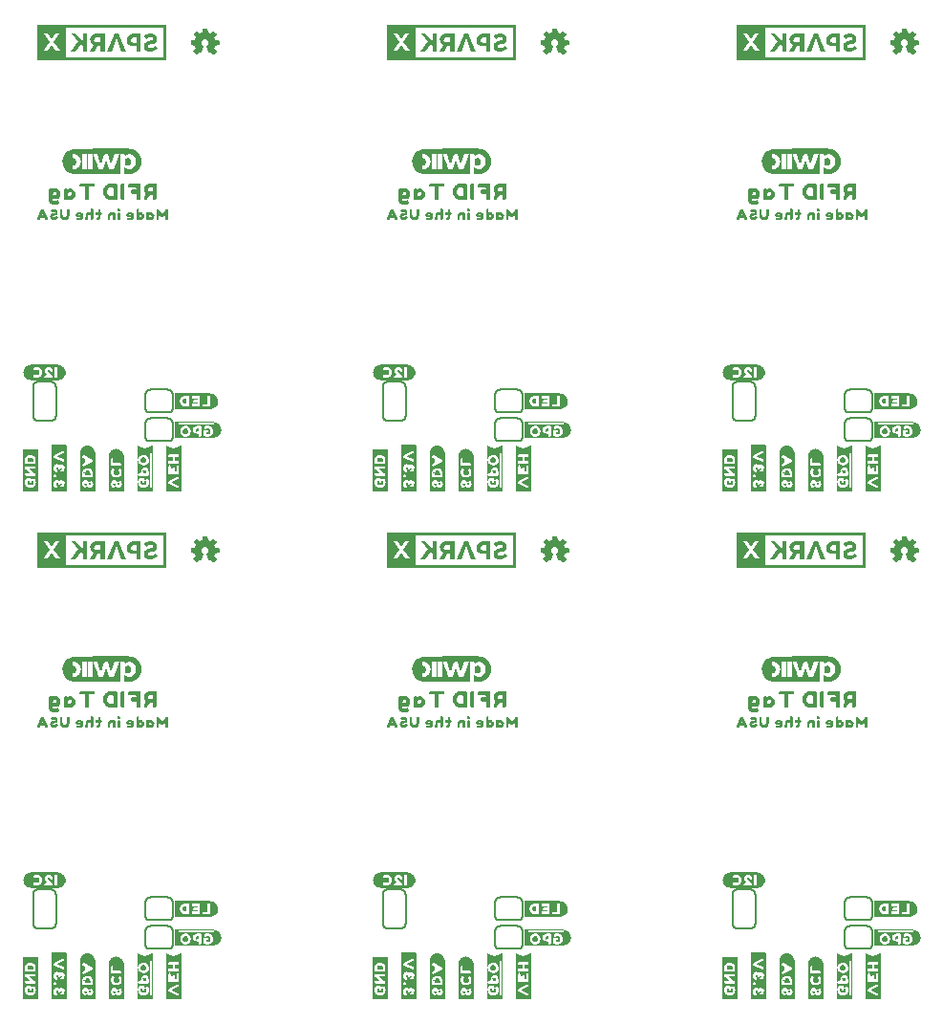
<source format=gbo>
G04 EAGLE Gerber RS-274X export*
G75*
%MOMM*%
%FSLAX34Y34*%
%LPD*%
%INSilkscreen Bottom*%
%IPPOS*%
%AMOC8*
5,1,8,0,0,1.08239X$1,22.5*%
G01*
%ADD10C,0.203200*%
%ADD11C,0.012700*%

G36*
X829357Y852848D02*
X829357Y852848D01*
X829352Y852855D01*
X829359Y852861D01*
X829359Y884499D01*
X829323Y884547D01*
X829316Y884541D01*
X829310Y884548D01*
X715010Y884548D01*
X714963Y884512D01*
X714968Y884505D01*
X714961Y884499D01*
X714961Y852861D01*
X714997Y852813D01*
X715004Y852819D01*
X715010Y852812D01*
X829310Y852812D01*
X829357Y852848D01*
G37*
G36*
X519477Y852848D02*
X519477Y852848D01*
X519472Y852855D01*
X519479Y852861D01*
X519479Y884499D01*
X519443Y884547D01*
X519436Y884541D01*
X519430Y884548D01*
X405130Y884548D01*
X405083Y884512D01*
X405088Y884505D01*
X405081Y884499D01*
X405081Y852861D01*
X405117Y852813D01*
X405124Y852819D01*
X405130Y852812D01*
X519430Y852812D01*
X519477Y852848D01*
G37*
G36*
X209597Y852848D02*
X209597Y852848D01*
X209592Y852855D01*
X209599Y852861D01*
X209599Y884499D01*
X209563Y884547D01*
X209556Y884541D01*
X209550Y884548D01*
X95250Y884548D01*
X95203Y884512D01*
X95208Y884505D01*
X95201Y884499D01*
X95201Y852861D01*
X95237Y852813D01*
X95244Y852819D01*
X95250Y852812D01*
X209550Y852812D01*
X209597Y852848D01*
G37*
G36*
X95237Y403233D02*
X95237Y403233D01*
X95244Y403239D01*
X95250Y403232D01*
X209550Y403232D01*
X209597Y403268D01*
X209592Y403275D01*
X209599Y403281D01*
X209599Y434919D01*
X209563Y434967D01*
X209556Y434961D01*
X209550Y434968D01*
X95250Y434968D01*
X95203Y434932D01*
X95208Y434925D01*
X95201Y434919D01*
X95201Y403281D01*
X95237Y403233D01*
G37*
G36*
X829357Y403268D02*
X829357Y403268D01*
X829352Y403275D01*
X829359Y403281D01*
X829359Y434919D01*
X829323Y434967D01*
X829316Y434961D01*
X829310Y434968D01*
X715010Y434968D01*
X714963Y434932D01*
X714968Y434925D01*
X714961Y434919D01*
X714961Y403281D01*
X714997Y403233D01*
X715004Y403239D01*
X715010Y403232D01*
X829310Y403232D01*
X829357Y403268D01*
G37*
G36*
X519477Y403268D02*
X519477Y403268D01*
X519472Y403275D01*
X519479Y403281D01*
X519479Y434919D01*
X519443Y434967D01*
X519436Y434961D01*
X519430Y434968D01*
X405130Y434968D01*
X405083Y434932D01*
X405088Y434925D01*
X405081Y434919D01*
X405081Y403281D01*
X405117Y403233D01*
X405124Y403239D01*
X405130Y403232D01*
X519430Y403232D01*
X519477Y403268D01*
G37*
%LPC*%
G36*
X740594Y855848D02*
X740594Y855848D01*
X740594Y881512D01*
X826323Y881512D01*
X826323Y855848D01*
X740594Y855848D01*
G37*
%LPD*%
%LPC*%
G36*
X430714Y855848D02*
X430714Y855848D01*
X430714Y881512D01*
X516443Y881512D01*
X516443Y855848D01*
X430714Y855848D01*
G37*
%LPD*%
%LPC*%
G36*
X120834Y855848D02*
X120834Y855848D01*
X120834Y881512D01*
X206563Y881512D01*
X206563Y855848D01*
X120834Y855848D01*
G37*
%LPD*%
%LPC*%
G36*
X740594Y406268D02*
X740594Y406268D01*
X740594Y431932D01*
X826323Y431932D01*
X826323Y406268D01*
X740594Y406268D01*
G37*
%LPD*%
%LPC*%
G36*
X206563Y431932D02*
X206563Y431932D01*
X206563Y406268D01*
X120834Y406268D01*
X120834Y431932D01*
X206563Y431932D01*
G37*
%LPD*%
%LPC*%
G36*
X430714Y406268D02*
X430714Y406268D01*
X430714Y431932D01*
X516443Y431932D01*
X516443Y406268D01*
X430714Y406268D01*
G37*
%LPD*%
G36*
X450310Y302337D02*
X450310Y302337D01*
X450311Y302337D01*
X454141Y302367D01*
X462120Y302367D01*
X462123Y302369D01*
X462150Y302357D01*
X470110Y302357D01*
X470112Y302358D01*
X470116Y302359D01*
X470120Y302357D01*
X471080Y302357D01*
X471090Y302364D01*
X471102Y302361D01*
X471112Y302371D01*
X471120Y302367D01*
X478270Y302367D01*
X478289Y302379D01*
X478311Y302383D01*
X478318Y302398D01*
X478327Y302404D01*
X478326Y302414D01*
X478333Y302430D01*
X478343Y319140D01*
X478343Y320137D01*
X482540Y320137D01*
X482547Y318560D01*
X482553Y318551D01*
X482550Y318540D01*
X482570Y318524D01*
X482584Y318503D01*
X482595Y318504D01*
X482604Y318498D01*
X482648Y318512D01*
X482652Y318513D01*
X482652Y318514D01*
X482653Y318514D01*
X482933Y318774D01*
X482933Y318775D01*
X482934Y318776D01*
X483144Y318985D01*
X483409Y319231D01*
X483734Y319457D01*
X484020Y319625D01*
X484397Y319823D01*
X484652Y319931D01*
X485086Y320069D01*
X485531Y320168D01*
X485825Y320207D01*
X486441Y320237D01*
X487016Y320227D01*
X487631Y320168D01*
X488046Y320089D01*
X488600Y319940D01*
X489173Y319713D01*
X489697Y319416D01*
X490162Y319120D01*
X490477Y318834D01*
X490903Y318438D01*
X491288Y317924D01*
X491645Y317360D01*
X491882Y316855D01*
X492071Y316369D01*
X492170Y316063D01*
X492259Y315714D01*
X492262Y315712D01*
X492259Y315694D01*
X492368Y315278D01*
X492408Y314963D01*
X492457Y314425D01*
X492497Y313837D01*
X492507Y313631D01*
X492487Y313354D01*
X492488Y313354D01*
X492487Y313354D01*
X492467Y313035D01*
X492408Y312457D01*
X492378Y312209D01*
X492339Y311983D01*
X492259Y311676D01*
X492261Y311671D01*
X492253Y311666D01*
X492254Y311661D01*
X492252Y311660D01*
X492252Y311658D01*
X492249Y311654D01*
X492189Y311384D01*
X492100Y311030D01*
X491685Y310050D01*
X490942Y308961D01*
X490149Y308198D01*
X489766Y307913D01*
X489242Y307616D01*
X488856Y307448D01*
X488539Y307329D01*
X488172Y307210D01*
X487886Y307131D01*
X487551Y307072D01*
X487154Y307013D01*
X486747Y306993D01*
X486368Y306973D01*
X485954Y306973D01*
X485601Y307012D01*
X485316Y307081D01*
X484670Y307260D01*
X484238Y307426D01*
X483875Y307652D01*
X483578Y307850D01*
X483294Y308105D01*
X483005Y308404D01*
X482645Y308774D01*
X482633Y308777D01*
X482626Y308787D01*
X482602Y308784D01*
X482579Y308789D01*
X482571Y308779D01*
X482559Y308777D01*
X482543Y308742D01*
X482537Y308735D01*
X482538Y308733D01*
X482537Y308730D01*
X482537Y302410D01*
X482549Y302391D01*
X482553Y302369D01*
X482568Y302362D01*
X482574Y302353D01*
X482584Y302354D01*
X482600Y302347D01*
X486410Y302347D01*
X486413Y302349D01*
X486418Y302348D01*
X488558Y302628D01*
X488562Y302631D01*
X488569Y302630D01*
X490559Y303270D01*
X490562Y303274D01*
X490569Y303275D01*
X492449Y304275D01*
X492452Y304280D01*
X492460Y304282D01*
X494090Y305632D01*
X494092Y305637D01*
X494098Y305640D01*
X495468Y307290D01*
X495469Y307295D01*
X495475Y307299D01*
X496495Y309109D01*
X496494Y309113D01*
X496498Y309117D01*
X496638Y309467D01*
X496798Y309877D01*
X496798Y309880D01*
X496800Y309883D01*
X496980Y310501D01*
X497130Y310971D01*
X497129Y310973D01*
X497131Y310975D01*
X497291Y311615D01*
X497287Y311627D01*
X497288Y311628D01*
X497297Y311634D01*
X497296Y311643D01*
X497303Y311655D01*
X497372Y312564D01*
X497392Y312712D01*
X497392Y312713D01*
X497393Y312715D01*
X497412Y312944D01*
X497442Y313234D01*
X497442Y313235D01*
X497443Y313236D01*
X497463Y313535D01*
X497482Y313734D01*
X497481Y313737D01*
X497483Y313742D01*
X497473Y314042D01*
X497471Y314044D01*
X497472Y314047D01*
X497432Y314396D01*
X497393Y314786D01*
X497363Y315116D01*
X497303Y315786D01*
X497290Y315801D01*
X497272Y315986D01*
X497268Y315991D01*
X497269Y316001D01*
X497180Y316258D01*
X497121Y316486D01*
X497120Y316486D01*
X497120Y316488D01*
X497050Y316728D01*
X497049Y316728D01*
X497050Y316730D01*
X496940Y317060D01*
X496770Y317609D01*
X496769Y317609D01*
X496769Y317611D01*
X496589Y318121D01*
X496587Y318123D01*
X496587Y318127D01*
X496337Y318647D01*
X496335Y318648D01*
X496335Y318650D01*
X496065Y319150D01*
X495855Y319540D01*
X495854Y319540D01*
X495854Y319542D01*
X495594Y319982D01*
X495593Y319983D01*
X495592Y319984D01*
X495382Y320304D01*
X495379Y320306D01*
X495378Y320310D01*
X495219Y320500D01*
X494899Y320899D01*
X494898Y320899D01*
X494898Y320900D01*
X494628Y321220D01*
X494628Y321221D01*
X494589Y321266D01*
X494535Y321329D01*
X494319Y321580D01*
X494265Y321643D01*
X494211Y321705D01*
X494198Y321721D01*
X494196Y321721D01*
X494195Y321723D01*
X493975Y321953D01*
X493972Y321954D01*
X493971Y321955D01*
X493971Y321956D01*
X493971Y321957D01*
X493969Y321959D01*
X493659Y322209D01*
X493360Y322448D01*
X493360Y322449D01*
X493080Y322679D01*
X492790Y322918D01*
X492789Y322918D01*
X492788Y322920D01*
X492398Y323220D01*
X492394Y323220D01*
X492391Y323225D01*
X491961Y323465D01*
X491960Y323465D01*
X491510Y323705D01*
X491030Y323965D01*
X490640Y324175D01*
X490636Y324175D01*
X490633Y324178D01*
X490383Y324278D01*
X490381Y324278D01*
X490379Y324280D01*
X490189Y324340D01*
X489569Y324540D01*
X489568Y324540D01*
X489178Y324660D01*
X488639Y324830D01*
X488635Y324829D01*
X488632Y324832D01*
X488042Y324942D01*
X488039Y324941D01*
X488037Y324942D01*
X487127Y325042D01*
X487126Y325042D01*
X487126Y325043D01*
X486236Y325123D01*
X486233Y325121D01*
X486230Y325123D01*
X485720Y325123D01*
X482580Y325143D01*
X482561Y325130D01*
X482557Y325130D01*
X482550Y325133D01*
X482540Y325133D01*
X482539Y325132D01*
X482537Y325133D01*
X482168Y325113D01*
X463950Y325113D01*
X463938Y325105D01*
X463936Y325107D01*
X463926Y325106D01*
X463910Y325113D01*
X444660Y325093D01*
X444652Y325087D01*
X444640Y325093D01*
X438600Y325093D01*
X438598Y325092D01*
X438595Y325093D01*
X438335Y325073D01*
X438085Y325053D01*
X437845Y325033D01*
X437842Y325030D01*
X437840Y325030D01*
X437836Y325037D01*
X437824Y325035D01*
X437802Y325042D01*
X436332Y324862D01*
X436328Y324859D01*
X436321Y324860D01*
X434341Y324230D01*
X434338Y324226D01*
X434330Y324225D01*
X432430Y323185D01*
X432427Y323181D01*
X432421Y323179D01*
X430801Y321869D01*
X430799Y321864D01*
X430792Y321860D01*
X429542Y320370D01*
X429541Y320361D01*
X429533Y320356D01*
X429535Y320339D01*
X429528Y320335D01*
X429178Y319805D01*
X429178Y319802D01*
X429175Y319800D01*
X428485Y318520D01*
X428485Y318518D01*
X428483Y318516D01*
X428380Y318292D01*
X428379Y318292D01*
X428351Y318229D01*
X428264Y318041D01*
X428243Y317996D01*
X428244Y317993D01*
X428240Y317989D01*
X427870Y316789D01*
X427871Y316786D01*
X427839Y316745D01*
X427619Y315835D01*
X427620Y315831D01*
X427618Y315826D01*
X427408Y313766D01*
X427410Y313761D01*
X427408Y313754D01*
X427618Y311614D01*
X427621Y311610D01*
X427620Y311602D01*
X428220Y309562D01*
X428222Y309560D01*
X428222Y309556D01*
X428412Y309096D01*
X428415Y309094D01*
X428415Y309089D01*
X429445Y307239D01*
X429450Y307237D01*
X429453Y307229D01*
X429495Y307180D01*
X429550Y307117D01*
X429604Y307054D01*
X429658Y306992D01*
X429658Y306991D01*
X429713Y306929D01*
X429732Y306923D01*
X429733Y306919D01*
X429738Y306916D01*
X429745Y306909D01*
X429750Y306911D01*
X429757Y306908D01*
X429762Y306890D01*
X430113Y306470D01*
X430586Y305905D01*
X430842Y305600D01*
X430847Y305598D01*
X430850Y305591D01*
X432480Y304261D01*
X432486Y304261D01*
X432490Y304255D01*
X434350Y303255D01*
X434356Y303255D01*
X434361Y303250D01*
X436361Y302630D01*
X436366Y302631D01*
X436372Y302628D01*
X438182Y302388D01*
X438183Y302388D01*
X438903Y302308D01*
X438926Y302319D01*
X438949Y302322D01*
X438960Y302317D01*
X444520Y302317D01*
X444523Y302314D01*
X444533Y302315D01*
X444550Y302307D01*
X450310Y302337D01*
G37*
G36*
X760190Y302337D02*
X760190Y302337D01*
X760191Y302337D01*
X764021Y302367D01*
X772000Y302367D01*
X772003Y302369D01*
X772030Y302357D01*
X779990Y302357D01*
X779992Y302358D01*
X779996Y302359D01*
X780000Y302357D01*
X780960Y302357D01*
X780970Y302364D01*
X780982Y302361D01*
X780992Y302371D01*
X781000Y302367D01*
X788150Y302367D01*
X788169Y302379D01*
X788191Y302383D01*
X788198Y302398D01*
X788207Y302404D01*
X788206Y302414D01*
X788213Y302430D01*
X788223Y319140D01*
X788223Y320137D01*
X792420Y320137D01*
X792427Y318560D01*
X792433Y318551D01*
X792430Y318540D01*
X792450Y318524D01*
X792464Y318503D01*
X792475Y318504D01*
X792484Y318498D01*
X792528Y318512D01*
X792532Y318513D01*
X792532Y318514D01*
X792533Y318514D01*
X792813Y318774D01*
X792813Y318775D01*
X792814Y318776D01*
X793024Y318985D01*
X793289Y319231D01*
X793614Y319457D01*
X793900Y319625D01*
X794277Y319823D01*
X794532Y319931D01*
X794966Y320069D01*
X795411Y320168D01*
X795705Y320207D01*
X796321Y320237D01*
X796896Y320227D01*
X797511Y320168D01*
X797926Y320089D01*
X798480Y319940D01*
X799053Y319713D01*
X799577Y319416D01*
X800042Y319120D01*
X800357Y318834D01*
X800783Y318438D01*
X801168Y317924D01*
X801525Y317360D01*
X801762Y316855D01*
X801951Y316369D01*
X802050Y316063D01*
X802139Y315714D01*
X802142Y315712D01*
X802139Y315694D01*
X802248Y315278D01*
X802288Y314963D01*
X802337Y314425D01*
X802377Y313837D01*
X802387Y313631D01*
X802367Y313354D01*
X802368Y313354D01*
X802367Y313354D01*
X802347Y313035D01*
X802288Y312457D01*
X802258Y312209D01*
X802219Y311983D01*
X802139Y311676D01*
X802141Y311671D01*
X802133Y311666D01*
X802134Y311661D01*
X802132Y311660D01*
X802132Y311658D01*
X802129Y311654D01*
X802069Y311384D01*
X801980Y311030D01*
X801565Y310050D01*
X800822Y308961D01*
X800029Y308198D01*
X799646Y307913D01*
X799122Y307616D01*
X798736Y307448D01*
X798419Y307329D01*
X798052Y307210D01*
X797766Y307131D01*
X797431Y307072D01*
X797034Y307013D01*
X796627Y306993D01*
X796248Y306973D01*
X795834Y306973D01*
X795481Y307012D01*
X795196Y307081D01*
X794550Y307260D01*
X794118Y307426D01*
X793755Y307652D01*
X793458Y307850D01*
X793174Y308105D01*
X792885Y308404D01*
X792525Y308774D01*
X792513Y308777D01*
X792506Y308787D01*
X792482Y308784D01*
X792459Y308789D01*
X792451Y308779D01*
X792439Y308777D01*
X792423Y308742D01*
X792417Y308735D01*
X792418Y308733D01*
X792417Y308730D01*
X792417Y302410D01*
X792429Y302391D01*
X792433Y302369D01*
X792448Y302362D01*
X792454Y302353D01*
X792464Y302354D01*
X792480Y302347D01*
X796290Y302347D01*
X796293Y302349D01*
X796298Y302348D01*
X798438Y302628D01*
X798442Y302631D01*
X798449Y302630D01*
X800439Y303270D01*
X800442Y303274D01*
X800449Y303275D01*
X802329Y304275D01*
X802332Y304280D01*
X802340Y304282D01*
X803970Y305632D01*
X803972Y305637D01*
X803978Y305640D01*
X805348Y307290D01*
X805349Y307295D01*
X805355Y307299D01*
X806375Y309109D01*
X806374Y309113D01*
X806378Y309117D01*
X806518Y309467D01*
X806678Y309877D01*
X806678Y309880D01*
X806680Y309883D01*
X806860Y310501D01*
X807010Y310971D01*
X807009Y310973D01*
X807011Y310975D01*
X807171Y311615D01*
X807167Y311627D01*
X807168Y311628D01*
X807177Y311634D01*
X807176Y311643D01*
X807183Y311655D01*
X807252Y312564D01*
X807272Y312712D01*
X807272Y312713D01*
X807273Y312715D01*
X807292Y312944D01*
X807322Y313234D01*
X807322Y313235D01*
X807323Y313236D01*
X807343Y313535D01*
X807362Y313734D01*
X807361Y313737D01*
X807363Y313742D01*
X807353Y314042D01*
X807351Y314044D01*
X807352Y314047D01*
X807312Y314396D01*
X807273Y314786D01*
X807243Y315116D01*
X807183Y315786D01*
X807170Y315801D01*
X807152Y315986D01*
X807148Y315991D01*
X807149Y316001D01*
X807060Y316258D01*
X807001Y316486D01*
X807000Y316486D01*
X807000Y316488D01*
X806930Y316728D01*
X806929Y316728D01*
X806930Y316730D01*
X806820Y317060D01*
X806650Y317609D01*
X806649Y317609D01*
X806649Y317611D01*
X806469Y318121D01*
X806467Y318123D01*
X806467Y318127D01*
X806217Y318647D01*
X806215Y318648D01*
X806215Y318650D01*
X805945Y319150D01*
X805735Y319540D01*
X805734Y319540D01*
X805734Y319542D01*
X805474Y319982D01*
X805473Y319983D01*
X805472Y319984D01*
X805262Y320304D01*
X805259Y320306D01*
X805258Y320310D01*
X805099Y320500D01*
X804779Y320899D01*
X804778Y320899D01*
X804778Y320900D01*
X804508Y321220D01*
X804508Y321221D01*
X804469Y321266D01*
X804415Y321329D01*
X804199Y321580D01*
X804145Y321643D01*
X804091Y321705D01*
X804078Y321721D01*
X804076Y321721D01*
X804075Y321723D01*
X803855Y321953D01*
X803852Y321954D01*
X803851Y321955D01*
X803851Y321956D01*
X803851Y321957D01*
X803849Y321959D01*
X803539Y322209D01*
X803240Y322448D01*
X803240Y322449D01*
X802960Y322679D01*
X802670Y322918D01*
X802669Y322918D01*
X802668Y322920D01*
X802278Y323220D01*
X802274Y323220D01*
X802271Y323225D01*
X801841Y323465D01*
X801840Y323465D01*
X801390Y323705D01*
X800910Y323965D01*
X800520Y324175D01*
X800516Y324175D01*
X800513Y324178D01*
X800263Y324278D01*
X800261Y324278D01*
X800259Y324280D01*
X800069Y324340D01*
X799449Y324540D01*
X799448Y324540D01*
X799058Y324660D01*
X798519Y324830D01*
X798515Y324829D01*
X798512Y324832D01*
X797922Y324942D01*
X797919Y324941D01*
X797917Y324942D01*
X797007Y325042D01*
X797006Y325042D01*
X797006Y325043D01*
X796116Y325123D01*
X796113Y325121D01*
X796110Y325123D01*
X795600Y325123D01*
X792460Y325143D01*
X792441Y325130D01*
X792437Y325130D01*
X792430Y325133D01*
X792420Y325133D01*
X792419Y325132D01*
X792417Y325133D01*
X792048Y325113D01*
X773830Y325113D01*
X773818Y325105D01*
X773816Y325107D01*
X773806Y325106D01*
X773790Y325113D01*
X754540Y325093D01*
X754532Y325087D01*
X754520Y325093D01*
X748480Y325093D01*
X748478Y325092D01*
X748475Y325093D01*
X748215Y325073D01*
X747965Y325053D01*
X747725Y325033D01*
X747722Y325030D01*
X747720Y325030D01*
X747716Y325037D01*
X747704Y325035D01*
X747682Y325042D01*
X746212Y324862D01*
X746208Y324859D01*
X746201Y324860D01*
X744221Y324230D01*
X744218Y324226D01*
X744210Y324225D01*
X742310Y323185D01*
X742307Y323181D01*
X742301Y323179D01*
X740681Y321869D01*
X740679Y321864D01*
X740672Y321860D01*
X739422Y320370D01*
X739421Y320361D01*
X739413Y320356D01*
X739415Y320339D01*
X739408Y320335D01*
X739058Y319805D01*
X739058Y319802D01*
X739055Y319800D01*
X738365Y318520D01*
X738365Y318518D01*
X738363Y318516D01*
X738260Y318292D01*
X738259Y318292D01*
X738231Y318229D01*
X738144Y318041D01*
X738123Y317996D01*
X738124Y317993D01*
X738120Y317989D01*
X737750Y316789D01*
X737751Y316786D01*
X737719Y316745D01*
X737499Y315835D01*
X737500Y315831D01*
X737498Y315826D01*
X737288Y313766D01*
X737290Y313761D01*
X737288Y313754D01*
X737498Y311614D01*
X737501Y311610D01*
X737500Y311602D01*
X738100Y309562D01*
X738102Y309560D01*
X738102Y309556D01*
X738292Y309096D01*
X738295Y309094D01*
X738295Y309089D01*
X739325Y307239D01*
X739330Y307237D01*
X739333Y307229D01*
X739375Y307180D01*
X739430Y307117D01*
X739484Y307054D01*
X739538Y306992D01*
X739538Y306991D01*
X739593Y306929D01*
X739612Y306923D01*
X739613Y306919D01*
X739618Y306916D01*
X739625Y306909D01*
X739630Y306911D01*
X739637Y306908D01*
X739642Y306890D01*
X739993Y306470D01*
X740466Y305905D01*
X740722Y305600D01*
X740727Y305598D01*
X740730Y305591D01*
X742360Y304261D01*
X742366Y304261D01*
X742370Y304255D01*
X744230Y303255D01*
X744236Y303255D01*
X744241Y303250D01*
X746241Y302630D01*
X746246Y302631D01*
X746252Y302628D01*
X748062Y302388D01*
X748063Y302388D01*
X748783Y302308D01*
X748806Y302319D01*
X748829Y302322D01*
X748840Y302317D01*
X754400Y302317D01*
X754403Y302314D01*
X754413Y302315D01*
X754430Y302307D01*
X760190Y302337D01*
G37*
G36*
X140430Y302337D02*
X140430Y302337D01*
X140431Y302337D01*
X144261Y302367D01*
X152240Y302367D01*
X152243Y302369D01*
X152270Y302357D01*
X160230Y302357D01*
X160232Y302358D01*
X160236Y302359D01*
X160240Y302357D01*
X161200Y302357D01*
X161210Y302364D01*
X161222Y302361D01*
X161232Y302371D01*
X161240Y302367D01*
X168390Y302367D01*
X168409Y302379D01*
X168431Y302383D01*
X168438Y302398D01*
X168447Y302404D01*
X168446Y302414D01*
X168453Y302430D01*
X168463Y319140D01*
X168463Y320137D01*
X172660Y320137D01*
X172667Y318560D01*
X172673Y318551D01*
X172670Y318540D01*
X172690Y318524D01*
X172704Y318503D01*
X172715Y318504D01*
X172724Y318498D01*
X172768Y318512D01*
X172772Y318513D01*
X172772Y318514D01*
X172773Y318514D01*
X173053Y318774D01*
X173053Y318775D01*
X173054Y318776D01*
X173264Y318985D01*
X173529Y319231D01*
X173854Y319457D01*
X174140Y319625D01*
X174517Y319823D01*
X174772Y319931D01*
X175206Y320069D01*
X175651Y320168D01*
X175945Y320207D01*
X176561Y320237D01*
X177136Y320227D01*
X177751Y320168D01*
X178166Y320089D01*
X178720Y319940D01*
X179293Y319713D01*
X179817Y319416D01*
X180282Y319120D01*
X180597Y318834D01*
X181023Y318438D01*
X181408Y317924D01*
X181765Y317360D01*
X182002Y316855D01*
X182191Y316369D01*
X182290Y316063D01*
X182379Y315714D01*
X182382Y315712D01*
X182379Y315694D01*
X182488Y315278D01*
X182528Y314963D01*
X182577Y314425D01*
X182617Y313837D01*
X182627Y313631D01*
X182607Y313354D01*
X182608Y313354D01*
X182607Y313354D01*
X182587Y313035D01*
X182528Y312457D01*
X182498Y312209D01*
X182459Y311983D01*
X182379Y311676D01*
X182381Y311671D01*
X182373Y311666D01*
X182374Y311661D01*
X182372Y311660D01*
X182372Y311658D01*
X182369Y311654D01*
X182309Y311384D01*
X182220Y311030D01*
X181805Y310050D01*
X181062Y308961D01*
X180269Y308198D01*
X179886Y307913D01*
X179362Y307616D01*
X178976Y307448D01*
X178659Y307329D01*
X178292Y307210D01*
X178006Y307131D01*
X177671Y307072D01*
X177274Y307013D01*
X176867Y306993D01*
X176488Y306973D01*
X176074Y306973D01*
X175721Y307012D01*
X175436Y307081D01*
X174790Y307260D01*
X174358Y307426D01*
X173995Y307652D01*
X173698Y307850D01*
X173414Y308105D01*
X173125Y308404D01*
X172765Y308774D01*
X172753Y308777D01*
X172746Y308787D01*
X172722Y308784D01*
X172699Y308789D01*
X172691Y308779D01*
X172679Y308777D01*
X172663Y308742D01*
X172657Y308735D01*
X172658Y308733D01*
X172657Y308730D01*
X172657Y302410D01*
X172669Y302391D01*
X172673Y302369D01*
X172688Y302362D01*
X172694Y302353D01*
X172704Y302354D01*
X172720Y302347D01*
X176530Y302347D01*
X176533Y302349D01*
X176538Y302348D01*
X178678Y302628D01*
X178682Y302631D01*
X178689Y302630D01*
X180679Y303270D01*
X180682Y303274D01*
X180689Y303275D01*
X182569Y304275D01*
X182572Y304280D01*
X182580Y304282D01*
X184210Y305632D01*
X184212Y305637D01*
X184218Y305640D01*
X185588Y307290D01*
X185589Y307295D01*
X185595Y307299D01*
X186615Y309109D01*
X186614Y309113D01*
X186618Y309117D01*
X186758Y309467D01*
X186918Y309877D01*
X186918Y309880D01*
X186920Y309883D01*
X187100Y310501D01*
X187250Y310971D01*
X187249Y310973D01*
X187251Y310975D01*
X187411Y311615D01*
X187407Y311627D01*
X187408Y311628D01*
X187417Y311634D01*
X187416Y311643D01*
X187423Y311655D01*
X187492Y312564D01*
X187512Y312712D01*
X187512Y312713D01*
X187513Y312715D01*
X187532Y312944D01*
X187562Y313234D01*
X187562Y313235D01*
X187563Y313236D01*
X187583Y313535D01*
X187602Y313734D01*
X187601Y313737D01*
X187603Y313742D01*
X187593Y314042D01*
X187591Y314044D01*
X187592Y314047D01*
X187552Y314396D01*
X187513Y314786D01*
X187483Y315116D01*
X187423Y315786D01*
X187410Y315801D01*
X187392Y315986D01*
X187388Y315991D01*
X187389Y316001D01*
X187300Y316258D01*
X187241Y316486D01*
X187240Y316486D01*
X187240Y316488D01*
X187170Y316728D01*
X187169Y316728D01*
X187170Y316730D01*
X187060Y317060D01*
X186890Y317609D01*
X186889Y317609D01*
X186889Y317611D01*
X186709Y318121D01*
X186707Y318123D01*
X186707Y318127D01*
X186457Y318647D01*
X186455Y318648D01*
X186455Y318650D01*
X186185Y319150D01*
X185975Y319540D01*
X185974Y319540D01*
X185974Y319542D01*
X185714Y319982D01*
X185713Y319983D01*
X185712Y319984D01*
X185502Y320304D01*
X185499Y320306D01*
X185498Y320310D01*
X185339Y320500D01*
X185019Y320899D01*
X185018Y320899D01*
X185018Y320900D01*
X184748Y321220D01*
X184748Y321221D01*
X184709Y321266D01*
X184655Y321329D01*
X184439Y321580D01*
X184385Y321643D01*
X184331Y321705D01*
X184318Y321721D01*
X184316Y321721D01*
X184315Y321723D01*
X184095Y321953D01*
X184092Y321954D01*
X184091Y321955D01*
X184091Y321956D01*
X184091Y321957D01*
X184089Y321959D01*
X183779Y322209D01*
X183480Y322448D01*
X183480Y322449D01*
X183200Y322679D01*
X182910Y322918D01*
X182909Y322918D01*
X182908Y322920D01*
X182518Y323220D01*
X182514Y323220D01*
X182511Y323225D01*
X182081Y323465D01*
X182080Y323465D01*
X181630Y323705D01*
X181150Y323965D01*
X180760Y324175D01*
X180756Y324175D01*
X180753Y324178D01*
X180503Y324278D01*
X180501Y324278D01*
X180499Y324280D01*
X180309Y324340D01*
X179689Y324540D01*
X179688Y324540D01*
X179298Y324660D01*
X178759Y324830D01*
X178755Y324829D01*
X178752Y324832D01*
X178162Y324942D01*
X178159Y324941D01*
X178157Y324942D01*
X177247Y325042D01*
X177246Y325042D01*
X177246Y325043D01*
X176356Y325123D01*
X176353Y325121D01*
X176350Y325123D01*
X175840Y325123D01*
X172700Y325143D01*
X172681Y325130D01*
X172677Y325130D01*
X172670Y325133D01*
X172660Y325133D01*
X172659Y325132D01*
X172657Y325133D01*
X172288Y325113D01*
X154070Y325113D01*
X154058Y325105D01*
X154056Y325107D01*
X154046Y325106D01*
X154030Y325113D01*
X134780Y325093D01*
X134772Y325087D01*
X134760Y325093D01*
X128720Y325093D01*
X128718Y325092D01*
X128715Y325093D01*
X128455Y325073D01*
X128205Y325053D01*
X127965Y325033D01*
X127962Y325030D01*
X127960Y325030D01*
X127956Y325037D01*
X127944Y325035D01*
X127922Y325042D01*
X126452Y324862D01*
X126448Y324859D01*
X126441Y324860D01*
X124461Y324230D01*
X124458Y324226D01*
X124450Y324225D01*
X122550Y323185D01*
X122547Y323181D01*
X122541Y323179D01*
X120921Y321869D01*
X120919Y321864D01*
X120912Y321860D01*
X119662Y320370D01*
X119661Y320361D01*
X119653Y320356D01*
X119655Y320339D01*
X119648Y320335D01*
X119298Y319805D01*
X119298Y319802D01*
X119295Y319800D01*
X118605Y318520D01*
X118605Y318518D01*
X118603Y318516D01*
X118500Y318292D01*
X118499Y318292D01*
X118471Y318229D01*
X118384Y318041D01*
X118363Y317996D01*
X118364Y317993D01*
X118360Y317989D01*
X117990Y316789D01*
X117991Y316786D01*
X117959Y316745D01*
X117739Y315835D01*
X117740Y315831D01*
X117738Y315826D01*
X117528Y313766D01*
X117530Y313761D01*
X117528Y313754D01*
X117738Y311614D01*
X117741Y311610D01*
X117740Y311602D01*
X118340Y309562D01*
X118342Y309560D01*
X118342Y309556D01*
X118532Y309096D01*
X118535Y309094D01*
X118535Y309089D01*
X119565Y307239D01*
X119570Y307237D01*
X119573Y307229D01*
X119615Y307180D01*
X119670Y307117D01*
X119724Y307054D01*
X119778Y306992D01*
X119778Y306991D01*
X119833Y306929D01*
X119852Y306923D01*
X119853Y306919D01*
X119858Y306916D01*
X119865Y306909D01*
X119870Y306911D01*
X119877Y306908D01*
X119882Y306890D01*
X120233Y306470D01*
X120706Y305905D01*
X120962Y305600D01*
X120967Y305598D01*
X120970Y305591D01*
X122600Y304261D01*
X122606Y304261D01*
X122610Y304255D01*
X124470Y303255D01*
X124476Y303255D01*
X124481Y303250D01*
X126481Y302630D01*
X126486Y302631D01*
X126492Y302628D01*
X128302Y302388D01*
X128303Y302388D01*
X129023Y302308D01*
X129046Y302319D01*
X129069Y302322D01*
X129080Y302317D01*
X134640Y302317D01*
X134643Y302314D01*
X134653Y302315D01*
X134670Y302307D01*
X140430Y302337D01*
G37*
G36*
X450310Y751917D02*
X450310Y751917D01*
X450311Y751917D01*
X454141Y751947D01*
X462120Y751947D01*
X462123Y751949D01*
X462150Y751937D01*
X470110Y751937D01*
X470112Y751938D01*
X470116Y751939D01*
X470120Y751937D01*
X471080Y751937D01*
X471090Y751944D01*
X471102Y751941D01*
X471112Y751951D01*
X471120Y751947D01*
X478270Y751947D01*
X478289Y751959D01*
X478311Y751963D01*
X478318Y751978D01*
X478327Y751984D01*
X478326Y751994D01*
X478333Y752010D01*
X478343Y768720D01*
X478343Y769717D01*
X482540Y769717D01*
X482547Y768140D01*
X482553Y768131D01*
X482550Y768120D01*
X482570Y768104D01*
X482584Y768083D01*
X482595Y768084D01*
X482604Y768078D01*
X482648Y768092D01*
X482652Y768093D01*
X482652Y768094D01*
X482653Y768094D01*
X482933Y768354D01*
X482933Y768355D01*
X482934Y768356D01*
X483144Y768565D01*
X483409Y768811D01*
X483734Y769037D01*
X484020Y769205D01*
X484397Y769403D01*
X484652Y769511D01*
X485086Y769649D01*
X485531Y769748D01*
X485825Y769787D01*
X486441Y769817D01*
X487016Y769807D01*
X487631Y769748D01*
X488046Y769669D01*
X488600Y769520D01*
X489173Y769293D01*
X489697Y768996D01*
X490162Y768700D01*
X490477Y768414D01*
X490903Y768018D01*
X491288Y767504D01*
X491645Y766940D01*
X491882Y766435D01*
X492071Y765949D01*
X492170Y765643D01*
X492259Y765294D01*
X492262Y765292D01*
X492259Y765274D01*
X492368Y764858D01*
X492408Y764543D01*
X492457Y764005D01*
X492497Y763417D01*
X492507Y763211D01*
X492487Y762934D01*
X492488Y762934D01*
X492487Y762934D01*
X492467Y762615D01*
X492408Y762037D01*
X492378Y761789D01*
X492339Y761563D01*
X492259Y761256D01*
X492261Y761251D01*
X492253Y761246D01*
X492254Y761241D01*
X492252Y761240D01*
X492252Y761238D01*
X492249Y761234D01*
X492189Y760964D01*
X492100Y760610D01*
X491685Y759630D01*
X490942Y758541D01*
X490149Y757778D01*
X489766Y757493D01*
X489242Y757196D01*
X488856Y757028D01*
X488539Y756909D01*
X488172Y756790D01*
X487886Y756711D01*
X487551Y756652D01*
X487154Y756593D01*
X486747Y756573D01*
X486368Y756553D01*
X485954Y756553D01*
X485601Y756592D01*
X485316Y756661D01*
X484670Y756840D01*
X484238Y757006D01*
X483875Y757232D01*
X483578Y757430D01*
X483294Y757685D01*
X483005Y757984D01*
X482645Y758354D01*
X482633Y758357D01*
X482626Y758367D01*
X482602Y758364D01*
X482579Y758369D01*
X482571Y758359D01*
X482559Y758357D01*
X482543Y758322D01*
X482537Y758315D01*
X482538Y758313D01*
X482537Y758310D01*
X482537Y751990D01*
X482549Y751971D01*
X482553Y751949D01*
X482568Y751942D01*
X482574Y751933D01*
X482584Y751934D01*
X482600Y751927D01*
X486410Y751927D01*
X486413Y751929D01*
X486418Y751928D01*
X488558Y752208D01*
X488562Y752211D01*
X488569Y752210D01*
X490559Y752850D01*
X490562Y752854D01*
X490569Y752855D01*
X492449Y753855D01*
X492452Y753860D01*
X492460Y753862D01*
X494090Y755212D01*
X494092Y755217D01*
X494098Y755220D01*
X495468Y756870D01*
X495469Y756875D01*
X495475Y756879D01*
X496495Y758689D01*
X496494Y758693D01*
X496498Y758697D01*
X496638Y759047D01*
X496798Y759457D01*
X496798Y759460D01*
X496800Y759463D01*
X496980Y760081D01*
X497130Y760551D01*
X497129Y760553D01*
X497131Y760555D01*
X497291Y761195D01*
X497287Y761207D01*
X497288Y761208D01*
X497297Y761214D01*
X497296Y761223D01*
X497303Y761235D01*
X497372Y762144D01*
X497392Y762292D01*
X497392Y762293D01*
X497393Y762295D01*
X497412Y762524D01*
X497442Y762814D01*
X497442Y762815D01*
X497443Y762816D01*
X497463Y763115D01*
X497482Y763314D01*
X497481Y763317D01*
X497483Y763322D01*
X497473Y763622D01*
X497471Y763624D01*
X497472Y763627D01*
X497432Y763976D01*
X497393Y764366D01*
X497363Y764696D01*
X497303Y765366D01*
X497290Y765381D01*
X497272Y765566D01*
X497268Y765571D01*
X497269Y765581D01*
X497180Y765838D01*
X497121Y766066D01*
X497120Y766066D01*
X497120Y766068D01*
X497050Y766308D01*
X497049Y766308D01*
X497050Y766310D01*
X496940Y766640D01*
X496770Y767189D01*
X496769Y767189D01*
X496769Y767191D01*
X496589Y767701D01*
X496587Y767703D01*
X496587Y767707D01*
X496337Y768227D01*
X496335Y768228D01*
X496335Y768230D01*
X496065Y768730D01*
X495855Y769120D01*
X495854Y769120D01*
X495854Y769122D01*
X495594Y769562D01*
X495593Y769563D01*
X495592Y769564D01*
X495382Y769884D01*
X495379Y769886D01*
X495378Y769890D01*
X495219Y770080D01*
X494899Y770479D01*
X494898Y770479D01*
X494898Y770480D01*
X494628Y770800D01*
X494628Y770801D01*
X494589Y770846D01*
X494535Y770909D01*
X494319Y771160D01*
X494265Y771223D01*
X494211Y771285D01*
X494198Y771301D01*
X494196Y771301D01*
X494195Y771303D01*
X493975Y771533D01*
X493972Y771534D01*
X493971Y771535D01*
X493971Y771536D01*
X493971Y771537D01*
X493969Y771539D01*
X493659Y771789D01*
X493360Y772028D01*
X493360Y772029D01*
X493080Y772259D01*
X492790Y772498D01*
X492789Y772498D01*
X492788Y772500D01*
X492398Y772800D01*
X492394Y772800D01*
X492391Y772805D01*
X491961Y773045D01*
X491960Y773045D01*
X491510Y773285D01*
X491030Y773545D01*
X490640Y773755D01*
X490636Y773755D01*
X490633Y773758D01*
X490383Y773858D01*
X490381Y773858D01*
X490379Y773860D01*
X490189Y773920D01*
X489569Y774120D01*
X489568Y774120D01*
X489178Y774240D01*
X488639Y774410D01*
X488635Y774409D01*
X488632Y774412D01*
X488042Y774522D01*
X488039Y774521D01*
X488037Y774522D01*
X487127Y774622D01*
X487126Y774622D01*
X487126Y774623D01*
X486236Y774703D01*
X486233Y774701D01*
X486230Y774703D01*
X485720Y774703D01*
X482580Y774723D01*
X482561Y774710D01*
X482557Y774710D01*
X482550Y774713D01*
X482540Y774713D01*
X482539Y774712D01*
X482537Y774713D01*
X482168Y774693D01*
X463950Y774693D01*
X463938Y774685D01*
X463936Y774687D01*
X463926Y774686D01*
X463910Y774693D01*
X444660Y774673D01*
X444652Y774667D01*
X444640Y774673D01*
X438600Y774673D01*
X438598Y774672D01*
X438595Y774673D01*
X438335Y774653D01*
X438085Y774633D01*
X437845Y774613D01*
X437842Y774610D01*
X437840Y774610D01*
X437836Y774617D01*
X437824Y774615D01*
X437802Y774622D01*
X436332Y774442D01*
X436328Y774439D01*
X436321Y774440D01*
X434341Y773810D01*
X434338Y773806D01*
X434330Y773805D01*
X432430Y772765D01*
X432427Y772761D01*
X432421Y772759D01*
X430801Y771449D01*
X430799Y771444D01*
X430792Y771440D01*
X429542Y769950D01*
X429541Y769941D01*
X429533Y769936D01*
X429535Y769919D01*
X429528Y769915D01*
X429178Y769385D01*
X429178Y769382D01*
X429175Y769380D01*
X428485Y768100D01*
X428485Y768098D01*
X428483Y768096D01*
X428380Y767872D01*
X428379Y767872D01*
X428351Y767809D01*
X428264Y767621D01*
X428243Y767576D01*
X428244Y767573D01*
X428240Y767569D01*
X427870Y766369D01*
X427871Y766366D01*
X427839Y766325D01*
X427619Y765415D01*
X427620Y765411D01*
X427618Y765406D01*
X427408Y763346D01*
X427410Y763341D01*
X427408Y763334D01*
X427618Y761194D01*
X427621Y761190D01*
X427620Y761182D01*
X428220Y759142D01*
X428222Y759140D01*
X428222Y759136D01*
X428412Y758676D01*
X428415Y758674D01*
X428415Y758669D01*
X429445Y756819D01*
X429450Y756817D01*
X429453Y756809D01*
X429495Y756760D01*
X429550Y756697D01*
X429604Y756634D01*
X429658Y756572D01*
X429658Y756571D01*
X429713Y756509D01*
X429732Y756503D01*
X429733Y756499D01*
X429738Y756496D01*
X429745Y756489D01*
X429750Y756491D01*
X429757Y756488D01*
X429762Y756470D01*
X430113Y756050D01*
X430586Y755485D01*
X430842Y755180D01*
X430847Y755178D01*
X430850Y755171D01*
X432480Y753841D01*
X432486Y753841D01*
X432490Y753835D01*
X434350Y752835D01*
X434356Y752835D01*
X434361Y752830D01*
X436361Y752210D01*
X436366Y752211D01*
X436372Y752208D01*
X438182Y751968D01*
X438183Y751968D01*
X438903Y751888D01*
X438926Y751899D01*
X438949Y751902D01*
X438960Y751897D01*
X444520Y751897D01*
X444523Y751894D01*
X444533Y751895D01*
X444550Y751887D01*
X450310Y751917D01*
G37*
G36*
X140430Y751917D02*
X140430Y751917D01*
X140431Y751917D01*
X144261Y751947D01*
X152240Y751947D01*
X152243Y751949D01*
X152270Y751937D01*
X160230Y751937D01*
X160232Y751938D01*
X160236Y751939D01*
X160240Y751937D01*
X161200Y751937D01*
X161210Y751944D01*
X161222Y751941D01*
X161232Y751951D01*
X161240Y751947D01*
X168390Y751947D01*
X168409Y751959D01*
X168431Y751963D01*
X168438Y751978D01*
X168447Y751984D01*
X168446Y751994D01*
X168453Y752010D01*
X168463Y768720D01*
X168463Y769717D01*
X172660Y769717D01*
X172667Y768140D01*
X172673Y768131D01*
X172670Y768120D01*
X172690Y768104D01*
X172704Y768083D01*
X172715Y768084D01*
X172724Y768078D01*
X172768Y768092D01*
X172772Y768093D01*
X172772Y768094D01*
X172773Y768094D01*
X173053Y768354D01*
X173053Y768355D01*
X173054Y768356D01*
X173264Y768565D01*
X173529Y768811D01*
X173854Y769037D01*
X174140Y769205D01*
X174517Y769403D01*
X174772Y769511D01*
X175206Y769649D01*
X175651Y769748D01*
X175945Y769787D01*
X176561Y769817D01*
X177136Y769807D01*
X177751Y769748D01*
X178166Y769669D01*
X178720Y769520D01*
X179293Y769293D01*
X179817Y768996D01*
X180282Y768700D01*
X180597Y768414D01*
X181023Y768018D01*
X181408Y767504D01*
X181765Y766940D01*
X182002Y766435D01*
X182191Y765949D01*
X182290Y765643D01*
X182379Y765294D01*
X182382Y765292D01*
X182379Y765274D01*
X182488Y764858D01*
X182528Y764543D01*
X182577Y764005D01*
X182617Y763417D01*
X182627Y763211D01*
X182607Y762934D01*
X182608Y762934D01*
X182607Y762934D01*
X182587Y762615D01*
X182528Y762037D01*
X182498Y761789D01*
X182459Y761563D01*
X182379Y761256D01*
X182381Y761251D01*
X182373Y761246D01*
X182374Y761241D01*
X182372Y761240D01*
X182372Y761238D01*
X182369Y761234D01*
X182309Y760964D01*
X182220Y760610D01*
X181805Y759630D01*
X181062Y758541D01*
X180269Y757778D01*
X179886Y757493D01*
X179362Y757196D01*
X178976Y757028D01*
X178659Y756909D01*
X178292Y756790D01*
X178006Y756711D01*
X177671Y756652D01*
X177274Y756593D01*
X176867Y756573D01*
X176488Y756553D01*
X176074Y756553D01*
X175721Y756592D01*
X175436Y756661D01*
X174790Y756840D01*
X174358Y757006D01*
X173995Y757232D01*
X173698Y757430D01*
X173414Y757685D01*
X173125Y757984D01*
X172765Y758354D01*
X172753Y758357D01*
X172746Y758367D01*
X172722Y758364D01*
X172699Y758369D01*
X172691Y758359D01*
X172679Y758357D01*
X172663Y758322D01*
X172657Y758315D01*
X172658Y758313D01*
X172657Y758310D01*
X172657Y751990D01*
X172669Y751971D01*
X172673Y751949D01*
X172688Y751942D01*
X172694Y751933D01*
X172704Y751934D01*
X172720Y751927D01*
X176530Y751927D01*
X176533Y751929D01*
X176538Y751928D01*
X178678Y752208D01*
X178682Y752211D01*
X178689Y752210D01*
X180679Y752850D01*
X180682Y752854D01*
X180689Y752855D01*
X182569Y753855D01*
X182572Y753860D01*
X182580Y753862D01*
X184210Y755212D01*
X184212Y755217D01*
X184218Y755220D01*
X185588Y756870D01*
X185589Y756875D01*
X185595Y756879D01*
X186615Y758689D01*
X186614Y758693D01*
X186618Y758697D01*
X186758Y759047D01*
X186918Y759457D01*
X186918Y759460D01*
X186920Y759463D01*
X187100Y760081D01*
X187250Y760551D01*
X187249Y760553D01*
X187251Y760555D01*
X187411Y761195D01*
X187407Y761207D01*
X187408Y761208D01*
X187417Y761214D01*
X187416Y761223D01*
X187423Y761235D01*
X187492Y762144D01*
X187512Y762292D01*
X187512Y762293D01*
X187513Y762295D01*
X187532Y762524D01*
X187562Y762814D01*
X187562Y762815D01*
X187563Y762816D01*
X187583Y763115D01*
X187602Y763314D01*
X187601Y763317D01*
X187603Y763322D01*
X187593Y763622D01*
X187591Y763624D01*
X187592Y763627D01*
X187552Y763976D01*
X187513Y764366D01*
X187483Y764696D01*
X187423Y765366D01*
X187410Y765381D01*
X187392Y765566D01*
X187388Y765571D01*
X187389Y765581D01*
X187300Y765838D01*
X187241Y766066D01*
X187240Y766066D01*
X187240Y766068D01*
X187170Y766308D01*
X187169Y766308D01*
X187170Y766310D01*
X187060Y766640D01*
X186890Y767189D01*
X186889Y767189D01*
X186889Y767191D01*
X186709Y767701D01*
X186707Y767703D01*
X186707Y767707D01*
X186457Y768227D01*
X186455Y768228D01*
X186455Y768230D01*
X186185Y768730D01*
X185975Y769120D01*
X185974Y769120D01*
X185974Y769122D01*
X185714Y769562D01*
X185713Y769563D01*
X185712Y769564D01*
X185502Y769884D01*
X185499Y769886D01*
X185498Y769890D01*
X185339Y770080D01*
X185019Y770479D01*
X185018Y770479D01*
X185018Y770480D01*
X184748Y770800D01*
X184748Y770801D01*
X184709Y770846D01*
X184655Y770909D01*
X184439Y771160D01*
X184385Y771223D01*
X184331Y771285D01*
X184318Y771301D01*
X184316Y771301D01*
X184315Y771303D01*
X184095Y771533D01*
X184092Y771534D01*
X184091Y771535D01*
X184091Y771536D01*
X184091Y771537D01*
X184089Y771539D01*
X183779Y771789D01*
X183480Y772028D01*
X183480Y772029D01*
X183200Y772259D01*
X182910Y772498D01*
X182909Y772498D01*
X182908Y772500D01*
X182518Y772800D01*
X182514Y772800D01*
X182511Y772805D01*
X182081Y773045D01*
X182080Y773045D01*
X181630Y773285D01*
X181150Y773545D01*
X180760Y773755D01*
X180756Y773755D01*
X180753Y773758D01*
X180503Y773858D01*
X180501Y773858D01*
X180499Y773860D01*
X180309Y773920D01*
X179689Y774120D01*
X179688Y774120D01*
X179298Y774240D01*
X178759Y774410D01*
X178755Y774409D01*
X178752Y774412D01*
X178162Y774522D01*
X178159Y774521D01*
X178157Y774522D01*
X177247Y774622D01*
X177246Y774622D01*
X177246Y774623D01*
X176356Y774703D01*
X176353Y774701D01*
X176350Y774703D01*
X175840Y774703D01*
X172700Y774723D01*
X172681Y774710D01*
X172677Y774710D01*
X172670Y774713D01*
X172660Y774713D01*
X172659Y774712D01*
X172657Y774713D01*
X172288Y774693D01*
X154070Y774693D01*
X154058Y774685D01*
X154056Y774687D01*
X154046Y774686D01*
X154030Y774693D01*
X134780Y774673D01*
X134772Y774667D01*
X134760Y774673D01*
X128720Y774673D01*
X128718Y774672D01*
X128715Y774673D01*
X128455Y774653D01*
X128205Y774633D01*
X127965Y774613D01*
X127962Y774610D01*
X127960Y774610D01*
X127956Y774617D01*
X127944Y774615D01*
X127922Y774622D01*
X126452Y774442D01*
X126448Y774439D01*
X126441Y774440D01*
X124461Y773810D01*
X124458Y773806D01*
X124450Y773805D01*
X122550Y772765D01*
X122547Y772761D01*
X122541Y772759D01*
X120921Y771449D01*
X120919Y771444D01*
X120912Y771440D01*
X119662Y769950D01*
X119661Y769941D01*
X119653Y769936D01*
X119655Y769919D01*
X119648Y769915D01*
X119298Y769385D01*
X119298Y769382D01*
X119295Y769380D01*
X118605Y768100D01*
X118605Y768098D01*
X118603Y768096D01*
X118500Y767872D01*
X118499Y767872D01*
X118471Y767809D01*
X118384Y767621D01*
X118363Y767576D01*
X118364Y767573D01*
X118360Y767569D01*
X117990Y766369D01*
X117991Y766366D01*
X117959Y766325D01*
X117739Y765415D01*
X117740Y765411D01*
X117738Y765406D01*
X117528Y763346D01*
X117530Y763341D01*
X117528Y763334D01*
X117738Y761194D01*
X117741Y761190D01*
X117740Y761182D01*
X118340Y759142D01*
X118342Y759140D01*
X118342Y759136D01*
X118532Y758676D01*
X118535Y758674D01*
X118535Y758669D01*
X119565Y756819D01*
X119570Y756817D01*
X119573Y756809D01*
X119615Y756760D01*
X119670Y756697D01*
X119724Y756634D01*
X119778Y756572D01*
X119778Y756571D01*
X119833Y756509D01*
X119852Y756503D01*
X119853Y756499D01*
X119858Y756496D01*
X119865Y756489D01*
X119870Y756491D01*
X119877Y756488D01*
X119882Y756470D01*
X120233Y756050D01*
X120706Y755485D01*
X120962Y755180D01*
X120967Y755178D01*
X120970Y755171D01*
X122600Y753841D01*
X122606Y753841D01*
X122610Y753835D01*
X124470Y752835D01*
X124476Y752835D01*
X124481Y752830D01*
X126481Y752210D01*
X126486Y752211D01*
X126492Y752208D01*
X128302Y751968D01*
X128303Y751968D01*
X129023Y751888D01*
X129046Y751899D01*
X129069Y751902D01*
X129080Y751897D01*
X134640Y751897D01*
X134643Y751894D01*
X134653Y751895D01*
X134670Y751887D01*
X140430Y751917D01*
G37*
G36*
X760190Y751917D02*
X760190Y751917D01*
X760191Y751917D01*
X764021Y751947D01*
X772000Y751947D01*
X772003Y751949D01*
X772030Y751937D01*
X779990Y751937D01*
X779992Y751938D01*
X779996Y751939D01*
X780000Y751937D01*
X780960Y751937D01*
X780970Y751944D01*
X780982Y751941D01*
X780992Y751951D01*
X781000Y751947D01*
X788150Y751947D01*
X788169Y751959D01*
X788191Y751963D01*
X788198Y751978D01*
X788207Y751984D01*
X788206Y751994D01*
X788213Y752010D01*
X788223Y768720D01*
X788223Y769717D01*
X792420Y769717D01*
X792427Y768140D01*
X792433Y768131D01*
X792430Y768120D01*
X792450Y768104D01*
X792464Y768083D01*
X792475Y768084D01*
X792484Y768078D01*
X792528Y768092D01*
X792532Y768093D01*
X792532Y768094D01*
X792533Y768094D01*
X792813Y768354D01*
X792813Y768355D01*
X792814Y768356D01*
X793024Y768565D01*
X793289Y768811D01*
X793614Y769037D01*
X793900Y769205D01*
X794277Y769403D01*
X794532Y769511D01*
X794966Y769649D01*
X795411Y769748D01*
X795705Y769787D01*
X796321Y769817D01*
X796896Y769807D01*
X797511Y769748D01*
X797926Y769669D01*
X798480Y769520D01*
X799053Y769293D01*
X799577Y768996D01*
X800042Y768700D01*
X800357Y768414D01*
X800783Y768018D01*
X801168Y767504D01*
X801525Y766940D01*
X801762Y766435D01*
X801951Y765949D01*
X802050Y765643D01*
X802139Y765294D01*
X802142Y765292D01*
X802139Y765274D01*
X802248Y764858D01*
X802288Y764543D01*
X802337Y764005D01*
X802377Y763417D01*
X802387Y763211D01*
X802367Y762934D01*
X802368Y762934D01*
X802367Y762934D01*
X802347Y762615D01*
X802288Y762037D01*
X802258Y761789D01*
X802219Y761563D01*
X802139Y761256D01*
X802141Y761251D01*
X802133Y761246D01*
X802134Y761241D01*
X802132Y761240D01*
X802132Y761238D01*
X802129Y761234D01*
X802069Y760964D01*
X801980Y760610D01*
X801565Y759630D01*
X800822Y758541D01*
X800029Y757778D01*
X799646Y757493D01*
X799122Y757196D01*
X798736Y757028D01*
X798419Y756909D01*
X798052Y756790D01*
X797766Y756711D01*
X797431Y756652D01*
X797034Y756593D01*
X796627Y756573D01*
X796248Y756553D01*
X795834Y756553D01*
X795481Y756592D01*
X795196Y756661D01*
X794550Y756840D01*
X794118Y757006D01*
X793755Y757232D01*
X793458Y757430D01*
X793174Y757685D01*
X792885Y757984D01*
X792525Y758354D01*
X792513Y758357D01*
X792506Y758367D01*
X792482Y758364D01*
X792459Y758369D01*
X792451Y758359D01*
X792439Y758357D01*
X792423Y758322D01*
X792417Y758315D01*
X792418Y758313D01*
X792417Y758310D01*
X792417Y751990D01*
X792429Y751971D01*
X792433Y751949D01*
X792448Y751942D01*
X792454Y751933D01*
X792464Y751934D01*
X792480Y751927D01*
X796290Y751927D01*
X796293Y751929D01*
X796298Y751928D01*
X798438Y752208D01*
X798442Y752211D01*
X798449Y752210D01*
X800439Y752850D01*
X800442Y752854D01*
X800449Y752855D01*
X802329Y753855D01*
X802332Y753860D01*
X802340Y753862D01*
X803970Y755212D01*
X803972Y755217D01*
X803978Y755220D01*
X805348Y756870D01*
X805349Y756875D01*
X805355Y756879D01*
X806375Y758689D01*
X806374Y758693D01*
X806378Y758697D01*
X806518Y759047D01*
X806678Y759457D01*
X806678Y759460D01*
X806680Y759463D01*
X806860Y760081D01*
X807010Y760551D01*
X807009Y760553D01*
X807011Y760555D01*
X807171Y761195D01*
X807167Y761207D01*
X807168Y761208D01*
X807177Y761214D01*
X807176Y761223D01*
X807183Y761235D01*
X807252Y762144D01*
X807272Y762292D01*
X807272Y762293D01*
X807273Y762295D01*
X807292Y762524D01*
X807322Y762814D01*
X807322Y762815D01*
X807323Y762816D01*
X807343Y763115D01*
X807362Y763314D01*
X807361Y763317D01*
X807363Y763322D01*
X807353Y763622D01*
X807351Y763624D01*
X807352Y763627D01*
X807312Y763976D01*
X807273Y764366D01*
X807243Y764696D01*
X807183Y765366D01*
X807170Y765381D01*
X807152Y765566D01*
X807148Y765571D01*
X807149Y765581D01*
X807060Y765838D01*
X807001Y766066D01*
X807000Y766066D01*
X807000Y766068D01*
X806930Y766308D01*
X806929Y766308D01*
X806930Y766310D01*
X806820Y766640D01*
X806650Y767189D01*
X806649Y767189D01*
X806649Y767191D01*
X806469Y767701D01*
X806467Y767703D01*
X806467Y767707D01*
X806217Y768227D01*
X806215Y768228D01*
X806215Y768230D01*
X805945Y768730D01*
X805735Y769120D01*
X805734Y769120D01*
X805734Y769122D01*
X805474Y769562D01*
X805473Y769563D01*
X805472Y769564D01*
X805262Y769884D01*
X805259Y769886D01*
X805258Y769890D01*
X805099Y770080D01*
X804779Y770479D01*
X804778Y770479D01*
X804778Y770480D01*
X804508Y770800D01*
X804508Y770801D01*
X804469Y770846D01*
X804415Y770909D01*
X804199Y771160D01*
X804145Y771223D01*
X804091Y771285D01*
X804078Y771301D01*
X804076Y771301D01*
X804075Y771303D01*
X803855Y771533D01*
X803852Y771534D01*
X803851Y771535D01*
X803851Y771536D01*
X803851Y771537D01*
X803849Y771539D01*
X803539Y771789D01*
X803240Y772028D01*
X803240Y772029D01*
X802960Y772259D01*
X802670Y772498D01*
X802669Y772498D01*
X802668Y772500D01*
X802278Y772800D01*
X802274Y772800D01*
X802271Y772805D01*
X801841Y773045D01*
X801840Y773045D01*
X801390Y773285D01*
X800910Y773545D01*
X800520Y773755D01*
X800516Y773755D01*
X800513Y773758D01*
X800263Y773858D01*
X800261Y773858D01*
X800259Y773860D01*
X800069Y773920D01*
X799449Y774120D01*
X799448Y774120D01*
X799058Y774240D01*
X798519Y774410D01*
X798515Y774409D01*
X798512Y774412D01*
X797922Y774522D01*
X797919Y774521D01*
X797917Y774522D01*
X797007Y774622D01*
X797006Y774622D01*
X797006Y774623D01*
X796116Y774703D01*
X796113Y774701D01*
X796110Y774703D01*
X795600Y774703D01*
X792460Y774723D01*
X792441Y774710D01*
X792437Y774710D01*
X792430Y774713D01*
X792420Y774713D01*
X792419Y774712D01*
X792417Y774713D01*
X792048Y774693D01*
X773830Y774693D01*
X773818Y774685D01*
X773816Y774687D01*
X773806Y774686D01*
X773790Y774693D01*
X754540Y774673D01*
X754532Y774667D01*
X754520Y774673D01*
X748480Y774673D01*
X748478Y774672D01*
X748475Y774673D01*
X748215Y774653D01*
X747965Y774633D01*
X747725Y774613D01*
X747722Y774610D01*
X747720Y774610D01*
X747716Y774617D01*
X747704Y774615D01*
X747682Y774622D01*
X746212Y774442D01*
X746208Y774439D01*
X746201Y774440D01*
X744221Y773810D01*
X744218Y773806D01*
X744210Y773805D01*
X742310Y772765D01*
X742307Y772761D01*
X742301Y772759D01*
X740681Y771449D01*
X740679Y771444D01*
X740672Y771440D01*
X739422Y769950D01*
X739421Y769941D01*
X739413Y769936D01*
X739415Y769919D01*
X739408Y769915D01*
X739058Y769385D01*
X739058Y769382D01*
X739055Y769380D01*
X738365Y768100D01*
X738365Y768098D01*
X738363Y768096D01*
X738260Y767872D01*
X738259Y767872D01*
X738231Y767809D01*
X738144Y767621D01*
X738123Y767576D01*
X738124Y767573D01*
X738120Y767569D01*
X737750Y766369D01*
X737751Y766366D01*
X737719Y766325D01*
X737499Y765415D01*
X737500Y765411D01*
X737498Y765406D01*
X737288Y763346D01*
X737290Y763341D01*
X737288Y763334D01*
X737498Y761194D01*
X737501Y761190D01*
X737500Y761182D01*
X738100Y759142D01*
X738102Y759140D01*
X738102Y759136D01*
X738292Y758676D01*
X738295Y758674D01*
X738295Y758669D01*
X739325Y756819D01*
X739330Y756817D01*
X739333Y756809D01*
X739375Y756760D01*
X739430Y756697D01*
X739484Y756634D01*
X739538Y756572D01*
X739538Y756571D01*
X739593Y756509D01*
X739612Y756503D01*
X739613Y756499D01*
X739618Y756496D01*
X739625Y756489D01*
X739630Y756491D01*
X739637Y756488D01*
X739642Y756470D01*
X739993Y756050D01*
X740466Y755485D01*
X740722Y755180D01*
X740727Y755178D01*
X740730Y755171D01*
X742360Y753841D01*
X742366Y753841D01*
X742370Y753835D01*
X744230Y752835D01*
X744236Y752835D01*
X744241Y752830D01*
X746241Y752210D01*
X746246Y752211D01*
X746252Y752208D01*
X748062Y751968D01*
X748063Y751968D01*
X748783Y751888D01*
X748806Y751899D01*
X748829Y751902D01*
X748840Y751897D01*
X754400Y751897D01*
X754403Y751894D01*
X754413Y751895D01*
X754430Y751887D01*
X760190Y751917D01*
G37*
G36*
X740262Y21158D02*
X740262Y21158D01*
X740264Y21156D01*
X740864Y21256D01*
X740881Y21277D01*
X740884Y21280D01*
X740884Y62480D01*
X740875Y62490D01*
X740875Y62499D01*
X740475Y62799D01*
X740465Y62799D01*
X740460Y62804D01*
X727560Y62804D01*
X727550Y62795D01*
X727541Y62795D01*
X727241Y62395D01*
X727241Y62388D01*
X727237Y62384D01*
X727238Y62382D01*
X727236Y62380D01*
X727236Y21680D01*
X727240Y21675D01*
X727238Y21671D01*
X727438Y21171D01*
X727454Y21163D01*
X727460Y21156D01*
X740260Y21156D01*
X740262Y21158D01*
G37*
G36*
X740262Y470738D02*
X740262Y470738D01*
X740264Y470736D01*
X740864Y470836D01*
X740881Y470857D01*
X740884Y470860D01*
X740884Y512060D01*
X740875Y512070D01*
X740875Y512079D01*
X740475Y512379D01*
X740465Y512379D01*
X740460Y512384D01*
X727560Y512384D01*
X727550Y512375D01*
X727541Y512375D01*
X727241Y511975D01*
X727241Y511968D01*
X727237Y511964D01*
X727238Y511962D01*
X727236Y511960D01*
X727236Y471260D01*
X727240Y471255D01*
X727238Y471251D01*
X727438Y470751D01*
X727454Y470743D01*
X727460Y470736D01*
X740260Y470736D01*
X740262Y470738D01*
G37*
G36*
X120502Y470738D02*
X120502Y470738D01*
X120504Y470736D01*
X121104Y470836D01*
X121121Y470857D01*
X121124Y470860D01*
X121124Y512060D01*
X121115Y512070D01*
X121115Y512079D01*
X120715Y512379D01*
X120705Y512379D01*
X120700Y512384D01*
X107800Y512384D01*
X107790Y512375D01*
X107781Y512375D01*
X107481Y511975D01*
X107481Y511968D01*
X107477Y511964D01*
X107478Y511962D01*
X107476Y511960D01*
X107476Y471260D01*
X107480Y471255D01*
X107478Y471251D01*
X107678Y470751D01*
X107694Y470743D01*
X107700Y470736D01*
X120500Y470736D01*
X120502Y470738D01*
G37*
G36*
X430382Y470738D02*
X430382Y470738D01*
X430384Y470736D01*
X430984Y470836D01*
X431001Y470857D01*
X431004Y470860D01*
X431004Y512060D01*
X430995Y512070D01*
X430995Y512079D01*
X430595Y512379D01*
X430585Y512379D01*
X430580Y512384D01*
X417680Y512384D01*
X417670Y512375D01*
X417661Y512375D01*
X417361Y511975D01*
X417361Y511968D01*
X417357Y511964D01*
X417358Y511962D01*
X417356Y511960D01*
X417356Y471260D01*
X417360Y471255D01*
X417358Y471251D01*
X417558Y470751D01*
X417574Y470743D01*
X417580Y470736D01*
X430380Y470736D01*
X430382Y470738D01*
G37*
G36*
X120502Y21158D02*
X120502Y21158D01*
X120504Y21156D01*
X121104Y21256D01*
X121121Y21277D01*
X121124Y21280D01*
X121124Y62480D01*
X121115Y62490D01*
X121115Y62499D01*
X120715Y62799D01*
X120705Y62799D01*
X120700Y62804D01*
X107800Y62804D01*
X107790Y62795D01*
X107781Y62795D01*
X107481Y62395D01*
X107481Y62388D01*
X107477Y62384D01*
X107478Y62382D01*
X107476Y62380D01*
X107476Y21680D01*
X107480Y21675D01*
X107478Y21671D01*
X107678Y21171D01*
X107694Y21163D01*
X107700Y21156D01*
X120500Y21156D01*
X120502Y21158D01*
G37*
G36*
X430382Y21158D02*
X430382Y21158D01*
X430384Y21156D01*
X430984Y21256D01*
X431001Y21277D01*
X431004Y21280D01*
X431004Y62480D01*
X430995Y62490D01*
X430995Y62499D01*
X430595Y62799D01*
X430585Y62799D01*
X430580Y62804D01*
X417680Y62804D01*
X417670Y62795D01*
X417661Y62795D01*
X417361Y62395D01*
X417361Y62388D01*
X417357Y62384D01*
X417358Y62382D01*
X417356Y62380D01*
X417356Y21680D01*
X417360Y21675D01*
X417358Y21671D01*
X417558Y21171D01*
X417574Y21163D01*
X417580Y21156D01*
X430380Y21156D01*
X430382Y21158D01*
G37*
G36*
X251862Y518958D02*
X251862Y518958D01*
X251864Y518956D01*
X252464Y519056D01*
X252465Y519058D01*
X252467Y519057D01*
X253167Y519257D01*
X253168Y519257D01*
X253767Y519457D01*
X254467Y519657D01*
X254469Y519661D01*
X254473Y519660D01*
X255073Y520060D01*
X255572Y520359D01*
X255574Y520363D01*
X255577Y520363D01*
X256577Y521363D01*
X256577Y521365D01*
X256579Y521365D01*
X256979Y521865D01*
X256979Y521866D01*
X256980Y521867D01*
X257380Y522467D01*
X257380Y522469D01*
X257382Y522469D01*
X257682Y523069D01*
X257681Y523072D01*
X257683Y523072D01*
X257883Y523672D01*
X257883Y523673D01*
X258083Y524373D01*
X258082Y524375D01*
X258084Y524376D01*
X258085Y524385D01*
X258097Y524457D01*
X258098Y524457D01*
X258110Y524530D01*
X258122Y524603D01*
X258134Y524676D01*
X258146Y524748D01*
X258158Y524821D01*
X258170Y524894D01*
X258182Y524967D01*
X258184Y524976D01*
X258182Y524978D01*
X258184Y524980D01*
X258184Y526380D01*
X258183Y526382D01*
X258184Y526383D01*
X258084Y527083D01*
X258084Y527084D01*
X257984Y527684D01*
X257981Y527687D01*
X257982Y527690D01*
X257683Y528389D01*
X257483Y528988D01*
X257479Y528990D01*
X257480Y528993D01*
X257080Y529593D01*
X257079Y529594D01*
X257079Y529595D01*
X256679Y530095D01*
X256677Y530096D01*
X256677Y530097D01*
X255677Y531097D01*
X255675Y531097D01*
X255675Y531099D01*
X255175Y531499D01*
X255172Y531499D01*
X255171Y531502D01*
X253971Y532102D01*
X253968Y532101D01*
X253968Y532103D01*
X253368Y532303D01*
X253367Y532303D01*
X252667Y532503D01*
X252663Y532501D01*
X252660Y532504D01*
X251962Y532504D01*
X251465Y532604D01*
X251464Y532603D01*
X251463Y532604D01*
X251461Y532603D01*
X251460Y532604D01*
X216860Y532604D01*
X216839Y532586D01*
X216836Y532584D01*
X216736Y531984D01*
X216737Y531982D01*
X216736Y531981D01*
X216736Y531980D01*
X216736Y519180D01*
X216748Y519166D01*
X216751Y519158D01*
X217251Y518958D01*
X217257Y518960D01*
X217260Y518956D01*
X251860Y518956D01*
X251862Y518958D01*
G37*
G36*
X561742Y518958D02*
X561742Y518958D01*
X561744Y518956D01*
X562344Y519056D01*
X562345Y519058D01*
X562347Y519057D01*
X563047Y519257D01*
X563048Y519257D01*
X563647Y519457D01*
X564347Y519657D01*
X564349Y519661D01*
X564353Y519660D01*
X564953Y520060D01*
X565452Y520359D01*
X565454Y520363D01*
X565457Y520363D01*
X566457Y521363D01*
X566457Y521365D01*
X566459Y521365D01*
X566859Y521865D01*
X566859Y521866D01*
X566860Y521867D01*
X567260Y522467D01*
X567260Y522469D01*
X567262Y522469D01*
X567562Y523069D01*
X567561Y523072D01*
X567563Y523072D01*
X567763Y523672D01*
X567763Y523673D01*
X567963Y524373D01*
X567962Y524375D01*
X567964Y524376D01*
X567965Y524385D01*
X567977Y524457D01*
X567978Y524457D01*
X567990Y524530D01*
X568002Y524603D01*
X568014Y524676D01*
X568026Y524748D01*
X568038Y524821D01*
X568050Y524894D01*
X568062Y524967D01*
X568064Y524976D01*
X568062Y524978D01*
X568064Y524980D01*
X568064Y526380D01*
X568063Y526382D01*
X568064Y526383D01*
X567964Y527083D01*
X567964Y527084D01*
X567864Y527684D01*
X567861Y527687D01*
X567862Y527690D01*
X567563Y528389D01*
X567363Y528988D01*
X567359Y528990D01*
X567360Y528993D01*
X566960Y529593D01*
X566959Y529594D01*
X566959Y529595D01*
X566559Y530095D01*
X566557Y530096D01*
X566557Y530097D01*
X565557Y531097D01*
X565555Y531097D01*
X565555Y531099D01*
X565055Y531499D01*
X565052Y531499D01*
X565051Y531502D01*
X563851Y532102D01*
X563848Y532101D01*
X563848Y532103D01*
X563248Y532303D01*
X563247Y532303D01*
X562547Y532503D01*
X562543Y532501D01*
X562540Y532504D01*
X561842Y532504D01*
X561345Y532604D01*
X561344Y532603D01*
X561343Y532604D01*
X561341Y532603D01*
X561340Y532604D01*
X526740Y532604D01*
X526719Y532586D01*
X526716Y532584D01*
X526616Y531984D01*
X526617Y531982D01*
X526616Y531981D01*
X526616Y531980D01*
X526616Y519180D01*
X526628Y519166D01*
X526631Y519158D01*
X527131Y518958D01*
X527137Y518960D01*
X527140Y518956D01*
X561740Y518956D01*
X561742Y518958D01*
G37*
G36*
X871622Y518958D02*
X871622Y518958D01*
X871624Y518956D01*
X872224Y519056D01*
X872225Y519058D01*
X872227Y519057D01*
X872927Y519257D01*
X872928Y519257D01*
X873527Y519457D01*
X874227Y519657D01*
X874229Y519661D01*
X874233Y519660D01*
X874833Y520060D01*
X875332Y520359D01*
X875334Y520363D01*
X875337Y520363D01*
X876337Y521363D01*
X876337Y521365D01*
X876339Y521365D01*
X876739Y521865D01*
X876739Y521866D01*
X876740Y521867D01*
X877140Y522467D01*
X877140Y522469D01*
X877142Y522469D01*
X877442Y523069D01*
X877441Y523072D01*
X877443Y523072D01*
X877643Y523672D01*
X877643Y523673D01*
X877843Y524373D01*
X877842Y524375D01*
X877844Y524376D01*
X877845Y524385D01*
X877857Y524457D01*
X877858Y524457D01*
X877870Y524530D01*
X877882Y524603D01*
X877894Y524676D01*
X877906Y524748D01*
X877918Y524821D01*
X877930Y524894D01*
X877942Y524967D01*
X877944Y524976D01*
X877942Y524978D01*
X877944Y524980D01*
X877944Y526380D01*
X877943Y526382D01*
X877944Y526383D01*
X877844Y527083D01*
X877844Y527084D01*
X877744Y527684D01*
X877741Y527687D01*
X877742Y527690D01*
X877443Y528389D01*
X877243Y528988D01*
X877239Y528990D01*
X877240Y528993D01*
X876840Y529593D01*
X876839Y529594D01*
X876839Y529595D01*
X876439Y530095D01*
X876437Y530096D01*
X876437Y530097D01*
X875437Y531097D01*
X875435Y531097D01*
X875435Y531099D01*
X874935Y531499D01*
X874932Y531499D01*
X874931Y531502D01*
X873731Y532102D01*
X873728Y532101D01*
X873728Y532103D01*
X873128Y532303D01*
X873127Y532303D01*
X872427Y532503D01*
X872423Y532501D01*
X872420Y532504D01*
X871722Y532504D01*
X871225Y532604D01*
X871224Y532603D01*
X871223Y532604D01*
X871221Y532603D01*
X871220Y532604D01*
X836620Y532604D01*
X836599Y532586D01*
X836596Y532584D01*
X836496Y531984D01*
X836497Y531982D01*
X836496Y531981D01*
X836496Y531980D01*
X836496Y519180D01*
X836508Y519166D01*
X836511Y519158D01*
X837011Y518958D01*
X837017Y518960D01*
X837020Y518956D01*
X871620Y518956D01*
X871622Y518958D01*
G37*
G36*
X561742Y69378D02*
X561742Y69378D01*
X561744Y69376D01*
X562344Y69476D01*
X562345Y69478D01*
X562347Y69477D01*
X563047Y69677D01*
X563048Y69677D01*
X563647Y69877D01*
X564347Y70077D01*
X564349Y70081D01*
X564353Y70080D01*
X564953Y70480D01*
X565452Y70779D01*
X565454Y70783D01*
X565457Y70783D01*
X566457Y71783D01*
X566457Y71785D01*
X566459Y71785D01*
X566859Y72285D01*
X566859Y72286D01*
X566860Y72287D01*
X567260Y72887D01*
X567260Y72889D01*
X567262Y72889D01*
X567562Y73489D01*
X567561Y73492D01*
X567563Y73492D01*
X567763Y74092D01*
X567763Y74093D01*
X567963Y74793D01*
X567962Y74795D01*
X567964Y74796D01*
X567965Y74805D01*
X567977Y74877D01*
X567978Y74877D01*
X567990Y74950D01*
X568002Y75023D01*
X568014Y75096D01*
X568026Y75168D01*
X568038Y75241D01*
X568050Y75314D01*
X568062Y75387D01*
X568064Y75396D01*
X568062Y75398D01*
X568064Y75400D01*
X568064Y76800D01*
X568063Y76802D01*
X568064Y76803D01*
X567964Y77503D01*
X567964Y77504D01*
X567864Y78104D01*
X567861Y78107D01*
X567862Y78110D01*
X567563Y78809D01*
X567363Y79408D01*
X567359Y79410D01*
X567360Y79413D01*
X566960Y80013D01*
X566959Y80014D01*
X566959Y80015D01*
X566559Y80515D01*
X566557Y80516D01*
X566557Y80517D01*
X565557Y81517D01*
X565555Y81517D01*
X565555Y81519D01*
X565055Y81919D01*
X565052Y81919D01*
X565051Y81922D01*
X563851Y82522D01*
X563848Y82521D01*
X563848Y82523D01*
X563248Y82723D01*
X563247Y82723D01*
X562547Y82923D01*
X562543Y82921D01*
X562540Y82924D01*
X561842Y82924D01*
X561345Y83024D01*
X561344Y83023D01*
X561343Y83024D01*
X561341Y83023D01*
X561340Y83024D01*
X526740Y83024D01*
X526719Y83006D01*
X526716Y83004D01*
X526616Y82404D01*
X526617Y82402D01*
X526616Y82401D01*
X526616Y82400D01*
X526616Y69600D01*
X526628Y69586D01*
X526631Y69578D01*
X527131Y69378D01*
X527137Y69380D01*
X527140Y69376D01*
X561740Y69376D01*
X561742Y69378D01*
G37*
G36*
X251862Y69378D02*
X251862Y69378D01*
X251864Y69376D01*
X252464Y69476D01*
X252465Y69478D01*
X252467Y69477D01*
X253167Y69677D01*
X253168Y69677D01*
X253767Y69877D01*
X254467Y70077D01*
X254469Y70081D01*
X254473Y70080D01*
X255073Y70480D01*
X255572Y70779D01*
X255574Y70783D01*
X255577Y70783D01*
X256577Y71783D01*
X256577Y71785D01*
X256579Y71785D01*
X256979Y72285D01*
X256979Y72286D01*
X256980Y72287D01*
X257380Y72887D01*
X257380Y72889D01*
X257382Y72889D01*
X257682Y73489D01*
X257681Y73492D01*
X257683Y73492D01*
X257883Y74092D01*
X257883Y74093D01*
X258083Y74793D01*
X258082Y74795D01*
X258084Y74796D01*
X258085Y74805D01*
X258097Y74877D01*
X258098Y74877D01*
X258110Y74950D01*
X258122Y75023D01*
X258134Y75096D01*
X258146Y75168D01*
X258158Y75241D01*
X258170Y75314D01*
X258182Y75387D01*
X258184Y75396D01*
X258182Y75398D01*
X258184Y75400D01*
X258184Y76800D01*
X258183Y76802D01*
X258184Y76803D01*
X258084Y77503D01*
X258084Y77504D01*
X257984Y78104D01*
X257981Y78107D01*
X257982Y78110D01*
X257683Y78809D01*
X257483Y79408D01*
X257479Y79410D01*
X257480Y79413D01*
X257080Y80013D01*
X257079Y80014D01*
X257079Y80015D01*
X256679Y80515D01*
X256677Y80516D01*
X256677Y80517D01*
X255677Y81517D01*
X255675Y81517D01*
X255675Y81519D01*
X255175Y81919D01*
X255172Y81919D01*
X255171Y81922D01*
X253971Y82522D01*
X253968Y82521D01*
X253968Y82523D01*
X253368Y82723D01*
X253367Y82723D01*
X252667Y82923D01*
X252663Y82921D01*
X252660Y82924D01*
X251962Y82924D01*
X251465Y83024D01*
X251464Y83023D01*
X251463Y83024D01*
X251461Y83023D01*
X251460Y83024D01*
X216860Y83024D01*
X216839Y83006D01*
X216836Y83004D01*
X216736Y82404D01*
X216737Y82402D01*
X216736Y82401D01*
X216736Y82400D01*
X216736Y69600D01*
X216748Y69586D01*
X216751Y69578D01*
X217251Y69378D01*
X217257Y69380D01*
X217260Y69376D01*
X251860Y69376D01*
X251862Y69378D01*
G37*
G36*
X871622Y69378D02*
X871622Y69378D01*
X871624Y69376D01*
X872224Y69476D01*
X872225Y69478D01*
X872227Y69477D01*
X872927Y69677D01*
X872928Y69677D01*
X873527Y69877D01*
X874227Y70077D01*
X874229Y70081D01*
X874233Y70080D01*
X874833Y70480D01*
X875332Y70779D01*
X875334Y70783D01*
X875337Y70783D01*
X876337Y71783D01*
X876337Y71785D01*
X876339Y71785D01*
X876739Y72285D01*
X876739Y72286D01*
X876740Y72287D01*
X877140Y72887D01*
X877140Y72889D01*
X877142Y72889D01*
X877442Y73489D01*
X877441Y73492D01*
X877443Y73492D01*
X877643Y74092D01*
X877643Y74093D01*
X877843Y74793D01*
X877842Y74795D01*
X877844Y74796D01*
X877845Y74805D01*
X877857Y74877D01*
X877858Y74877D01*
X877870Y74950D01*
X877882Y75023D01*
X877894Y75096D01*
X877906Y75168D01*
X877918Y75241D01*
X877930Y75314D01*
X877942Y75387D01*
X877944Y75396D01*
X877942Y75398D01*
X877944Y75400D01*
X877944Y76800D01*
X877943Y76802D01*
X877944Y76803D01*
X877844Y77503D01*
X877844Y77504D01*
X877744Y78104D01*
X877741Y78107D01*
X877742Y78110D01*
X877443Y78809D01*
X877243Y79408D01*
X877239Y79410D01*
X877240Y79413D01*
X876840Y80013D01*
X876839Y80014D01*
X876839Y80015D01*
X876439Y80515D01*
X876437Y80516D01*
X876437Y80517D01*
X875437Y81517D01*
X875435Y81517D01*
X875435Y81519D01*
X874935Y81919D01*
X874932Y81919D01*
X874931Y81922D01*
X873731Y82522D01*
X873728Y82521D01*
X873728Y82523D01*
X873128Y82723D01*
X873127Y82723D01*
X872427Y82923D01*
X872423Y82921D01*
X872420Y82924D01*
X871722Y82924D01*
X871225Y83024D01*
X871224Y83023D01*
X871223Y83024D01*
X871221Y83023D01*
X871220Y83024D01*
X836620Y83024D01*
X836599Y83006D01*
X836596Y83004D01*
X836496Y82404D01*
X836497Y82402D01*
X836496Y82401D01*
X836496Y82400D01*
X836496Y69600D01*
X836508Y69586D01*
X836511Y69578D01*
X837011Y69378D01*
X837017Y69380D01*
X837020Y69376D01*
X871620Y69376D01*
X871622Y69378D01*
G37*
G36*
X532604Y21177D02*
X532604Y21177D01*
X532603Y21179D01*
X532604Y21180D01*
X532604Y62480D01*
X532583Y62504D01*
X532581Y62503D01*
X532580Y62504D01*
X532080Y62504D01*
X532077Y62502D01*
X532076Y62502D01*
X532073Y62500D01*
X532069Y62502D01*
X526074Y59504D01*
X525486Y59504D01*
X519391Y62502D01*
X519386Y62500D01*
X519385Y62502D01*
X519382Y62502D01*
X519380Y62504D01*
X518980Y62504D01*
X518956Y62483D01*
X518957Y62482D01*
X518956Y62481D01*
X518956Y62480D01*
X518956Y21780D01*
X518958Y21778D01*
X518956Y21776D01*
X519056Y21176D01*
X519077Y21159D01*
X519080Y21156D01*
X532580Y21156D01*
X532604Y21177D01*
G37*
G36*
X222724Y470757D02*
X222724Y470757D01*
X222723Y470759D01*
X222724Y470760D01*
X222724Y512060D01*
X222703Y512084D01*
X222701Y512083D01*
X222700Y512084D01*
X222200Y512084D01*
X222197Y512082D01*
X222196Y512082D01*
X222193Y512080D01*
X222189Y512082D01*
X216194Y509084D01*
X215606Y509084D01*
X209511Y512082D01*
X209506Y512080D01*
X209505Y512082D01*
X209502Y512082D01*
X209500Y512084D01*
X209100Y512084D01*
X209076Y512063D01*
X209077Y512062D01*
X209076Y512061D01*
X209076Y512060D01*
X209076Y471360D01*
X209078Y471358D01*
X209076Y471356D01*
X209176Y470756D01*
X209197Y470739D01*
X209200Y470736D01*
X222700Y470736D01*
X222724Y470757D01*
G37*
G36*
X842484Y21177D02*
X842484Y21177D01*
X842483Y21179D01*
X842484Y21180D01*
X842484Y62480D01*
X842463Y62504D01*
X842461Y62503D01*
X842460Y62504D01*
X841960Y62504D01*
X841957Y62502D01*
X841956Y62502D01*
X841953Y62500D01*
X841949Y62502D01*
X835954Y59504D01*
X835366Y59504D01*
X829271Y62502D01*
X829266Y62500D01*
X829265Y62502D01*
X829262Y62502D01*
X829260Y62504D01*
X828860Y62504D01*
X828836Y62483D01*
X828837Y62482D01*
X828836Y62481D01*
X828836Y62480D01*
X828836Y21780D01*
X828838Y21778D01*
X828836Y21776D01*
X828936Y21176D01*
X828957Y21159D01*
X828960Y21156D01*
X842460Y21156D01*
X842484Y21177D01*
G37*
G36*
X222724Y21177D02*
X222724Y21177D01*
X222723Y21179D01*
X222724Y21180D01*
X222724Y62480D01*
X222703Y62504D01*
X222701Y62503D01*
X222700Y62504D01*
X222200Y62504D01*
X222197Y62502D01*
X222196Y62502D01*
X222193Y62500D01*
X222189Y62502D01*
X216194Y59504D01*
X215606Y59504D01*
X209511Y62502D01*
X209506Y62500D01*
X209505Y62502D01*
X209502Y62502D01*
X209500Y62504D01*
X209100Y62504D01*
X209076Y62483D01*
X209077Y62482D01*
X209076Y62481D01*
X209076Y62480D01*
X209076Y21780D01*
X209078Y21778D01*
X209076Y21776D01*
X209176Y21176D01*
X209197Y21159D01*
X209200Y21156D01*
X222700Y21156D01*
X222724Y21177D01*
G37*
G36*
X532604Y470757D02*
X532604Y470757D01*
X532603Y470759D01*
X532604Y470760D01*
X532604Y512060D01*
X532583Y512084D01*
X532581Y512083D01*
X532580Y512084D01*
X532080Y512084D01*
X532077Y512082D01*
X532076Y512082D01*
X532073Y512080D01*
X532069Y512082D01*
X526074Y509084D01*
X525486Y509084D01*
X519391Y512082D01*
X519386Y512080D01*
X519385Y512082D01*
X519382Y512082D01*
X519380Y512084D01*
X518980Y512084D01*
X518956Y512063D01*
X518957Y512062D01*
X518956Y512061D01*
X518956Y512060D01*
X518956Y471360D01*
X518958Y471358D01*
X518956Y471356D01*
X519056Y470756D01*
X519077Y470739D01*
X519080Y470736D01*
X532580Y470736D01*
X532604Y470757D01*
G37*
G36*
X842484Y470757D02*
X842484Y470757D01*
X842483Y470759D01*
X842484Y470760D01*
X842484Y512060D01*
X842463Y512084D01*
X842461Y512083D01*
X842460Y512084D01*
X841960Y512084D01*
X841957Y512082D01*
X841956Y512082D01*
X841953Y512080D01*
X841949Y512082D01*
X835954Y509084D01*
X835366Y509084D01*
X829271Y512082D01*
X829266Y512080D01*
X829265Y512082D01*
X829262Y512082D01*
X829260Y512084D01*
X828860Y512084D01*
X828836Y512063D01*
X828837Y512062D01*
X828836Y512061D01*
X828836Y512060D01*
X828836Y471360D01*
X828838Y471358D01*
X828836Y471356D01*
X828936Y470756D01*
X828957Y470739D01*
X828960Y470736D01*
X842460Y470736D01*
X842484Y470757D01*
G37*
G36*
X196702Y21158D02*
X196702Y21158D01*
X196704Y21156D01*
X197304Y21256D01*
X197321Y21277D01*
X197324Y21280D01*
X197324Y62480D01*
X197324Y62481D01*
X197324Y62482D01*
X197320Y62485D01*
X197303Y62504D01*
X197300Y62502D01*
X197298Y62502D01*
X197295Y62504D01*
X196795Y62404D01*
X196793Y62400D01*
X196789Y62402D01*
X190694Y59404D01*
X190106Y59404D01*
X184111Y62502D01*
X184106Y62500D01*
X184104Y62502D01*
X184096Y62502D01*
X184094Y62504D01*
X183694Y62404D01*
X183683Y62387D01*
X183679Y62384D01*
X183679Y62383D01*
X183676Y62380D01*
X183676Y21680D01*
X183680Y21675D01*
X183678Y21671D01*
X183878Y21171D01*
X183894Y21163D01*
X183900Y21156D01*
X196700Y21156D01*
X196702Y21158D01*
G37*
G36*
X816462Y21158D02*
X816462Y21158D01*
X816464Y21156D01*
X817064Y21256D01*
X817081Y21277D01*
X817084Y21280D01*
X817084Y62480D01*
X817084Y62481D01*
X817084Y62482D01*
X817080Y62485D01*
X817063Y62504D01*
X817060Y62502D01*
X817058Y62502D01*
X817055Y62504D01*
X816555Y62404D01*
X816553Y62400D01*
X816549Y62402D01*
X810454Y59404D01*
X809866Y59404D01*
X803871Y62502D01*
X803866Y62500D01*
X803864Y62502D01*
X803856Y62502D01*
X803854Y62504D01*
X803454Y62404D01*
X803443Y62387D01*
X803439Y62384D01*
X803439Y62383D01*
X803436Y62380D01*
X803436Y21680D01*
X803440Y21675D01*
X803438Y21671D01*
X803638Y21171D01*
X803654Y21163D01*
X803660Y21156D01*
X816460Y21156D01*
X816462Y21158D01*
G37*
G36*
X816462Y470738D02*
X816462Y470738D01*
X816464Y470736D01*
X817064Y470836D01*
X817081Y470857D01*
X817084Y470860D01*
X817084Y512060D01*
X817084Y512061D01*
X817084Y512062D01*
X817080Y512065D01*
X817063Y512084D01*
X817060Y512082D01*
X817058Y512082D01*
X817055Y512084D01*
X816555Y511984D01*
X816553Y511980D01*
X816549Y511982D01*
X810454Y508984D01*
X809866Y508984D01*
X803871Y512082D01*
X803866Y512080D01*
X803864Y512082D01*
X803856Y512082D01*
X803854Y512084D01*
X803454Y511984D01*
X803443Y511967D01*
X803439Y511964D01*
X803439Y511963D01*
X803436Y511960D01*
X803436Y471260D01*
X803440Y471255D01*
X803438Y471251D01*
X803638Y470751D01*
X803654Y470743D01*
X803660Y470736D01*
X816460Y470736D01*
X816462Y470738D01*
G37*
G36*
X506582Y470738D02*
X506582Y470738D01*
X506584Y470736D01*
X507184Y470836D01*
X507201Y470857D01*
X507204Y470860D01*
X507204Y512060D01*
X507204Y512061D01*
X507204Y512062D01*
X507200Y512065D01*
X507183Y512084D01*
X507180Y512082D01*
X507178Y512082D01*
X507175Y512084D01*
X506675Y511984D01*
X506673Y511980D01*
X506669Y511982D01*
X500574Y508984D01*
X499986Y508984D01*
X493991Y512082D01*
X493986Y512080D01*
X493984Y512082D01*
X493976Y512082D01*
X493974Y512084D01*
X493574Y511984D01*
X493563Y511967D01*
X493559Y511964D01*
X493559Y511963D01*
X493556Y511960D01*
X493556Y471260D01*
X493560Y471255D01*
X493558Y471251D01*
X493758Y470751D01*
X493774Y470743D01*
X493780Y470736D01*
X506580Y470736D01*
X506582Y470738D01*
G37*
G36*
X196702Y470738D02*
X196702Y470738D01*
X196704Y470736D01*
X197304Y470836D01*
X197321Y470857D01*
X197324Y470860D01*
X197324Y512060D01*
X197324Y512061D01*
X197324Y512062D01*
X197320Y512065D01*
X197303Y512084D01*
X197300Y512082D01*
X197298Y512082D01*
X197295Y512084D01*
X196795Y511984D01*
X196793Y511980D01*
X196789Y511982D01*
X190694Y508984D01*
X190106Y508984D01*
X184111Y512082D01*
X184106Y512080D01*
X184104Y512082D01*
X184096Y512082D01*
X184094Y512084D01*
X183694Y511984D01*
X183683Y511967D01*
X183679Y511964D01*
X183679Y511963D01*
X183676Y511960D01*
X183676Y471260D01*
X183680Y471255D01*
X183678Y471251D01*
X183878Y470751D01*
X183894Y470743D01*
X183900Y470736D01*
X196700Y470736D01*
X196702Y470738D01*
G37*
G36*
X506582Y21158D02*
X506582Y21158D01*
X506584Y21156D01*
X507184Y21256D01*
X507201Y21277D01*
X507204Y21280D01*
X507204Y62480D01*
X507204Y62481D01*
X507204Y62482D01*
X507200Y62485D01*
X507183Y62504D01*
X507180Y62502D01*
X507178Y62502D01*
X507175Y62504D01*
X506675Y62404D01*
X506673Y62400D01*
X506669Y62402D01*
X500574Y59404D01*
X499986Y59404D01*
X493991Y62502D01*
X493986Y62500D01*
X493984Y62502D01*
X493976Y62502D01*
X493974Y62504D01*
X493574Y62404D01*
X493563Y62387D01*
X493559Y62384D01*
X493559Y62383D01*
X493556Y62380D01*
X493556Y21680D01*
X493560Y21675D01*
X493558Y21671D01*
X493758Y21171D01*
X493774Y21163D01*
X493780Y21156D01*
X506580Y21156D01*
X506582Y21158D01*
G37*
G36*
X146107Y470742D02*
X146107Y470742D01*
X146115Y470741D01*
X146515Y471041D01*
X146517Y471054D01*
X146524Y471060D01*
X146524Y505260D01*
X146523Y505262D01*
X146524Y505263D01*
X146424Y505963D01*
X146424Y505964D01*
X146324Y506564D01*
X146322Y506565D01*
X146323Y506567D01*
X146123Y507267D01*
X146121Y507268D01*
X146122Y507271D01*
X145522Y508471D01*
X145520Y508472D01*
X145520Y508473D01*
X145120Y509073D01*
X145119Y509074D01*
X145119Y509075D01*
X144719Y509575D01*
X144717Y509576D01*
X144717Y509577D01*
X144217Y510077D01*
X144215Y510077D01*
X144215Y510079D01*
X143715Y510479D01*
X143712Y510479D01*
X143711Y510482D01*
X143112Y510781D01*
X142513Y511180D01*
X142509Y511180D01*
X142508Y511183D01*
X141908Y511383D01*
X141907Y511383D01*
X141207Y511583D01*
X141205Y511582D01*
X141204Y511584D01*
X140604Y511684D01*
X140603Y511684D01*
X139903Y511784D01*
X139900Y511781D01*
X139897Y511784D01*
X139198Y511684D01*
X138500Y511684D01*
X138496Y511681D01*
X138492Y511683D01*
X137893Y511483D01*
X137193Y511283D01*
X137192Y511281D01*
X137189Y511282D01*
X135989Y510682D01*
X135988Y510678D01*
X135985Y510679D01*
X135485Y510279D01*
X135485Y510277D01*
X135483Y510277D01*
X134984Y509778D01*
X134485Y509379D01*
X134484Y509374D01*
X134480Y509373D01*
X134080Y508773D01*
X134080Y508771D01*
X134078Y508771D01*
X133178Y506971D01*
X133179Y506969D01*
X133179Y506968D01*
X133180Y506966D01*
X133176Y506963D01*
X133166Y506896D01*
X133163Y506871D01*
X133159Y506847D01*
X133156Y506823D01*
X133142Y506726D01*
X133139Y506702D01*
X133135Y506677D01*
X133132Y506653D01*
X133118Y506556D01*
X133114Y506532D01*
X133111Y506508D01*
X133107Y506483D01*
X133094Y506386D01*
X133090Y506362D01*
X133087Y506338D01*
X133083Y506314D01*
X133076Y506263D01*
X132976Y505664D01*
X132976Y505663D01*
X132975Y505659D01*
X132972Y505635D01*
X132968Y505610D01*
X132955Y505513D01*
X132951Y505489D01*
X132948Y505465D01*
X132944Y505441D01*
X132930Y505344D01*
X132927Y505319D01*
X132923Y505295D01*
X132920Y505271D01*
X132906Y505174D01*
X132903Y505150D01*
X132899Y505125D01*
X132896Y505101D01*
X132882Y505004D01*
X132878Y504980D01*
X132876Y504963D01*
X132877Y504961D01*
X132876Y504960D01*
X132876Y471160D01*
X132882Y471153D01*
X132881Y471145D01*
X133181Y470745D01*
X133194Y470743D01*
X133200Y470736D01*
X146100Y470736D01*
X146107Y470742D01*
G37*
G36*
X455987Y21162D02*
X455987Y21162D01*
X455995Y21161D01*
X456395Y21461D01*
X456397Y21474D01*
X456404Y21480D01*
X456404Y55680D01*
X456403Y55682D01*
X456404Y55683D01*
X456304Y56383D01*
X456304Y56384D01*
X456204Y56984D01*
X456202Y56985D01*
X456203Y56987D01*
X456003Y57687D01*
X456001Y57688D01*
X456002Y57691D01*
X455402Y58891D01*
X455400Y58892D01*
X455400Y58893D01*
X455000Y59493D01*
X454999Y59494D01*
X454999Y59495D01*
X454599Y59995D01*
X454597Y59996D01*
X454597Y59997D01*
X454097Y60497D01*
X454095Y60497D01*
X454095Y60499D01*
X453595Y60899D01*
X453592Y60899D01*
X453591Y60902D01*
X452992Y61201D01*
X452393Y61600D01*
X452389Y61600D01*
X452388Y61603D01*
X451788Y61803D01*
X451787Y61803D01*
X451087Y62003D01*
X451085Y62002D01*
X451084Y62004D01*
X450484Y62104D01*
X450483Y62104D01*
X449783Y62204D01*
X449780Y62201D01*
X449777Y62204D01*
X449078Y62104D01*
X448380Y62104D01*
X448376Y62101D01*
X448372Y62103D01*
X447773Y61903D01*
X447073Y61703D01*
X447072Y61701D01*
X447069Y61702D01*
X445869Y61102D01*
X445868Y61098D01*
X445865Y61099D01*
X445365Y60699D01*
X445365Y60697D01*
X445363Y60697D01*
X444864Y60198D01*
X444365Y59799D01*
X444364Y59794D01*
X444360Y59793D01*
X443960Y59193D01*
X443960Y59191D01*
X443958Y59191D01*
X443058Y57391D01*
X443059Y57389D01*
X443059Y57388D01*
X443060Y57386D01*
X443056Y57383D01*
X443046Y57316D01*
X443043Y57291D01*
X443039Y57267D01*
X443036Y57243D01*
X443022Y57146D01*
X443019Y57122D01*
X443015Y57097D01*
X443012Y57073D01*
X442998Y56976D01*
X442994Y56952D01*
X442991Y56928D01*
X442987Y56903D01*
X442974Y56806D01*
X442970Y56782D01*
X442967Y56758D01*
X442963Y56734D01*
X442956Y56683D01*
X442856Y56084D01*
X442856Y56083D01*
X442855Y56079D01*
X442852Y56055D01*
X442848Y56030D01*
X442835Y55933D01*
X442831Y55909D01*
X442828Y55885D01*
X442824Y55861D01*
X442810Y55764D01*
X442807Y55739D01*
X442803Y55715D01*
X442800Y55691D01*
X442786Y55594D01*
X442783Y55570D01*
X442779Y55545D01*
X442776Y55521D01*
X442762Y55424D01*
X442758Y55400D01*
X442756Y55383D01*
X442757Y55381D01*
X442756Y55380D01*
X442756Y21580D01*
X442762Y21573D01*
X442761Y21565D01*
X443061Y21165D01*
X443074Y21163D01*
X443080Y21156D01*
X455980Y21156D01*
X455987Y21162D01*
G37*
G36*
X455987Y470742D02*
X455987Y470742D01*
X455995Y470741D01*
X456395Y471041D01*
X456397Y471054D01*
X456404Y471060D01*
X456404Y505260D01*
X456403Y505262D01*
X456404Y505263D01*
X456304Y505963D01*
X456304Y505964D01*
X456204Y506564D01*
X456202Y506565D01*
X456203Y506567D01*
X456003Y507267D01*
X456001Y507268D01*
X456002Y507271D01*
X455402Y508471D01*
X455400Y508472D01*
X455400Y508473D01*
X455000Y509073D01*
X454999Y509074D01*
X454999Y509075D01*
X454599Y509575D01*
X454597Y509576D01*
X454597Y509577D01*
X454097Y510077D01*
X454095Y510077D01*
X454095Y510079D01*
X453595Y510479D01*
X453592Y510479D01*
X453591Y510482D01*
X452992Y510781D01*
X452393Y511180D01*
X452389Y511180D01*
X452388Y511183D01*
X451788Y511383D01*
X451787Y511383D01*
X451087Y511583D01*
X451085Y511582D01*
X451084Y511584D01*
X450484Y511684D01*
X450483Y511684D01*
X449783Y511784D01*
X449780Y511781D01*
X449777Y511784D01*
X449078Y511684D01*
X448380Y511684D01*
X448376Y511681D01*
X448372Y511683D01*
X447773Y511483D01*
X447073Y511283D01*
X447072Y511281D01*
X447069Y511282D01*
X445869Y510682D01*
X445868Y510678D01*
X445865Y510679D01*
X445365Y510279D01*
X445365Y510277D01*
X445363Y510277D01*
X444864Y509778D01*
X444365Y509379D01*
X444364Y509374D01*
X444360Y509373D01*
X443960Y508773D01*
X443960Y508771D01*
X443958Y508771D01*
X443058Y506971D01*
X443059Y506969D01*
X443059Y506968D01*
X443060Y506966D01*
X443056Y506963D01*
X443046Y506896D01*
X443043Y506871D01*
X443039Y506847D01*
X443036Y506823D01*
X443022Y506726D01*
X443019Y506702D01*
X443015Y506677D01*
X443012Y506653D01*
X442998Y506556D01*
X442994Y506532D01*
X442991Y506508D01*
X442987Y506483D01*
X442974Y506386D01*
X442970Y506362D01*
X442967Y506338D01*
X442963Y506314D01*
X442956Y506263D01*
X442856Y505664D01*
X442856Y505663D01*
X442855Y505659D01*
X442852Y505635D01*
X442848Y505610D01*
X442835Y505513D01*
X442831Y505489D01*
X442828Y505465D01*
X442824Y505441D01*
X442810Y505344D01*
X442807Y505319D01*
X442803Y505295D01*
X442800Y505271D01*
X442786Y505174D01*
X442783Y505150D01*
X442779Y505125D01*
X442776Y505101D01*
X442762Y505004D01*
X442758Y504980D01*
X442756Y504963D01*
X442757Y504961D01*
X442756Y504960D01*
X442756Y471160D01*
X442762Y471153D01*
X442761Y471145D01*
X443061Y470745D01*
X443074Y470743D01*
X443080Y470736D01*
X455980Y470736D01*
X455987Y470742D01*
G37*
G36*
X765867Y21162D02*
X765867Y21162D01*
X765875Y21161D01*
X766275Y21461D01*
X766277Y21474D01*
X766284Y21480D01*
X766284Y55680D01*
X766283Y55682D01*
X766284Y55683D01*
X766184Y56383D01*
X766184Y56384D01*
X766084Y56984D01*
X766082Y56985D01*
X766083Y56987D01*
X765883Y57687D01*
X765881Y57688D01*
X765882Y57691D01*
X765282Y58891D01*
X765280Y58892D01*
X765280Y58893D01*
X764880Y59493D01*
X764879Y59494D01*
X764879Y59495D01*
X764479Y59995D01*
X764477Y59996D01*
X764477Y59997D01*
X763977Y60497D01*
X763975Y60497D01*
X763975Y60499D01*
X763475Y60899D01*
X763472Y60899D01*
X763471Y60902D01*
X762872Y61201D01*
X762273Y61600D01*
X762269Y61600D01*
X762268Y61603D01*
X761668Y61803D01*
X761667Y61803D01*
X760967Y62003D01*
X760965Y62002D01*
X760964Y62004D01*
X760364Y62104D01*
X760363Y62104D01*
X759663Y62204D01*
X759660Y62201D01*
X759657Y62204D01*
X758958Y62104D01*
X758260Y62104D01*
X758256Y62101D01*
X758252Y62103D01*
X757653Y61903D01*
X756953Y61703D01*
X756952Y61701D01*
X756949Y61702D01*
X755749Y61102D01*
X755748Y61098D01*
X755745Y61099D01*
X755245Y60699D01*
X755245Y60697D01*
X755243Y60697D01*
X754744Y60198D01*
X754245Y59799D01*
X754244Y59794D01*
X754240Y59793D01*
X753840Y59193D01*
X753840Y59191D01*
X753838Y59191D01*
X752938Y57391D01*
X752939Y57389D01*
X752939Y57388D01*
X752940Y57386D01*
X752936Y57383D01*
X752926Y57316D01*
X752923Y57291D01*
X752919Y57267D01*
X752916Y57243D01*
X752902Y57146D01*
X752899Y57122D01*
X752895Y57097D01*
X752892Y57073D01*
X752878Y56976D01*
X752874Y56952D01*
X752871Y56928D01*
X752867Y56903D01*
X752854Y56806D01*
X752850Y56782D01*
X752847Y56758D01*
X752843Y56734D01*
X752836Y56683D01*
X752736Y56084D01*
X752736Y56083D01*
X752735Y56079D01*
X752732Y56055D01*
X752728Y56030D01*
X752715Y55933D01*
X752711Y55909D01*
X752708Y55885D01*
X752704Y55861D01*
X752690Y55764D01*
X752687Y55739D01*
X752683Y55715D01*
X752680Y55691D01*
X752666Y55594D01*
X752663Y55570D01*
X752659Y55545D01*
X752656Y55521D01*
X752642Y55424D01*
X752638Y55400D01*
X752636Y55383D01*
X752637Y55381D01*
X752636Y55380D01*
X752636Y21580D01*
X752642Y21573D01*
X752641Y21565D01*
X752941Y21165D01*
X752954Y21163D01*
X752960Y21156D01*
X765860Y21156D01*
X765867Y21162D01*
G37*
G36*
X146107Y21162D02*
X146107Y21162D01*
X146115Y21161D01*
X146515Y21461D01*
X146517Y21474D01*
X146524Y21480D01*
X146524Y55680D01*
X146523Y55682D01*
X146524Y55683D01*
X146424Y56383D01*
X146424Y56384D01*
X146324Y56984D01*
X146322Y56985D01*
X146323Y56987D01*
X146123Y57687D01*
X146121Y57688D01*
X146122Y57691D01*
X145522Y58891D01*
X145520Y58892D01*
X145520Y58893D01*
X145120Y59493D01*
X145119Y59494D01*
X145119Y59495D01*
X144719Y59995D01*
X144717Y59996D01*
X144717Y59997D01*
X144217Y60497D01*
X144215Y60497D01*
X144215Y60499D01*
X143715Y60899D01*
X143712Y60899D01*
X143711Y60902D01*
X143112Y61201D01*
X142513Y61600D01*
X142509Y61600D01*
X142508Y61603D01*
X141908Y61803D01*
X141907Y61803D01*
X141207Y62003D01*
X141205Y62002D01*
X141204Y62004D01*
X140604Y62104D01*
X140603Y62104D01*
X139903Y62204D01*
X139900Y62201D01*
X139897Y62204D01*
X139198Y62104D01*
X138500Y62104D01*
X138496Y62101D01*
X138492Y62103D01*
X137893Y61903D01*
X137193Y61703D01*
X137192Y61701D01*
X137189Y61702D01*
X135989Y61102D01*
X135988Y61098D01*
X135985Y61099D01*
X135485Y60699D01*
X135485Y60697D01*
X135483Y60697D01*
X134984Y60198D01*
X134485Y59799D01*
X134484Y59794D01*
X134480Y59793D01*
X134080Y59193D01*
X134080Y59191D01*
X134078Y59191D01*
X133178Y57391D01*
X133179Y57389D01*
X133179Y57388D01*
X133180Y57386D01*
X133176Y57383D01*
X133166Y57316D01*
X133163Y57291D01*
X133159Y57267D01*
X133156Y57243D01*
X133142Y57146D01*
X133139Y57122D01*
X133135Y57097D01*
X133132Y57073D01*
X133118Y56976D01*
X133114Y56952D01*
X133111Y56928D01*
X133107Y56903D01*
X133094Y56806D01*
X133090Y56782D01*
X133087Y56758D01*
X133083Y56734D01*
X133076Y56683D01*
X132976Y56084D01*
X132976Y56083D01*
X132975Y56079D01*
X132972Y56055D01*
X132968Y56030D01*
X132955Y55933D01*
X132951Y55909D01*
X132948Y55885D01*
X132944Y55861D01*
X132930Y55764D01*
X132927Y55739D01*
X132923Y55715D01*
X132920Y55691D01*
X132906Y55594D01*
X132903Y55570D01*
X132899Y55545D01*
X132896Y55521D01*
X132882Y55424D01*
X132878Y55400D01*
X132876Y55383D01*
X132877Y55381D01*
X132876Y55380D01*
X132876Y21580D01*
X132882Y21573D01*
X132881Y21565D01*
X133181Y21165D01*
X133194Y21163D01*
X133200Y21156D01*
X146100Y21156D01*
X146107Y21162D01*
G37*
G36*
X765867Y470742D02*
X765867Y470742D01*
X765875Y470741D01*
X766275Y471041D01*
X766277Y471054D01*
X766284Y471060D01*
X766284Y505260D01*
X766283Y505262D01*
X766284Y505263D01*
X766184Y505963D01*
X766184Y505964D01*
X766084Y506564D01*
X766082Y506565D01*
X766083Y506567D01*
X765883Y507267D01*
X765881Y507268D01*
X765882Y507271D01*
X765282Y508471D01*
X765280Y508472D01*
X765280Y508473D01*
X764880Y509073D01*
X764879Y509074D01*
X764879Y509075D01*
X764479Y509575D01*
X764477Y509576D01*
X764477Y509577D01*
X763977Y510077D01*
X763975Y510077D01*
X763975Y510079D01*
X763475Y510479D01*
X763472Y510479D01*
X763471Y510482D01*
X762872Y510781D01*
X762273Y511180D01*
X762269Y511180D01*
X762268Y511183D01*
X761668Y511383D01*
X761667Y511383D01*
X760967Y511583D01*
X760965Y511582D01*
X760964Y511584D01*
X760364Y511684D01*
X760363Y511684D01*
X759663Y511784D01*
X759660Y511781D01*
X759657Y511784D01*
X758958Y511684D01*
X758260Y511684D01*
X758256Y511681D01*
X758252Y511683D01*
X757653Y511483D01*
X756953Y511283D01*
X756952Y511281D01*
X756949Y511282D01*
X755749Y510682D01*
X755748Y510678D01*
X755745Y510679D01*
X755245Y510279D01*
X755245Y510277D01*
X755243Y510277D01*
X754744Y509778D01*
X754245Y509379D01*
X754244Y509374D01*
X754240Y509373D01*
X753840Y508773D01*
X753840Y508771D01*
X753838Y508771D01*
X752938Y506971D01*
X752939Y506969D01*
X752939Y506968D01*
X752940Y506966D01*
X752936Y506963D01*
X752926Y506896D01*
X752923Y506871D01*
X752919Y506847D01*
X752916Y506823D01*
X752902Y506726D01*
X752899Y506702D01*
X752895Y506677D01*
X752892Y506653D01*
X752878Y506556D01*
X752874Y506532D01*
X752871Y506508D01*
X752867Y506483D01*
X752854Y506386D01*
X752850Y506362D01*
X752847Y506338D01*
X752843Y506314D01*
X752836Y506263D01*
X752736Y505664D01*
X752736Y505663D01*
X752735Y505659D01*
X752732Y505635D01*
X752728Y505610D01*
X752715Y505513D01*
X752711Y505489D01*
X752708Y505465D01*
X752704Y505441D01*
X752690Y505344D01*
X752687Y505319D01*
X752683Y505295D01*
X752680Y505271D01*
X752666Y505174D01*
X752663Y505150D01*
X752659Y505125D01*
X752656Y505101D01*
X752642Y505004D01*
X752638Y504980D01*
X752636Y504963D01*
X752637Y504961D01*
X752636Y504960D01*
X752636Y471160D01*
X752642Y471153D01*
X752641Y471145D01*
X752941Y470745D01*
X752954Y470743D01*
X752960Y470736D01*
X765860Y470736D01*
X765867Y470742D01*
G37*
G36*
X715484Y470757D02*
X715484Y470757D01*
X715483Y470759D01*
X715484Y470760D01*
X715484Y507960D01*
X715482Y507962D01*
X715484Y507964D01*
X715384Y508564D01*
X715363Y508581D01*
X715360Y508584D01*
X701860Y508584D01*
X701836Y508563D01*
X701837Y508561D01*
X701836Y508560D01*
X701836Y471360D01*
X701838Y471358D01*
X701836Y471356D01*
X701936Y470756D01*
X701957Y470739D01*
X701960Y470736D01*
X715460Y470736D01*
X715484Y470757D01*
G37*
G36*
X95724Y470757D02*
X95724Y470757D01*
X95723Y470759D01*
X95724Y470760D01*
X95724Y507960D01*
X95722Y507962D01*
X95724Y507964D01*
X95624Y508564D01*
X95603Y508581D01*
X95600Y508584D01*
X82100Y508584D01*
X82076Y508563D01*
X82077Y508561D01*
X82076Y508560D01*
X82076Y471360D01*
X82078Y471358D01*
X82076Y471356D01*
X82176Y470756D01*
X82197Y470739D01*
X82200Y470736D01*
X95700Y470736D01*
X95724Y470757D01*
G37*
G36*
X405604Y470757D02*
X405604Y470757D01*
X405603Y470759D01*
X405604Y470760D01*
X405604Y507960D01*
X405602Y507962D01*
X405604Y507964D01*
X405504Y508564D01*
X405483Y508581D01*
X405480Y508584D01*
X391980Y508584D01*
X391956Y508563D01*
X391957Y508561D01*
X391956Y508560D01*
X391956Y471360D01*
X391958Y471358D01*
X391956Y471356D01*
X392056Y470756D01*
X392077Y470739D01*
X392080Y470736D01*
X405580Y470736D01*
X405604Y470757D01*
G37*
G36*
X405604Y21177D02*
X405604Y21177D01*
X405603Y21179D01*
X405604Y21180D01*
X405604Y58380D01*
X405602Y58382D01*
X405604Y58384D01*
X405504Y58984D01*
X405483Y59001D01*
X405480Y59004D01*
X391980Y59004D01*
X391956Y58983D01*
X391957Y58981D01*
X391956Y58980D01*
X391956Y21780D01*
X391958Y21778D01*
X391956Y21776D01*
X392056Y21176D01*
X392077Y21159D01*
X392080Y21156D01*
X405580Y21156D01*
X405604Y21177D01*
G37*
G36*
X95724Y21177D02*
X95724Y21177D01*
X95723Y21179D01*
X95724Y21180D01*
X95724Y58380D01*
X95722Y58382D01*
X95724Y58384D01*
X95624Y58984D01*
X95603Y59001D01*
X95600Y59004D01*
X82100Y59004D01*
X82076Y58983D01*
X82077Y58981D01*
X82076Y58980D01*
X82076Y21780D01*
X82078Y21778D01*
X82076Y21776D01*
X82176Y21176D01*
X82197Y21159D01*
X82200Y21156D01*
X95700Y21156D01*
X95724Y21177D01*
G37*
G36*
X715484Y21177D02*
X715484Y21177D01*
X715483Y21179D01*
X715484Y21180D01*
X715484Y58380D01*
X715482Y58382D01*
X715484Y58384D01*
X715384Y58984D01*
X715363Y59001D01*
X715360Y59004D01*
X701860Y59004D01*
X701836Y58983D01*
X701837Y58981D01*
X701836Y58980D01*
X701836Y21780D01*
X701838Y21778D01*
X701836Y21776D01*
X701936Y21176D01*
X701957Y21159D01*
X701960Y21156D01*
X715460Y21156D01*
X715484Y21177D01*
G37*
G36*
X558942Y544357D02*
X558942Y544357D01*
X558943Y544356D01*
X559643Y544456D01*
X559644Y544456D01*
X560244Y544556D01*
X560245Y544558D01*
X560247Y544557D01*
X560947Y544757D01*
X560948Y544759D01*
X560951Y544758D01*
X562151Y545358D01*
X562152Y545360D01*
X562153Y545360D01*
X562753Y545760D01*
X562754Y545761D01*
X562755Y545761D01*
X563255Y546161D01*
X563256Y546165D01*
X563259Y546165D01*
X563659Y546664D01*
X564159Y547264D01*
X564159Y547267D01*
X564161Y547268D01*
X564461Y547768D01*
X564461Y547769D01*
X564462Y547769D01*
X564762Y548369D01*
X564761Y548370D01*
X564762Y548370D01*
X565062Y549070D01*
X565062Y549072D01*
X565063Y549072D01*
X565263Y549672D01*
X565262Y549675D01*
X565264Y549677D01*
X565266Y549688D01*
X565279Y549785D01*
X565283Y549809D01*
X565286Y549833D01*
X565290Y549857D01*
X565290Y549858D01*
X565304Y549954D01*
X565304Y549955D01*
X565307Y549979D01*
X565311Y550003D01*
X565314Y550027D01*
X565328Y550124D01*
X565331Y550148D01*
X565331Y550149D01*
X565335Y550173D01*
X565338Y550197D01*
X565352Y550294D01*
X565356Y550318D01*
X565359Y550342D01*
X565359Y550343D01*
X565363Y550367D01*
X565364Y550377D01*
X565363Y550379D01*
X565364Y550380D01*
X565364Y551680D01*
X565363Y551682D01*
X565364Y551683D01*
X565164Y553083D01*
X565162Y553085D01*
X565163Y553088D01*
X564963Y553688D01*
X564961Y553689D01*
X564962Y553691D01*
X564662Y554291D01*
X564660Y554292D01*
X564660Y554293D01*
X564260Y554893D01*
X564259Y554894D01*
X564259Y554895D01*
X563860Y555394D01*
X563460Y555993D01*
X563455Y555995D01*
X563455Y555999D01*
X562955Y556399D01*
X562954Y556399D01*
X562953Y556400D01*
X562354Y556800D01*
X561855Y557199D01*
X561852Y557199D01*
X561851Y557202D01*
X561251Y557502D01*
X561248Y557501D01*
X561247Y557503D01*
X560547Y557703D01*
X560545Y557702D01*
X560544Y557704D01*
X559944Y557804D01*
X559943Y557804D01*
X559243Y557904D01*
X558644Y558004D01*
X558642Y558002D01*
X558640Y558004D01*
X526740Y558004D01*
X526721Y557988D01*
X526716Y557985D01*
X526616Y557485D01*
X526618Y557482D01*
X526616Y557480D01*
X526616Y544580D01*
X526628Y544566D01*
X526631Y544558D01*
X527131Y544358D01*
X527137Y544360D01*
X527140Y544356D01*
X558940Y544356D01*
X558942Y544357D01*
G37*
G36*
X868822Y544357D02*
X868822Y544357D01*
X868823Y544356D01*
X869523Y544456D01*
X869524Y544456D01*
X870124Y544556D01*
X870125Y544558D01*
X870127Y544557D01*
X870827Y544757D01*
X870828Y544759D01*
X870831Y544758D01*
X872031Y545358D01*
X872032Y545360D01*
X872033Y545360D01*
X872633Y545760D01*
X872634Y545761D01*
X872635Y545761D01*
X873135Y546161D01*
X873136Y546165D01*
X873139Y546165D01*
X873539Y546664D01*
X874039Y547264D01*
X874039Y547267D01*
X874041Y547268D01*
X874341Y547768D01*
X874341Y547769D01*
X874342Y547769D01*
X874642Y548369D01*
X874641Y548370D01*
X874642Y548370D01*
X874942Y549070D01*
X874942Y549072D01*
X874943Y549072D01*
X875143Y549672D01*
X875142Y549675D01*
X875144Y549677D01*
X875146Y549688D01*
X875159Y549785D01*
X875163Y549809D01*
X875166Y549833D01*
X875170Y549857D01*
X875170Y549858D01*
X875184Y549954D01*
X875184Y549955D01*
X875187Y549979D01*
X875191Y550003D01*
X875194Y550027D01*
X875208Y550124D01*
X875211Y550148D01*
X875211Y550149D01*
X875215Y550173D01*
X875218Y550197D01*
X875232Y550294D01*
X875236Y550318D01*
X875239Y550342D01*
X875239Y550343D01*
X875243Y550367D01*
X875244Y550377D01*
X875243Y550379D01*
X875244Y550380D01*
X875244Y551680D01*
X875243Y551682D01*
X875244Y551683D01*
X875044Y553083D01*
X875042Y553085D01*
X875043Y553088D01*
X874843Y553688D01*
X874841Y553689D01*
X874842Y553691D01*
X874542Y554291D01*
X874540Y554292D01*
X874540Y554293D01*
X874140Y554893D01*
X874139Y554894D01*
X874139Y554895D01*
X873740Y555394D01*
X873340Y555993D01*
X873335Y555995D01*
X873335Y555999D01*
X872835Y556399D01*
X872834Y556399D01*
X872833Y556400D01*
X872234Y556800D01*
X871735Y557199D01*
X871732Y557199D01*
X871731Y557202D01*
X871131Y557502D01*
X871128Y557501D01*
X871127Y557503D01*
X870427Y557703D01*
X870425Y557702D01*
X870424Y557704D01*
X869824Y557804D01*
X869823Y557804D01*
X869123Y557904D01*
X868524Y558004D01*
X868522Y558002D01*
X868520Y558004D01*
X836620Y558004D01*
X836601Y557988D01*
X836596Y557985D01*
X836496Y557485D01*
X836498Y557482D01*
X836496Y557480D01*
X836496Y544580D01*
X836508Y544566D01*
X836511Y544558D01*
X837011Y544358D01*
X837017Y544360D01*
X837020Y544356D01*
X868820Y544356D01*
X868822Y544357D01*
G37*
G36*
X249062Y544357D02*
X249062Y544357D01*
X249063Y544356D01*
X249763Y544456D01*
X249764Y544456D01*
X250364Y544556D01*
X250365Y544558D01*
X250367Y544557D01*
X251067Y544757D01*
X251068Y544759D01*
X251071Y544758D01*
X252271Y545358D01*
X252272Y545360D01*
X252273Y545360D01*
X252873Y545760D01*
X252874Y545761D01*
X252875Y545761D01*
X253375Y546161D01*
X253376Y546165D01*
X253379Y546165D01*
X253779Y546664D01*
X254279Y547264D01*
X254279Y547267D01*
X254281Y547268D01*
X254581Y547768D01*
X254581Y547769D01*
X254582Y547769D01*
X254882Y548369D01*
X254881Y548370D01*
X254882Y548370D01*
X255182Y549070D01*
X255182Y549072D01*
X255183Y549072D01*
X255383Y549672D01*
X255382Y549675D01*
X255384Y549677D01*
X255386Y549688D01*
X255399Y549785D01*
X255403Y549809D01*
X255406Y549833D01*
X255410Y549857D01*
X255410Y549858D01*
X255424Y549954D01*
X255424Y549955D01*
X255427Y549979D01*
X255431Y550003D01*
X255434Y550027D01*
X255448Y550124D01*
X255451Y550148D01*
X255451Y550149D01*
X255455Y550173D01*
X255458Y550197D01*
X255472Y550294D01*
X255476Y550318D01*
X255479Y550342D01*
X255479Y550343D01*
X255483Y550367D01*
X255484Y550377D01*
X255483Y550379D01*
X255484Y550380D01*
X255484Y551680D01*
X255483Y551682D01*
X255484Y551683D01*
X255284Y553083D01*
X255282Y553085D01*
X255283Y553088D01*
X255083Y553688D01*
X255081Y553689D01*
X255082Y553691D01*
X254782Y554291D01*
X254780Y554292D01*
X254780Y554293D01*
X254380Y554893D01*
X254379Y554894D01*
X254379Y554895D01*
X253980Y555394D01*
X253580Y555993D01*
X253575Y555995D01*
X253575Y555999D01*
X253075Y556399D01*
X253074Y556399D01*
X253073Y556400D01*
X252474Y556800D01*
X251975Y557199D01*
X251972Y557199D01*
X251971Y557202D01*
X251371Y557502D01*
X251368Y557501D01*
X251367Y557503D01*
X250667Y557703D01*
X250665Y557702D01*
X250664Y557704D01*
X250064Y557804D01*
X250063Y557804D01*
X249363Y557904D01*
X248764Y558004D01*
X248762Y558002D01*
X248760Y558004D01*
X216860Y558004D01*
X216841Y557988D01*
X216836Y557985D01*
X216736Y557485D01*
X216738Y557482D01*
X216736Y557480D01*
X216736Y544580D01*
X216748Y544566D01*
X216751Y544558D01*
X217251Y544358D01*
X217257Y544360D01*
X217260Y544356D01*
X249060Y544356D01*
X249062Y544357D01*
G37*
G36*
X249062Y94777D02*
X249062Y94777D01*
X249063Y94776D01*
X249763Y94876D01*
X249764Y94876D01*
X250364Y94976D01*
X250365Y94978D01*
X250367Y94977D01*
X251067Y95177D01*
X251068Y95179D01*
X251071Y95178D01*
X252271Y95778D01*
X252272Y95780D01*
X252273Y95780D01*
X252873Y96180D01*
X252874Y96181D01*
X252875Y96181D01*
X253375Y96581D01*
X253376Y96585D01*
X253379Y96585D01*
X253779Y97084D01*
X254279Y97684D01*
X254279Y97687D01*
X254281Y97688D01*
X254581Y98188D01*
X254581Y98189D01*
X254582Y98189D01*
X254882Y98789D01*
X254881Y98790D01*
X254882Y98790D01*
X255182Y99490D01*
X255182Y99492D01*
X255183Y99492D01*
X255383Y100092D01*
X255382Y100095D01*
X255384Y100097D01*
X255386Y100108D01*
X255399Y100205D01*
X255403Y100229D01*
X255406Y100253D01*
X255410Y100277D01*
X255410Y100278D01*
X255424Y100374D01*
X255424Y100375D01*
X255427Y100399D01*
X255431Y100423D01*
X255434Y100447D01*
X255448Y100544D01*
X255451Y100568D01*
X255451Y100569D01*
X255455Y100593D01*
X255458Y100617D01*
X255472Y100714D01*
X255476Y100738D01*
X255479Y100762D01*
X255479Y100763D01*
X255483Y100787D01*
X255484Y100797D01*
X255483Y100799D01*
X255484Y100800D01*
X255484Y102100D01*
X255483Y102102D01*
X255484Y102103D01*
X255284Y103503D01*
X255282Y103505D01*
X255283Y103508D01*
X255083Y104108D01*
X255081Y104109D01*
X255082Y104111D01*
X254782Y104711D01*
X254780Y104712D01*
X254780Y104713D01*
X254380Y105313D01*
X254379Y105314D01*
X254379Y105315D01*
X253980Y105814D01*
X253580Y106413D01*
X253575Y106415D01*
X253575Y106419D01*
X253075Y106819D01*
X253074Y106819D01*
X253073Y106820D01*
X252474Y107220D01*
X251975Y107619D01*
X251972Y107619D01*
X251971Y107622D01*
X251371Y107922D01*
X251368Y107921D01*
X251367Y107923D01*
X250667Y108123D01*
X250665Y108122D01*
X250664Y108124D01*
X250064Y108224D01*
X250063Y108224D01*
X249363Y108324D01*
X248764Y108424D01*
X248762Y108422D01*
X248760Y108424D01*
X216860Y108424D01*
X216841Y108408D01*
X216836Y108405D01*
X216736Y107905D01*
X216738Y107902D01*
X216736Y107900D01*
X216736Y95000D01*
X216748Y94986D01*
X216751Y94978D01*
X217251Y94778D01*
X217257Y94780D01*
X217260Y94776D01*
X249060Y94776D01*
X249062Y94777D01*
G37*
G36*
X868822Y94777D02*
X868822Y94777D01*
X868823Y94776D01*
X869523Y94876D01*
X869524Y94876D01*
X870124Y94976D01*
X870125Y94978D01*
X870127Y94977D01*
X870827Y95177D01*
X870828Y95179D01*
X870831Y95178D01*
X872031Y95778D01*
X872032Y95780D01*
X872033Y95780D01*
X872633Y96180D01*
X872634Y96181D01*
X872635Y96181D01*
X873135Y96581D01*
X873136Y96585D01*
X873139Y96585D01*
X873539Y97084D01*
X874039Y97684D01*
X874039Y97687D01*
X874041Y97688D01*
X874341Y98188D01*
X874341Y98189D01*
X874342Y98189D01*
X874642Y98789D01*
X874641Y98790D01*
X874642Y98790D01*
X874942Y99490D01*
X874942Y99492D01*
X874943Y99492D01*
X875143Y100092D01*
X875142Y100095D01*
X875144Y100097D01*
X875146Y100108D01*
X875159Y100205D01*
X875163Y100229D01*
X875166Y100253D01*
X875170Y100277D01*
X875170Y100278D01*
X875184Y100374D01*
X875184Y100375D01*
X875187Y100399D01*
X875191Y100423D01*
X875194Y100447D01*
X875208Y100544D01*
X875211Y100568D01*
X875211Y100569D01*
X875215Y100593D01*
X875218Y100617D01*
X875232Y100714D01*
X875236Y100738D01*
X875239Y100762D01*
X875239Y100763D01*
X875243Y100787D01*
X875244Y100797D01*
X875243Y100799D01*
X875244Y100800D01*
X875244Y102100D01*
X875243Y102102D01*
X875244Y102103D01*
X875044Y103503D01*
X875042Y103505D01*
X875043Y103508D01*
X874843Y104108D01*
X874841Y104109D01*
X874842Y104111D01*
X874542Y104711D01*
X874540Y104712D01*
X874540Y104713D01*
X874140Y105313D01*
X874139Y105314D01*
X874139Y105315D01*
X873740Y105814D01*
X873340Y106413D01*
X873335Y106415D01*
X873335Y106419D01*
X872835Y106819D01*
X872834Y106819D01*
X872833Y106820D01*
X872234Y107220D01*
X871735Y107619D01*
X871732Y107619D01*
X871731Y107622D01*
X871131Y107922D01*
X871128Y107921D01*
X871127Y107923D01*
X870427Y108123D01*
X870425Y108122D01*
X870424Y108124D01*
X869824Y108224D01*
X869823Y108224D01*
X869123Y108324D01*
X868524Y108424D01*
X868522Y108422D01*
X868520Y108424D01*
X836620Y108424D01*
X836601Y108408D01*
X836596Y108405D01*
X836496Y107905D01*
X836498Y107902D01*
X836496Y107900D01*
X836496Y95000D01*
X836508Y94986D01*
X836511Y94978D01*
X837011Y94778D01*
X837017Y94780D01*
X837020Y94776D01*
X868820Y94776D01*
X868822Y94777D01*
G37*
G36*
X558942Y94777D02*
X558942Y94777D01*
X558943Y94776D01*
X559643Y94876D01*
X559644Y94876D01*
X560244Y94976D01*
X560245Y94978D01*
X560247Y94977D01*
X560947Y95177D01*
X560948Y95179D01*
X560951Y95178D01*
X562151Y95778D01*
X562152Y95780D01*
X562153Y95780D01*
X562753Y96180D01*
X562754Y96181D01*
X562755Y96181D01*
X563255Y96581D01*
X563256Y96585D01*
X563259Y96585D01*
X563659Y97084D01*
X564159Y97684D01*
X564159Y97687D01*
X564161Y97688D01*
X564461Y98188D01*
X564461Y98189D01*
X564462Y98189D01*
X564762Y98789D01*
X564761Y98790D01*
X564762Y98790D01*
X565062Y99490D01*
X565062Y99492D01*
X565063Y99492D01*
X565263Y100092D01*
X565262Y100095D01*
X565264Y100097D01*
X565266Y100108D01*
X565279Y100205D01*
X565283Y100229D01*
X565286Y100253D01*
X565290Y100277D01*
X565290Y100278D01*
X565304Y100374D01*
X565304Y100375D01*
X565307Y100399D01*
X565311Y100423D01*
X565314Y100447D01*
X565328Y100544D01*
X565331Y100568D01*
X565331Y100569D01*
X565335Y100593D01*
X565338Y100617D01*
X565352Y100714D01*
X565356Y100738D01*
X565359Y100762D01*
X565359Y100763D01*
X565363Y100787D01*
X565364Y100797D01*
X565363Y100799D01*
X565364Y100800D01*
X565364Y102100D01*
X565363Y102102D01*
X565364Y102103D01*
X565164Y103503D01*
X565162Y103505D01*
X565163Y103508D01*
X564963Y104108D01*
X564961Y104109D01*
X564962Y104111D01*
X564662Y104711D01*
X564660Y104712D01*
X564660Y104713D01*
X564260Y105313D01*
X564259Y105314D01*
X564259Y105315D01*
X563860Y105814D01*
X563460Y106413D01*
X563455Y106415D01*
X563455Y106419D01*
X562955Y106819D01*
X562954Y106819D01*
X562953Y106820D01*
X562354Y107220D01*
X561855Y107619D01*
X561852Y107619D01*
X561851Y107622D01*
X561251Y107922D01*
X561248Y107921D01*
X561247Y107923D01*
X560547Y108123D01*
X560545Y108122D01*
X560544Y108124D01*
X559944Y108224D01*
X559943Y108224D01*
X559243Y108324D01*
X558644Y108424D01*
X558642Y108422D01*
X558640Y108424D01*
X526740Y108424D01*
X526721Y108408D01*
X526716Y108405D01*
X526616Y107905D01*
X526618Y107902D01*
X526616Y107900D01*
X526616Y95000D01*
X526628Y94986D01*
X526631Y94978D01*
X527131Y94778D01*
X527137Y94780D01*
X527140Y94776D01*
X558940Y94776D01*
X558942Y94777D01*
G37*
G36*
X791684Y21177D02*
X791684Y21177D01*
X791683Y21179D01*
X791684Y21180D01*
X791684Y52980D01*
X791683Y52982D01*
X791684Y52983D01*
X791584Y53683D01*
X791582Y53685D01*
X791583Y53687D01*
X791383Y54387D01*
X791383Y54388D01*
X791183Y54988D01*
X791181Y54989D01*
X791182Y54991D01*
X790582Y56191D01*
X790580Y56192D01*
X790580Y56193D01*
X790180Y56793D01*
X790177Y56794D01*
X790177Y56797D01*
X789677Y57297D01*
X789675Y57297D01*
X789675Y57299D01*
X788675Y58099D01*
X788674Y58099D01*
X788673Y58100D01*
X788073Y58500D01*
X788071Y58500D01*
X788071Y58502D01*
X787471Y58802D01*
X787468Y58801D01*
X787468Y58803D01*
X786868Y59003D01*
X786867Y59003D01*
X786167Y59203D01*
X786165Y59202D01*
X786164Y59204D01*
X785564Y59304D01*
X785562Y59302D01*
X785560Y59304D01*
X784160Y59304D01*
X784158Y59303D01*
X784157Y59304D01*
X783457Y59204D01*
X783455Y59202D01*
X783452Y59203D01*
X782853Y59003D01*
X782153Y58803D01*
X782152Y58801D01*
X782149Y58802D01*
X781549Y58502D01*
X781548Y58498D01*
X781545Y58499D01*
X781046Y58100D01*
X780447Y57700D01*
X780446Y57697D01*
X780443Y57697D01*
X779943Y57197D01*
X779943Y57195D01*
X779941Y57195D01*
X779141Y56195D01*
X779141Y56194D01*
X779140Y56193D01*
X778740Y55593D01*
X778740Y55589D01*
X778737Y55588D01*
X778537Y54988D01*
X778537Y54987D01*
X778337Y54287D01*
X778137Y53688D01*
X778138Y53685D01*
X778136Y53683D01*
X778128Y53630D01*
X778125Y53605D01*
X778121Y53581D01*
X778118Y53557D01*
X778104Y53460D01*
X778101Y53436D01*
X778097Y53411D01*
X778094Y53387D01*
X778080Y53290D01*
X778076Y53266D01*
X778073Y53242D01*
X778069Y53217D01*
X778056Y53120D01*
X778052Y53096D01*
X778049Y53072D01*
X778045Y53048D01*
X778036Y52983D01*
X778037Y52981D01*
X778036Y52980D01*
X778036Y21780D01*
X778038Y21778D01*
X778036Y21776D01*
X778136Y21176D01*
X778157Y21159D01*
X778160Y21156D01*
X791660Y21156D01*
X791684Y21177D01*
G37*
G36*
X481804Y21177D02*
X481804Y21177D01*
X481803Y21179D01*
X481804Y21180D01*
X481804Y52980D01*
X481803Y52982D01*
X481804Y52983D01*
X481704Y53683D01*
X481702Y53685D01*
X481703Y53687D01*
X481503Y54387D01*
X481503Y54388D01*
X481303Y54988D01*
X481301Y54989D01*
X481302Y54991D01*
X480702Y56191D01*
X480700Y56192D01*
X480700Y56193D01*
X480300Y56793D01*
X480297Y56794D01*
X480297Y56797D01*
X479797Y57297D01*
X479795Y57297D01*
X479795Y57299D01*
X478795Y58099D01*
X478794Y58099D01*
X478793Y58100D01*
X478193Y58500D01*
X478191Y58500D01*
X478191Y58502D01*
X477591Y58802D01*
X477588Y58801D01*
X477588Y58803D01*
X476988Y59003D01*
X476987Y59003D01*
X476287Y59203D01*
X476285Y59202D01*
X476284Y59204D01*
X475684Y59304D01*
X475682Y59302D01*
X475680Y59304D01*
X474280Y59304D01*
X474278Y59303D01*
X474277Y59304D01*
X473577Y59204D01*
X473575Y59202D01*
X473572Y59203D01*
X472973Y59003D01*
X472273Y58803D01*
X472272Y58801D01*
X472269Y58802D01*
X471669Y58502D01*
X471668Y58498D01*
X471665Y58499D01*
X471166Y58100D01*
X470567Y57700D01*
X470566Y57697D01*
X470563Y57697D01*
X470063Y57197D01*
X470063Y57195D01*
X470061Y57195D01*
X469261Y56195D01*
X469261Y56194D01*
X469260Y56193D01*
X468860Y55593D01*
X468860Y55589D01*
X468857Y55588D01*
X468657Y54988D01*
X468657Y54987D01*
X468457Y54287D01*
X468257Y53688D01*
X468258Y53685D01*
X468256Y53683D01*
X468248Y53630D01*
X468245Y53605D01*
X468241Y53581D01*
X468238Y53557D01*
X468224Y53460D01*
X468221Y53436D01*
X468217Y53411D01*
X468214Y53387D01*
X468200Y53290D01*
X468196Y53266D01*
X468193Y53242D01*
X468189Y53217D01*
X468176Y53120D01*
X468172Y53096D01*
X468169Y53072D01*
X468165Y53048D01*
X468156Y52983D01*
X468157Y52981D01*
X468156Y52980D01*
X468156Y21780D01*
X468158Y21778D01*
X468156Y21776D01*
X468256Y21176D01*
X468277Y21159D01*
X468280Y21156D01*
X481780Y21156D01*
X481804Y21177D01*
G37*
G36*
X481804Y470757D02*
X481804Y470757D01*
X481803Y470759D01*
X481804Y470760D01*
X481804Y502560D01*
X481803Y502562D01*
X481804Y502563D01*
X481704Y503263D01*
X481702Y503265D01*
X481703Y503267D01*
X481503Y503967D01*
X481503Y503968D01*
X481303Y504568D01*
X481301Y504569D01*
X481302Y504571D01*
X480702Y505771D01*
X480700Y505772D01*
X480700Y505773D01*
X480300Y506373D01*
X480297Y506374D01*
X480297Y506377D01*
X479797Y506877D01*
X479795Y506877D01*
X479795Y506879D01*
X478795Y507679D01*
X478794Y507679D01*
X478793Y507680D01*
X478193Y508080D01*
X478191Y508080D01*
X478191Y508082D01*
X477591Y508382D01*
X477588Y508381D01*
X477588Y508383D01*
X476988Y508583D01*
X476987Y508583D01*
X476287Y508783D01*
X476285Y508782D01*
X476284Y508784D01*
X475684Y508884D01*
X475682Y508882D01*
X475680Y508884D01*
X474280Y508884D01*
X474278Y508883D01*
X474277Y508884D01*
X473577Y508784D01*
X473575Y508782D01*
X473572Y508783D01*
X472973Y508583D01*
X472273Y508383D01*
X472272Y508381D01*
X472269Y508382D01*
X471669Y508082D01*
X471668Y508078D01*
X471665Y508079D01*
X471166Y507680D01*
X470567Y507280D01*
X470566Y507277D01*
X470563Y507277D01*
X470063Y506777D01*
X470063Y506775D01*
X470061Y506775D01*
X469261Y505775D01*
X469261Y505774D01*
X469260Y505773D01*
X468860Y505173D01*
X468860Y505169D01*
X468857Y505168D01*
X468657Y504568D01*
X468657Y504567D01*
X468457Y503867D01*
X468257Y503268D01*
X468258Y503265D01*
X468256Y503263D01*
X468248Y503210D01*
X468245Y503185D01*
X468241Y503161D01*
X468238Y503137D01*
X468224Y503040D01*
X468221Y503016D01*
X468217Y502991D01*
X468214Y502967D01*
X468200Y502870D01*
X468196Y502846D01*
X468193Y502822D01*
X468189Y502797D01*
X468176Y502700D01*
X468172Y502676D01*
X468169Y502652D01*
X468165Y502628D01*
X468156Y502563D01*
X468157Y502561D01*
X468156Y502560D01*
X468156Y471360D01*
X468158Y471358D01*
X468156Y471356D01*
X468256Y470756D01*
X468277Y470739D01*
X468280Y470736D01*
X481780Y470736D01*
X481804Y470757D01*
G37*
G36*
X171924Y21177D02*
X171924Y21177D01*
X171923Y21179D01*
X171924Y21180D01*
X171924Y52980D01*
X171923Y52982D01*
X171924Y52983D01*
X171824Y53683D01*
X171822Y53685D01*
X171823Y53687D01*
X171623Y54387D01*
X171623Y54388D01*
X171423Y54988D01*
X171421Y54989D01*
X171422Y54991D01*
X170822Y56191D01*
X170820Y56192D01*
X170820Y56193D01*
X170420Y56793D01*
X170417Y56794D01*
X170417Y56797D01*
X169917Y57297D01*
X169915Y57297D01*
X169915Y57299D01*
X168915Y58099D01*
X168914Y58099D01*
X168913Y58100D01*
X168313Y58500D01*
X168311Y58500D01*
X168311Y58502D01*
X167711Y58802D01*
X167708Y58801D01*
X167708Y58803D01*
X167108Y59003D01*
X167107Y59003D01*
X166407Y59203D01*
X166405Y59202D01*
X166404Y59204D01*
X165804Y59304D01*
X165802Y59302D01*
X165800Y59304D01*
X164400Y59304D01*
X164398Y59303D01*
X164397Y59304D01*
X163697Y59204D01*
X163695Y59202D01*
X163692Y59203D01*
X163093Y59003D01*
X162393Y58803D01*
X162392Y58801D01*
X162389Y58802D01*
X161789Y58502D01*
X161788Y58498D01*
X161785Y58499D01*
X161286Y58100D01*
X160687Y57700D01*
X160686Y57697D01*
X160683Y57697D01*
X160183Y57197D01*
X160183Y57195D01*
X160181Y57195D01*
X159381Y56195D01*
X159381Y56194D01*
X159380Y56193D01*
X158980Y55593D01*
X158980Y55589D01*
X158977Y55588D01*
X158777Y54988D01*
X158777Y54987D01*
X158577Y54287D01*
X158377Y53688D01*
X158378Y53685D01*
X158376Y53683D01*
X158368Y53630D01*
X158365Y53605D01*
X158361Y53581D01*
X158358Y53557D01*
X158344Y53460D01*
X158341Y53436D01*
X158337Y53411D01*
X158334Y53387D01*
X158320Y53290D01*
X158316Y53266D01*
X158313Y53242D01*
X158309Y53217D01*
X158296Y53120D01*
X158292Y53096D01*
X158289Y53072D01*
X158285Y53048D01*
X158276Y52983D01*
X158277Y52981D01*
X158276Y52980D01*
X158276Y21780D01*
X158278Y21778D01*
X158276Y21776D01*
X158376Y21176D01*
X158397Y21159D01*
X158400Y21156D01*
X171900Y21156D01*
X171924Y21177D01*
G37*
G36*
X791684Y470757D02*
X791684Y470757D01*
X791683Y470759D01*
X791684Y470760D01*
X791684Y502560D01*
X791683Y502562D01*
X791684Y502563D01*
X791584Y503263D01*
X791582Y503265D01*
X791583Y503267D01*
X791383Y503967D01*
X791383Y503968D01*
X791183Y504568D01*
X791181Y504569D01*
X791182Y504571D01*
X790582Y505771D01*
X790580Y505772D01*
X790580Y505773D01*
X790180Y506373D01*
X790177Y506374D01*
X790177Y506377D01*
X789677Y506877D01*
X789675Y506877D01*
X789675Y506879D01*
X788675Y507679D01*
X788674Y507679D01*
X788673Y507680D01*
X788073Y508080D01*
X788071Y508080D01*
X788071Y508082D01*
X787471Y508382D01*
X787468Y508381D01*
X787468Y508383D01*
X786868Y508583D01*
X786867Y508583D01*
X786167Y508783D01*
X786165Y508782D01*
X786164Y508784D01*
X785564Y508884D01*
X785562Y508882D01*
X785560Y508884D01*
X784160Y508884D01*
X784158Y508883D01*
X784157Y508884D01*
X783457Y508784D01*
X783455Y508782D01*
X783452Y508783D01*
X782853Y508583D01*
X782153Y508383D01*
X782152Y508381D01*
X782149Y508382D01*
X781549Y508082D01*
X781548Y508078D01*
X781545Y508079D01*
X781046Y507680D01*
X780447Y507280D01*
X780446Y507277D01*
X780443Y507277D01*
X779943Y506777D01*
X779943Y506775D01*
X779941Y506775D01*
X779141Y505775D01*
X779141Y505774D01*
X779140Y505773D01*
X778740Y505173D01*
X778740Y505169D01*
X778737Y505168D01*
X778537Y504568D01*
X778537Y504567D01*
X778337Y503867D01*
X778137Y503268D01*
X778138Y503265D01*
X778136Y503263D01*
X778128Y503210D01*
X778125Y503185D01*
X778121Y503161D01*
X778118Y503137D01*
X778104Y503040D01*
X778101Y503016D01*
X778097Y502991D01*
X778094Y502967D01*
X778080Y502870D01*
X778076Y502846D01*
X778073Y502822D01*
X778069Y502797D01*
X778056Y502700D01*
X778052Y502676D01*
X778049Y502652D01*
X778045Y502628D01*
X778036Y502563D01*
X778037Y502561D01*
X778036Y502560D01*
X778036Y471360D01*
X778038Y471358D01*
X778036Y471356D01*
X778136Y470756D01*
X778157Y470739D01*
X778160Y470736D01*
X791660Y470736D01*
X791684Y470757D01*
G37*
G36*
X171924Y470757D02*
X171924Y470757D01*
X171923Y470759D01*
X171924Y470760D01*
X171924Y502560D01*
X171923Y502562D01*
X171924Y502563D01*
X171824Y503263D01*
X171822Y503265D01*
X171823Y503267D01*
X171623Y503967D01*
X171623Y503968D01*
X171423Y504568D01*
X171421Y504569D01*
X171422Y504571D01*
X170822Y505771D01*
X170820Y505772D01*
X170820Y505773D01*
X170420Y506373D01*
X170417Y506374D01*
X170417Y506377D01*
X169917Y506877D01*
X169915Y506877D01*
X169915Y506879D01*
X168915Y507679D01*
X168914Y507679D01*
X168913Y507680D01*
X168313Y508080D01*
X168311Y508080D01*
X168311Y508082D01*
X167711Y508382D01*
X167708Y508381D01*
X167708Y508383D01*
X167108Y508583D01*
X167107Y508583D01*
X166407Y508783D01*
X166405Y508782D01*
X166404Y508784D01*
X165804Y508884D01*
X165802Y508882D01*
X165800Y508884D01*
X164400Y508884D01*
X164398Y508883D01*
X164397Y508884D01*
X163697Y508784D01*
X163695Y508782D01*
X163692Y508783D01*
X163093Y508583D01*
X162393Y508383D01*
X162392Y508381D01*
X162389Y508382D01*
X161789Y508082D01*
X161788Y508078D01*
X161785Y508079D01*
X161286Y507680D01*
X160687Y507280D01*
X160686Y507277D01*
X160683Y507277D01*
X160183Y506777D01*
X160183Y506775D01*
X160181Y506775D01*
X159381Y505775D01*
X159381Y505774D01*
X159380Y505773D01*
X158980Y505173D01*
X158980Y505169D01*
X158977Y505168D01*
X158777Y504568D01*
X158777Y504567D01*
X158577Y503867D01*
X158377Y503268D01*
X158378Y503265D01*
X158376Y503263D01*
X158368Y503210D01*
X158365Y503185D01*
X158361Y503161D01*
X158358Y503137D01*
X158344Y503040D01*
X158341Y503016D01*
X158337Y502991D01*
X158334Y502967D01*
X158320Y502870D01*
X158316Y502846D01*
X158313Y502822D01*
X158309Y502797D01*
X158296Y502700D01*
X158292Y502676D01*
X158289Y502652D01*
X158285Y502628D01*
X158276Y502563D01*
X158277Y502561D01*
X158276Y502560D01*
X158276Y471360D01*
X158278Y471358D01*
X158276Y471356D01*
X158376Y470756D01*
X158397Y470739D01*
X158400Y470736D01*
X171900Y470736D01*
X171924Y470757D01*
G37*
G36*
X423982Y569758D02*
X423982Y569758D01*
X423984Y569756D01*
X424584Y569856D01*
X424585Y569858D01*
X424587Y569857D01*
X425287Y570057D01*
X425288Y570057D01*
X425888Y570257D01*
X425888Y570258D01*
X425890Y570258D01*
X426590Y570558D01*
X426590Y570559D01*
X426591Y570558D01*
X427191Y570858D01*
X427192Y570862D01*
X427195Y570861D01*
X428195Y571661D01*
X428196Y571663D01*
X428197Y571663D01*
X428697Y572163D01*
X428697Y572166D01*
X428700Y572167D01*
X429100Y572767D01*
X429100Y572769D01*
X429102Y572769D01*
X430002Y574569D01*
X430000Y574574D01*
X430004Y574577D01*
X430011Y574627D01*
X430015Y574651D01*
X430018Y574675D01*
X430018Y574676D01*
X430022Y574700D01*
X430035Y574797D01*
X430039Y574821D01*
X430042Y574845D01*
X430046Y574869D01*
X430046Y574870D01*
X430060Y574966D01*
X430060Y574967D01*
X430063Y574991D01*
X430067Y575015D01*
X430070Y575039D01*
X430084Y575136D01*
X430087Y575160D01*
X430087Y575161D01*
X430091Y575185D01*
X430094Y575209D01*
X430104Y575276D01*
X430105Y575282D01*
X430117Y575354D01*
X430129Y575427D01*
X430141Y575500D01*
X430153Y575573D01*
X430165Y575645D01*
X430166Y575645D01*
X430178Y575718D01*
X430190Y575791D01*
X430202Y575864D01*
X430204Y575876D01*
X430204Y575877D01*
X430206Y575888D01*
X430209Y575912D01*
X430223Y576009D01*
X430226Y576033D01*
X430226Y576034D01*
X430230Y576058D01*
X430233Y576082D01*
X430247Y576179D01*
X430251Y576203D01*
X430254Y576227D01*
X430254Y576228D01*
X430258Y576252D01*
X430271Y576349D01*
X430275Y576373D01*
X430278Y576397D01*
X430282Y576421D01*
X430282Y576422D01*
X430296Y576518D01*
X430296Y576519D01*
X430299Y576543D01*
X430303Y576567D01*
X430304Y576577D01*
X430301Y576580D01*
X430304Y576583D01*
X430204Y577283D01*
X430204Y577284D01*
X430104Y577883D01*
X430004Y578583D01*
X430000Y578587D01*
X430002Y578591D01*
X429102Y580391D01*
X429100Y580392D01*
X429100Y580393D01*
X428700Y580993D01*
X428697Y580994D01*
X428697Y580997D01*
X428197Y581497D01*
X428195Y581497D01*
X428195Y581499D01*
X427195Y582299D01*
X427192Y582299D01*
X427191Y582302D01*
X425991Y582902D01*
X425988Y582901D01*
X425987Y582903D01*
X424587Y583303D01*
X424585Y583302D01*
X424584Y583304D01*
X423984Y583404D01*
X423982Y583402D01*
X423980Y583404D01*
X399080Y583404D01*
X399078Y583403D01*
X399077Y583404D01*
X398377Y583304D01*
X398376Y583304D01*
X397776Y583204D01*
X397774Y583201D01*
X397770Y583202D01*
X397071Y582903D01*
X396472Y582703D01*
X396470Y582699D01*
X396467Y582700D01*
X395867Y582300D01*
X395368Y582001D01*
X395366Y581997D01*
X395363Y581997D01*
X394363Y580997D01*
X394363Y580995D01*
X394361Y580995D01*
X393961Y580495D01*
X393961Y580494D01*
X393960Y580493D01*
X393560Y579893D01*
X393560Y579891D01*
X393558Y579891D01*
X393258Y579291D01*
X393259Y579288D01*
X393257Y579288D01*
X393057Y578688D01*
X393057Y578687D01*
X392857Y577987D01*
X392858Y577985D01*
X392856Y577984D01*
X392756Y577384D01*
X392756Y577383D01*
X392755Y577373D01*
X392751Y577349D01*
X392748Y577325D01*
X392744Y577301D01*
X392730Y577204D01*
X392727Y577179D01*
X392723Y577155D01*
X392720Y577131D01*
X392706Y577034D01*
X392703Y577010D01*
X392699Y576985D01*
X392696Y576961D01*
X392682Y576864D01*
X392678Y576840D01*
X392675Y576816D01*
X392671Y576791D01*
X392658Y576694D01*
X392656Y576683D01*
X392659Y576680D01*
X392656Y576677D01*
X392856Y575277D01*
X392856Y575276D01*
X392956Y574676D01*
X392958Y574674D01*
X392957Y574672D01*
X393157Y574072D01*
X393158Y574072D01*
X393158Y574070D01*
X393458Y573370D01*
X393462Y573369D01*
X393461Y573365D01*
X393860Y572866D01*
X394260Y572267D01*
X394261Y572266D01*
X394261Y572265D01*
X394661Y571765D01*
X394665Y571764D01*
X394665Y571761D01*
X395165Y571361D01*
X395166Y571361D01*
X395167Y571360D01*
X395766Y570960D01*
X396265Y570561D01*
X396269Y570561D01*
X396270Y570558D01*
X396970Y570258D01*
X396972Y570258D01*
X396972Y570257D01*
X397572Y570057D01*
X397573Y570057D01*
X398273Y569857D01*
X398277Y569859D01*
X398280Y569856D01*
X398878Y569856D01*
X399577Y569756D01*
X399579Y569757D01*
X399580Y569756D01*
X423980Y569756D01*
X423982Y569758D01*
G37*
G36*
X733862Y569758D02*
X733862Y569758D01*
X733864Y569756D01*
X734464Y569856D01*
X734465Y569858D01*
X734467Y569857D01*
X735167Y570057D01*
X735168Y570057D01*
X735768Y570257D01*
X735768Y570258D01*
X735770Y570258D01*
X736470Y570558D01*
X736470Y570559D01*
X736471Y570558D01*
X737071Y570858D01*
X737072Y570862D01*
X737075Y570861D01*
X738075Y571661D01*
X738076Y571663D01*
X738077Y571663D01*
X738577Y572163D01*
X738577Y572166D01*
X738580Y572167D01*
X738980Y572767D01*
X738980Y572769D01*
X738982Y572769D01*
X739882Y574569D01*
X739880Y574574D01*
X739884Y574577D01*
X739891Y574627D01*
X739895Y574651D01*
X739898Y574675D01*
X739898Y574676D01*
X739902Y574700D01*
X739915Y574797D01*
X739919Y574821D01*
X739922Y574845D01*
X739926Y574869D01*
X739926Y574870D01*
X739940Y574966D01*
X739940Y574967D01*
X739943Y574991D01*
X739947Y575015D01*
X739950Y575039D01*
X739964Y575136D01*
X739967Y575160D01*
X739967Y575161D01*
X739971Y575185D01*
X739974Y575209D01*
X739984Y575276D01*
X739985Y575282D01*
X739997Y575354D01*
X740009Y575427D01*
X740021Y575500D01*
X740033Y575573D01*
X740045Y575645D01*
X740046Y575645D01*
X740058Y575718D01*
X740070Y575791D01*
X740082Y575864D01*
X740084Y575876D01*
X740084Y575877D01*
X740086Y575888D01*
X740089Y575912D01*
X740103Y576009D01*
X740106Y576033D01*
X740106Y576034D01*
X740110Y576058D01*
X740113Y576082D01*
X740127Y576179D01*
X740131Y576203D01*
X740134Y576227D01*
X740134Y576228D01*
X740138Y576252D01*
X740151Y576349D01*
X740155Y576373D01*
X740158Y576397D01*
X740162Y576421D01*
X740162Y576422D01*
X740176Y576518D01*
X740176Y576519D01*
X740179Y576543D01*
X740183Y576567D01*
X740184Y576577D01*
X740181Y576580D01*
X740184Y576583D01*
X740084Y577283D01*
X740084Y577284D01*
X739984Y577883D01*
X739884Y578583D01*
X739880Y578587D01*
X739882Y578591D01*
X738982Y580391D01*
X738980Y580392D01*
X738980Y580393D01*
X738580Y580993D01*
X738577Y580994D01*
X738577Y580997D01*
X738077Y581497D01*
X738075Y581497D01*
X738075Y581499D01*
X737075Y582299D01*
X737072Y582299D01*
X737071Y582302D01*
X735871Y582902D01*
X735868Y582901D01*
X735867Y582903D01*
X734467Y583303D01*
X734465Y583302D01*
X734464Y583304D01*
X733864Y583404D01*
X733862Y583402D01*
X733860Y583404D01*
X708960Y583404D01*
X708958Y583403D01*
X708957Y583404D01*
X708257Y583304D01*
X708256Y583304D01*
X707656Y583204D01*
X707654Y583201D01*
X707650Y583202D01*
X706951Y582903D01*
X706352Y582703D01*
X706350Y582699D01*
X706347Y582700D01*
X705747Y582300D01*
X705248Y582001D01*
X705246Y581997D01*
X705243Y581997D01*
X704243Y580997D01*
X704243Y580995D01*
X704241Y580995D01*
X703841Y580495D01*
X703841Y580494D01*
X703840Y580493D01*
X703440Y579893D01*
X703440Y579891D01*
X703438Y579891D01*
X703138Y579291D01*
X703139Y579288D01*
X703137Y579288D01*
X702937Y578688D01*
X702937Y578687D01*
X702737Y577987D01*
X702738Y577985D01*
X702736Y577984D01*
X702636Y577384D01*
X702636Y577383D01*
X702635Y577373D01*
X702631Y577349D01*
X702628Y577325D01*
X702624Y577301D01*
X702610Y577204D01*
X702607Y577179D01*
X702603Y577155D01*
X702600Y577131D01*
X702586Y577034D01*
X702583Y577010D01*
X702579Y576985D01*
X702576Y576961D01*
X702562Y576864D01*
X702558Y576840D01*
X702555Y576816D01*
X702551Y576791D01*
X702538Y576694D01*
X702536Y576683D01*
X702539Y576680D01*
X702536Y576677D01*
X702736Y575277D01*
X702736Y575276D01*
X702836Y574676D01*
X702838Y574674D01*
X702837Y574672D01*
X703037Y574072D01*
X703038Y574072D01*
X703038Y574070D01*
X703338Y573370D01*
X703342Y573369D01*
X703341Y573365D01*
X703740Y572866D01*
X704140Y572267D01*
X704141Y572266D01*
X704141Y572265D01*
X704541Y571765D01*
X704545Y571764D01*
X704545Y571761D01*
X705045Y571361D01*
X705046Y571361D01*
X705047Y571360D01*
X705646Y570960D01*
X706145Y570561D01*
X706149Y570561D01*
X706150Y570558D01*
X706850Y570258D01*
X706852Y570258D01*
X706852Y570257D01*
X707452Y570057D01*
X707453Y570057D01*
X708153Y569857D01*
X708157Y569859D01*
X708160Y569856D01*
X708758Y569856D01*
X709457Y569756D01*
X709459Y569757D01*
X709460Y569756D01*
X733860Y569756D01*
X733862Y569758D01*
G37*
G36*
X423982Y120178D02*
X423982Y120178D01*
X423984Y120176D01*
X424584Y120276D01*
X424585Y120278D01*
X424587Y120277D01*
X425287Y120477D01*
X425288Y120477D01*
X425888Y120677D01*
X425888Y120678D01*
X425890Y120678D01*
X426590Y120978D01*
X426590Y120979D01*
X426591Y120978D01*
X427191Y121278D01*
X427192Y121282D01*
X427195Y121281D01*
X428195Y122081D01*
X428196Y122083D01*
X428197Y122083D01*
X428697Y122583D01*
X428697Y122586D01*
X428700Y122587D01*
X429100Y123187D01*
X429100Y123189D01*
X429102Y123189D01*
X430002Y124989D01*
X430000Y124994D01*
X430004Y124997D01*
X430011Y125047D01*
X430015Y125071D01*
X430018Y125095D01*
X430018Y125096D01*
X430022Y125120D01*
X430035Y125217D01*
X430039Y125241D01*
X430042Y125265D01*
X430046Y125289D01*
X430046Y125290D01*
X430060Y125386D01*
X430060Y125387D01*
X430063Y125411D01*
X430067Y125435D01*
X430070Y125459D01*
X430084Y125556D01*
X430087Y125580D01*
X430087Y125581D01*
X430091Y125605D01*
X430094Y125629D01*
X430104Y125696D01*
X430105Y125702D01*
X430117Y125774D01*
X430129Y125847D01*
X430141Y125920D01*
X430153Y125993D01*
X430165Y126065D01*
X430166Y126065D01*
X430178Y126138D01*
X430190Y126211D01*
X430202Y126284D01*
X430204Y126296D01*
X430204Y126297D01*
X430206Y126308D01*
X430209Y126332D01*
X430223Y126429D01*
X430226Y126453D01*
X430226Y126454D01*
X430230Y126478D01*
X430233Y126502D01*
X430247Y126599D01*
X430251Y126623D01*
X430254Y126647D01*
X430254Y126648D01*
X430258Y126672D01*
X430271Y126769D01*
X430275Y126793D01*
X430278Y126817D01*
X430282Y126841D01*
X430282Y126842D01*
X430296Y126938D01*
X430296Y126939D01*
X430299Y126963D01*
X430303Y126987D01*
X430304Y126997D01*
X430301Y127000D01*
X430304Y127003D01*
X430204Y127703D01*
X430204Y127704D01*
X430104Y128303D01*
X430004Y129003D01*
X430000Y129007D01*
X430002Y129011D01*
X429102Y130811D01*
X429100Y130812D01*
X429100Y130813D01*
X428700Y131413D01*
X428697Y131414D01*
X428697Y131417D01*
X428197Y131917D01*
X428195Y131917D01*
X428195Y131919D01*
X427195Y132719D01*
X427192Y132719D01*
X427191Y132722D01*
X425991Y133322D01*
X425988Y133321D01*
X425987Y133323D01*
X424587Y133723D01*
X424585Y133722D01*
X424584Y133724D01*
X423984Y133824D01*
X423982Y133822D01*
X423980Y133824D01*
X399080Y133824D01*
X399078Y133823D01*
X399077Y133824D01*
X398377Y133724D01*
X398376Y133724D01*
X397776Y133624D01*
X397774Y133621D01*
X397770Y133622D01*
X397071Y133323D01*
X396472Y133123D01*
X396470Y133119D01*
X396467Y133120D01*
X395867Y132720D01*
X395368Y132421D01*
X395366Y132417D01*
X395363Y132417D01*
X394363Y131417D01*
X394363Y131415D01*
X394361Y131415D01*
X393961Y130915D01*
X393961Y130914D01*
X393960Y130913D01*
X393560Y130313D01*
X393560Y130311D01*
X393558Y130311D01*
X393258Y129711D01*
X393259Y129708D01*
X393257Y129708D01*
X393057Y129108D01*
X393057Y129107D01*
X392857Y128407D01*
X392858Y128405D01*
X392856Y128404D01*
X392756Y127804D01*
X392756Y127803D01*
X392755Y127793D01*
X392751Y127769D01*
X392748Y127745D01*
X392744Y127721D01*
X392730Y127624D01*
X392727Y127599D01*
X392723Y127575D01*
X392720Y127551D01*
X392706Y127454D01*
X392703Y127430D01*
X392699Y127405D01*
X392696Y127381D01*
X392682Y127284D01*
X392678Y127260D01*
X392675Y127236D01*
X392671Y127211D01*
X392658Y127114D01*
X392656Y127103D01*
X392659Y127100D01*
X392656Y127097D01*
X392856Y125697D01*
X392856Y125696D01*
X392956Y125096D01*
X392958Y125094D01*
X392957Y125092D01*
X393157Y124492D01*
X393158Y124492D01*
X393158Y124490D01*
X393458Y123790D01*
X393462Y123789D01*
X393461Y123785D01*
X393860Y123286D01*
X394260Y122687D01*
X394261Y122686D01*
X394261Y122685D01*
X394661Y122185D01*
X394665Y122184D01*
X394665Y122181D01*
X395165Y121781D01*
X395166Y121781D01*
X395167Y121780D01*
X395766Y121380D01*
X396265Y120981D01*
X396269Y120981D01*
X396270Y120978D01*
X396970Y120678D01*
X396972Y120678D01*
X396972Y120677D01*
X397572Y120477D01*
X397573Y120477D01*
X398273Y120277D01*
X398277Y120279D01*
X398280Y120276D01*
X398878Y120276D01*
X399577Y120176D01*
X399579Y120177D01*
X399580Y120176D01*
X423980Y120176D01*
X423982Y120178D01*
G37*
G36*
X733862Y120178D02*
X733862Y120178D01*
X733864Y120176D01*
X734464Y120276D01*
X734465Y120278D01*
X734467Y120277D01*
X735167Y120477D01*
X735168Y120477D01*
X735768Y120677D01*
X735768Y120678D01*
X735770Y120678D01*
X736470Y120978D01*
X736470Y120979D01*
X736471Y120978D01*
X737071Y121278D01*
X737072Y121282D01*
X737075Y121281D01*
X738075Y122081D01*
X738076Y122083D01*
X738077Y122083D01*
X738577Y122583D01*
X738577Y122586D01*
X738580Y122587D01*
X738980Y123187D01*
X738980Y123189D01*
X738982Y123189D01*
X739882Y124989D01*
X739880Y124994D01*
X739884Y124997D01*
X739891Y125047D01*
X739895Y125071D01*
X739898Y125095D01*
X739898Y125096D01*
X739902Y125120D01*
X739915Y125217D01*
X739919Y125241D01*
X739922Y125265D01*
X739926Y125289D01*
X739926Y125290D01*
X739940Y125386D01*
X739940Y125387D01*
X739943Y125411D01*
X739947Y125435D01*
X739950Y125459D01*
X739964Y125556D01*
X739967Y125580D01*
X739967Y125581D01*
X739971Y125605D01*
X739974Y125629D01*
X739984Y125696D01*
X739985Y125702D01*
X739997Y125774D01*
X740009Y125847D01*
X740021Y125920D01*
X740033Y125993D01*
X740045Y126065D01*
X740046Y126065D01*
X740058Y126138D01*
X740070Y126211D01*
X740082Y126284D01*
X740084Y126296D01*
X740084Y126297D01*
X740086Y126308D01*
X740089Y126332D01*
X740103Y126429D01*
X740106Y126453D01*
X740106Y126454D01*
X740110Y126478D01*
X740113Y126502D01*
X740127Y126599D01*
X740131Y126623D01*
X740134Y126647D01*
X740134Y126648D01*
X740138Y126672D01*
X740151Y126769D01*
X740155Y126793D01*
X740158Y126817D01*
X740162Y126841D01*
X740162Y126842D01*
X740176Y126938D01*
X740176Y126939D01*
X740179Y126963D01*
X740183Y126987D01*
X740184Y126997D01*
X740181Y127000D01*
X740184Y127003D01*
X740084Y127703D01*
X740084Y127704D01*
X739984Y128303D01*
X739884Y129003D01*
X739880Y129007D01*
X739882Y129011D01*
X738982Y130811D01*
X738980Y130812D01*
X738980Y130813D01*
X738580Y131413D01*
X738577Y131414D01*
X738577Y131417D01*
X738077Y131917D01*
X738075Y131917D01*
X738075Y131919D01*
X737075Y132719D01*
X737072Y132719D01*
X737071Y132722D01*
X735871Y133322D01*
X735868Y133321D01*
X735867Y133323D01*
X734467Y133723D01*
X734465Y133722D01*
X734464Y133724D01*
X733864Y133824D01*
X733862Y133822D01*
X733860Y133824D01*
X708960Y133824D01*
X708958Y133823D01*
X708957Y133824D01*
X708257Y133724D01*
X708256Y133724D01*
X707656Y133624D01*
X707654Y133621D01*
X707650Y133622D01*
X706951Y133323D01*
X706352Y133123D01*
X706350Y133119D01*
X706347Y133120D01*
X705747Y132720D01*
X705248Y132421D01*
X705246Y132417D01*
X705243Y132417D01*
X704243Y131417D01*
X704243Y131415D01*
X704241Y131415D01*
X703841Y130915D01*
X703841Y130914D01*
X703840Y130913D01*
X703440Y130313D01*
X703440Y130311D01*
X703438Y130311D01*
X703138Y129711D01*
X703139Y129708D01*
X703137Y129708D01*
X702937Y129108D01*
X702937Y129107D01*
X702737Y128407D01*
X702738Y128405D01*
X702736Y128404D01*
X702636Y127804D01*
X702636Y127803D01*
X702635Y127793D01*
X702631Y127769D01*
X702628Y127745D01*
X702624Y127721D01*
X702610Y127624D01*
X702607Y127599D01*
X702603Y127575D01*
X702600Y127551D01*
X702586Y127454D01*
X702583Y127430D01*
X702579Y127405D01*
X702576Y127381D01*
X702562Y127284D01*
X702558Y127260D01*
X702555Y127236D01*
X702551Y127211D01*
X702538Y127114D01*
X702536Y127103D01*
X702539Y127100D01*
X702536Y127097D01*
X702736Y125697D01*
X702736Y125696D01*
X702836Y125096D01*
X702838Y125094D01*
X702837Y125092D01*
X703037Y124492D01*
X703038Y124492D01*
X703038Y124490D01*
X703338Y123790D01*
X703342Y123789D01*
X703341Y123785D01*
X703740Y123286D01*
X704140Y122687D01*
X704141Y122686D01*
X704141Y122685D01*
X704541Y122185D01*
X704545Y122184D01*
X704545Y122181D01*
X705045Y121781D01*
X705046Y121781D01*
X705047Y121780D01*
X705646Y121380D01*
X706145Y120981D01*
X706149Y120981D01*
X706150Y120978D01*
X706850Y120678D01*
X706852Y120678D01*
X706852Y120677D01*
X707452Y120477D01*
X707453Y120477D01*
X708153Y120277D01*
X708157Y120279D01*
X708160Y120276D01*
X708758Y120276D01*
X709457Y120176D01*
X709459Y120177D01*
X709460Y120176D01*
X733860Y120176D01*
X733862Y120178D01*
G37*
G36*
X114102Y120178D02*
X114102Y120178D01*
X114104Y120176D01*
X114704Y120276D01*
X114705Y120278D01*
X114707Y120277D01*
X115407Y120477D01*
X115408Y120477D01*
X116008Y120677D01*
X116008Y120678D01*
X116010Y120678D01*
X116710Y120978D01*
X116710Y120979D01*
X116711Y120978D01*
X117311Y121278D01*
X117312Y121282D01*
X117315Y121281D01*
X118315Y122081D01*
X118316Y122083D01*
X118317Y122083D01*
X118817Y122583D01*
X118817Y122586D01*
X118820Y122587D01*
X119220Y123187D01*
X119220Y123189D01*
X119222Y123189D01*
X120122Y124989D01*
X120120Y124994D01*
X120124Y124997D01*
X120131Y125047D01*
X120135Y125071D01*
X120138Y125095D01*
X120138Y125096D01*
X120142Y125120D01*
X120155Y125217D01*
X120159Y125241D01*
X120162Y125265D01*
X120166Y125289D01*
X120166Y125290D01*
X120180Y125386D01*
X120180Y125387D01*
X120183Y125411D01*
X120187Y125435D01*
X120190Y125459D01*
X120204Y125556D01*
X120207Y125580D01*
X120207Y125581D01*
X120211Y125605D01*
X120214Y125629D01*
X120224Y125696D01*
X120225Y125702D01*
X120237Y125774D01*
X120249Y125847D01*
X120261Y125920D01*
X120273Y125993D01*
X120285Y126065D01*
X120286Y126065D01*
X120298Y126138D01*
X120310Y126211D01*
X120322Y126284D01*
X120324Y126296D01*
X120324Y126297D01*
X120326Y126308D01*
X120329Y126332D01*
X120343Y126429D01*
X120346Y126453D01*
X120346Y126454D01*
X120350Y126478D01*
X120353Y126502D01*
X120367Y126599D01*
X120371Y126623D01*
X120374Y126647D01*
X120374Y126648D01*
X120378Y126672D01*
X120391Y126769D01*
X120395Y126793D01*
X120398Y126817D01*
X120402Y126841D01*
X120402Y126842D01*
X120416Y126938D01*
X120416Y126939D01*
X120419Y126963D01*
X120423Y126987D01*
X120424Y126997D01*
X120421Y127000D01*
X120424Y127003D01*
X120324Y127703D01*
X120324Y127704D01*
X120224Y128303D01*
X120124Y129003D01*
X120120Y129007D01*
X120122Y129011D01*
X119222Y130811D01*
X119220Y130812D01*
X119220Y130813D01*
X118820Y131413D01*
X118817Y131414D01*
X118817Y131417D01*
X118317Y131917D01*
X118315Y131917D01*
X118315Y131919D01*
X117315Y132719D01*
X117312Y132719D01*
X117311Y132722D01*
X116111Y133322D01*
X116108Y133321D01*
X116107Y133323D01*
X114707Y133723D01*
X114705Y133722D01*
X114704Y133724D01*
X114104Y133824D01*
X114102Y133822D01*
X114100Y133824D01*
X89200Y133824D01*
X89198Y133823D01*
X89197Y133824D01*
X88497Y133724D01*
X88496Y133724D01*
X87896Y133624D01*
X87894Y133621D01*
X87890Y133622D01*
X87191Y133323D01*
X86592Y133123D01*
X86590Y133119D01*
X86587Y133120D01*
X85987Y132720D01*
X85488Y132421D01*
X85486Y132417D01*
X85483Y132417D01*
X84483Y131417D01*
X84483Y131415D01*
X84481Y131415D01*
X84081Y130915D01*
X84081Y130914D01*
X84080Y130913D01*
X83680Y130313D01*
X83680Y130311D01*
X83678Y130311D01*
X83378Y129711D01*
X83379Y129708D01*
X83377Y129708D01*
X83177Y129108D01*
X83177Y129107D01*
X82977Y128407D01*
X82978Y128405D01*
X82976Y128404D01*
X82876Y127804D01*
X82876Y127803D01*
X82875Y127793D01*
X82871Y127769D01*
X82868Y127745D01*
X82864Y127721D01*
X82850Y127624D01*
X82847Y127599D01*
X82843Y127575D01*
X82840Y127551D01*
X82826Y127454D01*
X82823Y127430D01*
X82819Y127405D01*
X82816Y127381D01*
X82802Y127284D01*
X82798Y127260D01*
X82795Y127236D01*
X82791Y127211D01*
X82778Y127114D01*
X82776Y127103D01*
X82779Y127100D01*
X82776Y127097D01*
X82976Y125697D01*
X82976Y125696D01*
X83076Y125096D01*
X83078Y125094D01*
X83077Y125092D01*
X83277Y124492D01*
X83278Y124492D01*
X83278Y124490D01*
X83578Y123790D01*
X83582Y123789D01*
X83581Y123785D01*
X83980Y123286D01*
X84380Y122687D01*
X84381Y122686D01*
X84381Y122685D01*
X84781Y122185D01*
X84785Y122184D01*
X84785Y122181D01*
X85285Y121781D01*
X85286Y121781D01*
X85287Y121780D01*
X85886Y121380D01*
X86385Y120981D01*
X86389Y120981D01*
X86390Y120978D01*
X87090Y120678D01*
X87092Y120678D01*
X87092Y120677D01*
X87692Y120477D01*
X87693Y120477D01*
X88393Y120277D01*
X88397Y120279D01*
X88400Y120276D01*
X88998Y120276D01*
X89697Y120176D01*
X89699Y120177D01*
X89700Y120176D01*
X114100Y120176D01*
X114102Y120178D01*
G37*
G36*
X114102Y569758D02*
X114102Y569758D01*
X114104Y569756D01*
X114704Y569856D01*
X114705Y569858D01*
X114707Y569857D01*
X115407Y570057D01*
X115408Y570057D01*
X116008Y570257D01*
X116008Y570258D01*
X116010Y570258D01*
X116710Y570558D01*
X116710Y570559D01*
X116711Y570558D01*
X117311Y570858D01*
X117312Y570862D01*
X117315Y570861D01*
X118315Y571661D01*
X118316Y571663D01*
X118317Y571663D01*
X118817Y572163D01*
X118817Y572166D01*
X118820Y572167D01*
X119220Y572767D01*
X119220Y572769D01*
X119222Y572769D01*
X120122Y574569D01*
X120120Y574574D01*
X120124Y574577D01*
X120131Y574627D01*
X120135Y574651D01*
X120138Y574675D01*
X120138Y574676D01*
X120142Y574700D01*
X120155Y574797D01*
X120159Y574821D01*
X120162Y574845D01*
X120166Y574869D01*
X120166Y574870D01*
X120180Y574966D01*
X120180Y574967D01*
X120183Y574991D01*
X120187Y575015D01*
X120190Y575039D01*
X120204Y575136D01*
X120207Y575160D01*
X120207Y575161D01*
X120211Y575185D01*
X120214Y575209D01*
X120224Y575276D01*
X120225Y575282D01*
X120237Y575354D01*
X120249Y575427D01*
X120261Y575500D01*
X120273Y575573D01*
X120285Y575645D01*
X120286Y575645D01*
X120298Y575718D01*
X120310Y575791D01*
X120322Y575864D01*
X120324Y575876D01*
X120324Y575877D01*
X120326Y575888D01*
X120329Y575912D01*
X120343Y576009D01*
X120346Y576033D01*
X120346Y576034D01*
X120350Y576058D01*
X120353Y576082D01*
X120367Y576179D01*
X120371Y576203D01*
X120374Y576227D01*
X120374Y576228D01*
X120378Y576252D01*
X120391Y576349D01*
X120395Y576373D01*
X120398Y576397D01*
X120402Y576421D01*
X120402Y576422D01*
X120416Y576518D01*
X120416Y576519D01*
X120419Y576543D01*
X120423Y576567D01*
X120424Y576577D01*
X120421Y576580D01*
X120424Y576583D01*
X120324Y577283D01*
X120324Y577284D01*
X120224Y577883D01*
X120124Y578583D01*
X120120Y578587D01*
X120122Y578591D01*
X119222Y580391D01*
X119220Y580392D01*
X119220Y580393D01*
X118820Y580993D01*
X118817Y580994D01*
X118817Y580997D01*
X118317Y581497D01*
X118315Y581497D01*
X118315Y581499D01*
X117315Y582299D01*
X117312Y582299D01*
X117311Y582302D01*
X116111Y582902D01*
X116108Y582901D01*
X116107Y582903D01*
X114707Y583303D01*
X114705Y583302D01*
X114704Y583304D01*
X114104Y583404D01*
X114102Y583402D01*
X114100Y583404D01*
X89200Y583404D01*
X89198Y583403D01*
X89197Y583404D01*
X88497Y583304D01*
X88496Y583304D01*
X87896Y583204D01*
X87894Y583201D01*
X87890Y583202D01*
X87191Y582903D01*
X86592Y582703D01*
X86590Y582699D01*
X86587Y582700D01*
X85987Y582300D01*
X85488Y582001D01*
X85486Y581997D01*
X85483Y581997D01*
X84483Y580997D01*
X84483Y580995D01*
X84481Y580995D01*
X84081Y580495D01*
X84081Y580494D01*
X84080Y580493D01*
X83680Y579893D01*
X83680Y579891D01*
X83678Y579891D01*
X83378Y579291D01*
X83379Y579288D01*
X83377Y579288D01*
X83177Y578688D01*
X83177Y578687D01*
X82977Y577987D01*
X82978Y577985D01*
X82976Y577984D01*
X82876Y577384D01*
X82876Y577383D01*
X82875Y577373D01*
X82871Y577349D01*
X82868Y577325D01*
X82864Y577301D01*
X82850Y577204D01*
X82847Y577179D01*
X82843Y577155D01*
X82840Y577131D01*
X82826Y577034D01*
X82823Y577010D01*
X82819Y576985D01*
X82816Y576961D01*
X82802Y576864D01*
X82798Y576840D01*
X82795Y576816D01*
X82791Y576791D01*
X82778Y576694D01*
X82776Y576683D01*
X82779Y576680D01*
X82776Y576677D01*
X82976Y575277D01*
X82976Y575276D01*
X83076Y574676D01*
X83078Y574674D01*
X83077Y574672D01*
X83277Y574072D01*
X83278Y574072D01*
X83278Y574070D01*
X83578Y573370D01*
X83582Y573369D01*
X83581Y573365D01*
X83980Y572866D01*
X84380Y572267D01*
X84381Y572266D01*
X84381Y572265D01*
X84781Y571765D01*
X84785Y571764D01*
X84785Y571761D01*
X85285Y571361D01*
X85286Y571361D01*
X85287Y571360D01*
X85886Y570960D01*
X86385Y570561D01*
X86389Y570561D01*
X86390Y570558D01*
X87090Y570258D01*
X87092Y570258D01*
X87092Y570257D01*
X87692Y570057D01*
X87693Y570057D01*
X88393Y569857D01*
X88397Y569859D01*
X88400Y569856D01*
X88998Y569856D01*
X89697Y569756D01*
X89699Y569757D01*
X89700Y569756D01*
X114100Y569756D01*
X114102Y569758D01*
G37*
G36*
X251526Y858388D02*
X251526Y858388D01*
X251592Y858393D01*
X251610Y858404D01*
X251631Y858409D01*
X251716Y858469D01*
X251740Y858483D01*
X251743Y858488D01*
X251748Y858492D01*
X253948Y860792D01*
X253956Y860805D01*
X253969Y860815D01*
X254000Y860879D01*
X254036Y860941D01*
X254037Y860957D01*
X254044Y860971D01*
X254043Y861042D01*
X254049Y861113D01*
X254043Y861128D01*
X254042Y861144D01*
X253985Y861269D01*
X253983Y861273D01*
X253983Y861274D01*
X252115Y863889D01*
X252117Y863900D01*
X252126Y863913D01*
X252137Y863971D01*
X252146Y863992D01*
X252146Y864014D01*
X252152Y864047D01*
X252153Y864052D01*
X252153Y864053D01*
X252153Y864054D01*
X252153Y864064D01*
X252186Y864129D01*
X252242Y864186D01*
X252253Y864204D01*
X252265Y864213D01*
X252273Y864232D01*
X252313Y864284D01*
X252386Y864429D01*
X252442Y864486D01*
X252482Y864550D01*
X252526Y864613D01*
X252528Y864625D01*
X252533Y864633D01*
X252537Y864668D01*
X252553Y864754D01*
X252553Y864803D01*
X252582Y864850D01*
X252626Y864913D01*
X252628Y864925D01*
X252633Y864933D01*
X252637Y864968D01*
X252653Y865054D01*
X252653Y865164D01*
X252686Y865229D01*
X252742Y865286D01*
X252782Y865350D01*
X252826Y865413D01*
X252828Y865425D01*
X252833Y865433D01*
X252837Y865468D01*
X252843Y865501D01*
X252846Y865509D01*
X252846Y865517D01*
X252853Y865554D01*
X252853Y865603D01*
X252882Y865650D01*
X252926Y865713D01*
X252928Y865725D01*
X252933Y865733D01*
X252937Y865768D01*
X252953Y865854D01*
X252953Y865964D01*
X252982Y866022D01*
X256238Y866580D01*
X256256Y866587D01*
X256275Y866588D01*
X256335Y866621D01*
X256397Y866647D01*
X256410Y866662D01*
X256427Y866671D01*
X256466Y866727D01*
X256510Y866778D01*
X256515Y866797D01*
X256526Y866813D01*
X256548Y866924D01*
X256553Y866946D01*
X256552Y866950D01*
X256553Y866954D01*
X256553Y870154D01*
X256549Y870173D01*
X256551Y870192D01*
X256540Y870226D01*
X256539Y870233D01*
X256534Y870243D01*
X256529Y870256D01*
X256514Y870322D01*
X256501Y870337D01*
X256495Y870355D01*
X256447Y870403D01*
X256404Y870456D01*
X256386Y870463D01*
X256372Y870477D01*
X256266Y870517D01*
X256246Y870526D01*
X256242Y870526D01*
X256238Y870528D01*
X253026Y871078D01*
X253015Y871117D01*
X253014Y871122D01*
X253013Y871123D01*
X252953Y871243D01*
X252953Y871254D01*
X252950Y871269D01*
X252952Y871285D01*
X252932Y871355D01*
X252932Y871370D01*
X252924Y871384D01*
X252915Y871417D01*
X252914Y871422D01*
X252913Y871423D01*
X252853Y871543D01*
X252853Y871554D01*
X252850Y871569D01*
X252852Y871585D01*
X252815Y871717D01*
X252814Y871722D01*
X252813Y871723D01*
X252653Y872043D01*
X252653Y872054D01*
X252650Y872069D01*
X252652Y872085D01*
X252615Y872217D01*
X252614Y872222D01*
X252613Y872223D01*
X252513Y872423D01*
X252490Y872451D01*
X252453Y872505D01*
X252453Y872554D01*
X252436Y872628D01*
X252422Y872703D01*
X252416Y872713D01*
X252414Y872722D01*
X252391Y872750D01*
X252342Y872822D01*
X252286Y872878D01*
X252213Y873023D01*
X252190Y873051D01*
X252153Y873105D01*
X252153Y873154D01*
X252136Y873228D01*
X252132Y873250D01*
X253986Y875938D01*
X253992Y875954D01*
X254004Y875967D01*
X254024Y876034D01*
X254049Y876099D01*
X254048Y876117D01*
X254053Y876133D01*
X254040Y876202D01*
X254034Y876272D01*
X254025Y876286D01*
X254022Y876303D01*
X253951Y876409D01*
X253944Y876420D01*
X253943Y876420D01*
X253942Y876422D01*
X251742Y878622D01*
X251728Y878631D01*
X251717Y878645D01*
X251655Y878676D01*
X251595Y878713D01*
X251578Y878715D01*
X251563Y878722D01*
X251493Y878723D01*
X251423Y878729D01*
X251407Y878723D01*
X251390Y878723D01*
X251272Y878672D01*
X251261Y878668D01*
X251260Y878667D01*
X251259Y878666D01*
X248560Y876804D01*
X248542Y876822D01*
X248477Y876862D01*
X248415Y876906D01*
X248403Y876908D01*
X248395Y876913D01*
X248360Y876916D01*
X248274Y876933D01*
X248224Y876933D01*
X248212Y876941D01*
X248144Y876993D01*
X247999Y877065D01*
X247942Y877122D01*
X247877Y877162D01*
X247815Y877206D01*
X247803Y877208D01*
X247795Y877213D01*
X247760Y877216D01*
X247674Y877233D01*
X247624Y877233D01*
X247612Y877241D01*
X247544Y877293D01*
X247344Y877393D01*
X247328Y877397D01*
X247315Y877406D01*
X247181Y877432D01*
X247175Y877433D01*
X247174Y877433D01*
X247164Y877433D01*
X247044Y877493D01*
X247028Y877497D01*
X247015Y877506D01*
X246881Y877532D01*
X246875Y877533D01*
X246874Y877533D01*
X246824Y877533D01*
X246777Y877562D01*
X246715Y877606D01*
X246703Y877608D01*
X246695Y877613D01*
X246660Y877616D01*
X246574Y877633D01*
X246464Y877633D01*
X246406Y877662D01*
X245848Y880918D01*
X245840Y880936D01*
X245839Y880955D01*
X245807Y881014D01*
X245780Y881077D01*
X245766Y881090D01*
X245756Y881107D01*
X245701Y881146D01*
X245649Y881190D01*
X245630Y881195D01*
X245615Y881206D01*
X245504Y881227D01*
X245482Y881233D01*
X245478Y881232D01*
X245474Y881233D01*
X242274Y881233D01*
X242255Y881229D01*
X242236Y881231D01*
X242172Y881209D01*
X242106Y881193D01*
X242091Y881181D01*
X242072Y881175D01*
X242025Y881127D01*
X241972Y881083D01*
X241964Y881066D01*
X241951Y881052D01*
X241911Y880946D01*
X241902Y880925D01*
X241902Y880922D01*
X241900Y880918D01*
X241350Y877706D01*
X241311Y877695D01*
X241306Y877693D01*
X241305Y877693D01*
X241304Y877693D01*
X241184Y877633D01*
X241174Y877633D01*
X241158Y877629D01*
X241142Y877632D01*
X241011Y877595D01*
X241006Y877593D01*
X241005Y877593D01*
X241004Y877593D01*
X240884Y877533D01*
X240874Y877533D01*
X240858Y877529D01*
X240842Y877532D01*
X240711Y877495D01*
X240706Y877493D01*
X240705Y877493D01*
X240704Y877493D01*
X240584Y877433D01*
X240474Y877433D01*
X240400Y877416D01*
X240324Y877402D01*
X240315Y877396D01*
X240306Y877393D01*
X240278Y877371D01*
X240206Y877322D01*
X240149Y877265D01*
X240084Y877233D01*
X240074Y877233D01*
X240058Y877229D01*
X240042Y877232D01*
X239911Y877195D01*
X239906Y877193D01*
X239905Y877193D01*
X239904Y877193D01*
X239704Y877093D01*
X239677Y877070D01*
X239606Y877022D01*
X239549Y876965D01*
X239484Y876933D01*
X239474Y876933D01*
X239458Y876929D01*
X239442Y876932D01*
X239311Y876895D01*
X239306Y876893D01*
X239305Y876893D01*
X239304Y876893D01*
X239163Y876822D01*
X236489Y878666D01*
X236477Y878671D01*
X236468Y878680D01*
X236397Y878702D01*
X236328Y878729D01*
X236315Y878728D01*
X236303Y878732D01*
X236230Y878720D01*
X236156Y878714D01*
X236145Y878707D01*
X236132Y878705D01*
X236012Y878628D01*
X233712Y876428D01*
X233698Y876406D01*
X233678Y876390D01*
X233651Y876334D01*
X233617Y876283D01*
X233614Y876257D01*
X233603Y876234D01*
X233604Y876172D01*
X233597Y876111D01*
X233606Y876087D01*
X233606Y876061D01*
X233644Y875981D01*
X233655Y875948D01*
X233662Y875942D01*
X233667Y875931D01*
X235602Y873258D01*
X235562Y873178D01*
X235506Y873122D01*
X235466Y873057D01*
X235422Y872994D01*
X235420Y872983D01*
X235415Y872975D01*
X235411Y872940D01*
X235395Y872854D01*
X235395Y872804D01*
X235387Y872791D01*
X235335Y872723D01*
X235262Y872578D01*
X235206Y872522D01*
X235166Y872457D01*
X235122Y872394D01*
X235120Y872383D01*
X235115Y872375D01*
X235111Y872340D01*
X235095Y872254D01*
X235095Y872204D01*
X235066Y872157D01*
X235022Y872094D01*
X235020Y872083D01*
X235015Y872075D01*
X235011Y872040D01*
X234995Y871954D01*
X234995Y871843D01*
X234962Y871778D01*
X234906Y871722D01*
X234866Y871657D01*
X234822Y871594D01*
X234820Y871583D01*
X234815Y871575D01*
X234811Y871540D01*
X234795Y871454D01*
X234795Y871404D01*
X234766Y871357D01*
X234722Y871294D01*
X234720Y871283D01*
X234715Y871275D01*
X234711Y871240D01*
X234695Y871154D01*
X234695Y871075D01*
X231412Y870528D01*
X231393Y870520D01*
X231373Y870519D01*
X231314Y870487D01*
X231252Y870461D01*
X231239Y870446D01*
X231221Y870436D01*
X231183Y870381D01*
X231139Y870331D01*
X231133Y870311D01*
X231122Y870294D01*
X231106Y870213D01*
X231102Y870203D01*
X231102Y870192D01*
X231101Y870188D01*
X231095Y870163D01*
X231096Y870159D01*
X231095Y870154D01*
X231095Y866954D01*
X231099Y866935D01*
X231097Y866916D01*
X231119Y866851D01*
X231134Y866785D01*
X231147Y866770D01*
X231153Y866752D01*
X231201Y866704D01*
X231244Y866652D01*
X231262Y866644D01*
X231276Y866630D01*
X231382Y866590D01*
X231402Y866581D01*
X231406Y866581D01*
X231410Y866580D01*
X234698Y866016D01*
X234733Y865891D01*
X234734Y865885D01*
X234735Y865885D01*
X234735Y865884D01*
X234795Y865764D01*
X234795Y865754D01*
X234798Y865738D01*
X234796Y865722D01*
X234833Y865591D01*
X234834Y865585D01*
X234835Y865585D01*
X234835Y865584D01*
X234895Y865464D01*
X234895Y865454D01*
X234898Y865438D01*
X234896Y865422D01*
X234933Y865291D01*
X234934Y865285D01*
X234935Y865285D01*
X234935Y865284D01*
X235095Y864964D01*
X235095Y864954D01*
X235098Y864938D01*
X235096Y864922D01*
X235133Y864791D01*
X235134Y864785D01*
X235135Y864785D01*
X235135Y864784D01*
X235235Y864584D01*
X235258Y864556D01*
X235306Y864486D01*
X235362Y864429D01*
X235395Y864364D01*
X235395Y864354D01*
X235398Y864338D01*
X235396Y864322D01*
X235433Y864191D01*
X235434Y864185D01*
X235435Y864185D01*
X235435Y864184D01*
X235535Y863984D01*
X235558Y863956D01*
X235606Y863886D01*
X235616Y863875D01*
X233671Y861281D01*
X233661Y861259D01*
X233644Y861240D01*
X233626Y861180D01*
X233601Y861123D01*
X233602Y861098D01*
X233595Y861074D01*
X233606Y861013D01*
X233609Y860950D01*
X233621Y860928D01*
X233626Y860904D01*
X233677Y860829D01*
X233693Y860799D01*
X233700Y860794D01*
X233706Y860786D01*
X236006Y858486D01*
X236020Y858477D01*
X236031Y858463D01*
X236093Y858431D01*
X236153Y858394D01*
X236170Y858393D01*
X236185Y858385D01*
X236256Y858385D01*
X236325Y858378D01*
X236341Y858384D01*
X236358Y858384D01*
X236476Y858436D01*
X236487Y858440D01*
X236488Y858441D01*
X236489Y858441D01*
X239188Y860303D01*
X239206Y860286D01*
X239271Y860245D01*
X239333Y860201D01*
X239345Y860199D01*
X239353Y860194D01*
X239388Y860191D01*
X239403Y860188D01*
X239406Y860186D01*
X239471Y860145D01*
X239533Y860101D01*
X239545Y860099D01*
X239553Y860094D01*
X239588Y860091D01*
X239674Y860074D01*
X239724Y860074D01*
X239771Y860045D01*
X239833Y860001D01*
X239845Y859999D01*
X239853Y859994D01*
X239888Y859991D01*
X239903Y859988D01*
X239906Y859986D01*
X239971Y859945D01*
X240033Y859901D01*
X240045Y859899D01*
X240053Y859894D01*
X240088Y859891D01*
X240103Y859888D01*
X240106Y859886D01*
X240171Y859845D01*
X240233Y859801D01*
X240245Y859799D01*
X240253Y859794D01*
X240288Y859791D01*
X240317Y859785D01*
X240344Y859752D01*
X240363Y859744D01*
X240378Y859729D01*
X240441Y859709D01*
X240502Y859681D01*
X240523Y859682D01*
X240542Y859676D01*
X240608Y859686D01*
X240675Y859688D01*
X240693Y859698D01*
X240713Y859701D01*
X240768Y859739D01*
X240827Y859771D01*
X240839Y859788D01*
X240855Y859800D01*
X240912Y859892D01*
X240926Y859913D01*
X240927Y859918D01*
X240930Y859922D01*
X242930Y865322D01*
X242934Y865353D01*
X242946Y865381D01*
X242944Y865437D01*
X242951Y865494D01*
X242941Y865523D01*
X242940Y865554D01*
X242913Y865604D01*
X242894Y865657D01*
X242872Y865679D01*
X242857Y865706D01*
X242797Y865752D01*
X242770Y865778D01*
X242757Y865782D01*
X242744Y865793D01*
X242199Y866065D01*
X242042Y866222D01*
X242012Y866241D01*
X241944Y866293D01*
X241799Y866365D01*
X241486Y866678D01*
X241413Y866823D01*
X241390Y866851D01*
X241342Y866922D01*
X241186Y867078D01*
X241125Y867199D01*
X241034Y867474D01*
X241022Y867493D01*
X241013Y867523D01*
X240953Y867643D01*
X240953Y867754D01*
X240945Y867789D01*
X240934Y867874D01*
X240853Y868115D01*
X240853Y868892D01*
X240934Y869134D01*
X240937Y869170D01*
X240953Y869254D01*
X240953Y869439D01*
X241090Y869643D01*
X241103Y869678D01*
X241134Y869734D01*
X241218Y869986D01*
X241569Y870512D01*
X241916Y870859D01*
X242442Y871210D01*
X242694Y871294D01*
X242712Y871305D01*
X242726Y871308D01*
X242739Y871319D01*
X242784Y871338D01*
X242989Y871474D01*
X243174Y871474D01*
X243209Y871483D01*
X243294Y871494D01*
X243536Y871574D01*
X244127Y871574D01*
X244482Y871486D01*
X244518Y871485D01*
X244574Y871474D01*
X244759Y871474D01*
X244964Y871338D01*
X244999Y871325D01*
X245048Y871297D01*
X245050Y871296D01*
X245051Y871296D01*
X245054Y871294D01*
X245306Y871210D01*
X245533Y871059D01*
X245706Y870886D01*
X245732Y870869D01*
X245764Y870838D01*
X246033Y870659D01*
X246179Y870512D01*
X246530Y869986D01*
X246895Y868892D01*
X246895Y868415D01*
X246814Y868174D01*
X246811Y868138D01*
X246795Y868054D01*
X246795Y867843D01*
X246635Y867523D01*
X246629Y867501D01*
X246614Y867474D01*
X246523Y867199D01*
X246362Y866878D01*
X246206Y866722D01*
X246187Y866691D01*
X246135Y866623D01*
X246062Y866478D01*
X245949Y866365D01*
X245804Y866293D01*
X245777Y866270D01*
X245706Y866222D01*
X245549Y866065D01*
X245228Y865905D01*
X244954Y865813D01*
X244905Y865783D01*
X244852Y865761D01*
X244832Y865739D01*
X244807Y865723D01*
X244776Y865674D01*
X244739Y865631D01*
X244731Y865602D01*
X244715Y865576D01*
X244709Y865519D01*
X244695Y865463D01*
X244701Y865429D01*
X244698Y865404D01*
X244710Y865372D01*
X244718Y865322D01*
X246718Y859922D01*
X246744Y859884D01*
X246760Y859841D01*
X246791Y859813D01*
X246814Y859778D01*
X246854Y859755D01*
X246887Y859724D01*
X246927Y859712D01*
X246964Y859691D01*
X247009Y859688D01*
X247053Y859675D01*
X247094Y859682D01*
X247136Y859680D01*
X247179Y859697D01*
X247224Y859705D01*
X247265Y859733D01*
X247296Y859746D01*
X247313Y859766D01*
X247326Y859774D01*
X247374Y859774D01*
X247448Y859792D01*
X247524Y859805D01*
X247533Y859812D01*
X247542Y859814D01*
X247570Y859837D01*
X247642Y859886D01*
X247649Y859892D01*
X247724Y859905D01*
X247733Y859912D01*
X247742Y859914D01*
X247770Y859937D01*
X247842Y859986D01*
X247849Y859992D01*
X247924Y860005D01*
X247933Y860012D01*
X247942Y860014D01*
X247970Y860037D01*
X248042Y860086D01*
X248049Y860092D01*
X248124Y860105D01*
X248133Y860112D01*
X248142Y860114D01*
X248170Y860137D01*
X248242Y860186D01*
X248249Y860192D01*
X248324Y860205D01*
X248333Y860212D01*
X248342Y860214D01*
X248370Y860237D01*
X248442Y860286D01*
X248449Y860292D01*
X248524Y860305D01*
X248533Y860312D01*
X248542Y860314D01*
X248543Y860314D01*
X251259Y858441D01*
X251279Y858434D01*
X251295Y858420D01*
X251358Y858402D01*
X251420Y858378D01*
X251441Y858380D01*
X251462Y858375D01*
X251526Y858388D01*
G37*
G36*
X871286Y858388D02*
X871286Y858388D01*
X871352Y858393D01*
X871370Y858404D01*
X871391Y858409D01*
X871476Y858469D01*
X871500Y858483D01*
X871503Y858488D01*
X871508Y858492D01*
X873708Y860792D01*
X873716Y860805D01*
X873729Y860815D01*
X873760Y860879D01*
X873796Y860941D01*
X873797Y860957D01*
X873804Y860971D01*
X873803Y861042D01*
X873809Y861113D01*
X873803Y861128D01*
X873802Y861144D01*
X873745Y861269D01*
X873743Y861273D01*
X873743Y861274D01*
X871875Y863889D01*
X871877Y863900D01*
X871886Y863913D01*
X871897Y863971D01*
X871906Y863992D01*
X871906Y864014D01*
X871912Y864047D01*
X871913Y864052D01*
X871913Y864053D01*
X871913Y864054D01*
X871913Y864064D01*
X871946Y864129D01*
X872002Y864186D01*
X872013Y864204D01*
X872025Y864213D01*
X872033Y864232D01*
X872073Y864284D01*
X872146Y864429D01*
X872202Y864486D01*
X872242Y864550D01*
X872286Y864613D01*
X872288Y864625D01*
X872293Y864633D01*
X872297Y864668D01*
X872313Y864754D01*
X872313Y864803D01*
X872342Y864850D01*
X872386Y864913D01*
X872388Y864925D01*
X872393Y864933D01*
X872397Y864968D01*
X872413Y865054D01*
X872413Y865164D01*
X872446Y865229D01*
X872502Y865286D01*
X872542Y865350D01*
X872586Y865413D01*
X872588Y865425D01*
X872593Y865433D01*
X872597Y865468D01*
X872603Y865501D01*
X872606Y865509D01*
X872606Y865517D01*
X872613Y865554D01*
X872613Y865603D01*
X872642Y865650D01*
X872686Y865713D01*
X872688Y865725D01*
X872693Y865733D01*
X872697Y865768D01*
X872713Y865854D01*
X872713Y865964D01*
X872742Y866022D01*
X875998Y866580D01*
X876016Y866587D01*
X876035Y866588D01*
X876095Y866621D01*
X876157Y866647D01*
X876170Y866662D01*
X876187Y866671D01*
X876226Y866727D01*
X876270Y866778D01*
X876275Y866797D01*
X876286Y866813D01*
X876308Y866924D01*
X876313Y866946D01*
X876312Y866950D01*
X876313Y866954D01*
X876313Y870154D01*
X876309Y870173D01*
X876311Y870192D01*
X876300Y870226D01*
X876299Y870233D01*
X876294Y870243D01*
X876289Y870256D01*
X876274Y870322D01*
X876261Y870337D01*
X876255Y870355D01*
X876207Y870403D01*
X876164Y870456D01*
X876146Y870463D01*
X876132Y870477D01*
X876026Y870517D01*
X876006Y870526D01*
X876002Y870526D01*
X875998Y870528D01*
X872786Y871078D01*
X872775Y871117D01*
X872774Y871122D01*
X872773Y871123D01*
X872713Y871243D01*
X872713Y871254D01*
X872710Y871269D01*
X872712Y871285D01*
X872692Y871355D01*
X872692Y871370D01*
X872684Y871384D01*
X872675Y871417D01*
X872674Y871422D01*
X872673Y871423D01*
X872613Y871543D01*
X872613Y871554D01*
X872610Y871569D01*
X872612Y871585D01*
X872575Y871717D01*
X872574Y871722D01*
X872573Y871723D01*
X872413Y872043D01*
X872413Y872054D01*
X872410Y872069D01*
X872412Y872085D01*
X872375Y872217D01*
X872374Y872222D01*
X872373Y872223D01*
X872273Y872423D01*
X872250Y872451D01*
X872213Y872505D01*
X872213Y872554D01*
X872196Y872628D01*
X872182Y872703D01*
X872176Y872713D01*
X872174Y872722D01*
X872151Y872750D01*
X872102Y872822D01*
X872046Y872878D01*
X871973Y873023D01*
X871950Y873051D01*
X871913Y873105D01*
X871913Y873154D01*
X871896Y873228D01*
X871892Y873250D01*
X873746Y875938D01*
X873752Y875954D01*
X873764Y875967D01*
X873784Y876034D01*
X873809Y876099D01*
X873808Y876117D01*
X873813Y876133D01*
X873800Y876202D01*
X873794Y876272D01*
X873785Y876286D01*
X873782Y876303D01*
X873711Y876409D01*
X873704Y876420D01*
X873703Y876420D01*
X873702Y876422D01*
X871502Y878622D01*
X871488Y878631D01*
X871477Y878645D01*
X871415Y878676D01*
X871355Y878713D01*
X871338Y878715D01*
X871323Y878722D01*
X871253Y878723D01*
X871183Y878729D01*
X871167Y878723D01*
X871150Y878723D01*
X871032Y878672D01*
X871021Y878668D01*
X871020Y878667D01*
X871019Y878666D01*
X868320Y876804D01*
X868302Y876822D01*
X868237Y876862D01*
X868175Y876906D01*
X868163Y876908D01*
X868155Y876913D01*
X868120Y876916D01*
X868034Y876933D01*
X867984Y876933D01*
X867972Y876941D01*
X867904Y876993D01*
X867759Y877065D01*
X867702Y877122D01*
X867637Y877162D01*
X867575Y877206D01*
X867563Y877208D01*
X867555Y877213D01*
X867520Y877216D01*
X867434Y877233D01*
X867384Y877233D01*
X867372Y877241D01*
X867304Y877293D01*
X867104Y877393D01*
X867088Y877397D01*
X867075Y877406D01*
X866941Y877432D01*
X866935Y877433D01*
X866934Y877433D01*
X866924Y877433D01*
X866804Y877493D01*
X866788Y877497D01*
X866775Y877506D01*
X866641Y877532D01*
X866635Y877533D01*
X866634Y877533D01*
X866584Y877533D01*
X866537Y877562D01*
X866475Y877606D01*
X866463Y877608D01*
X866455Y877613D01*
X866420Y877616D01*
X866334Y877633D01*
X866224Y877633D01*
X866166Y877662D01*
X865608Y880918D01*
X865600Y880936D01*
X865599Y880955D01*
X865567Y881014D01*
X865540Y881077D01*
X865526Y881090D01*
X865516Y881107D01*
X865461Y881146D01*
X865409Y881190D01*
X865390Y881195D01*
X865375Y881206D01*
X865264Y881227D01*
X865242Y881233D01*
X865238Y881232D01*
X865234Y881233D01*
X862034Y881233D01*
X862015Y881229D01*
X861996Y881231D01*
X861932Y881209D01*
X861866Y881193D01*
X861851Y881181D01*
X861832Y881175D01*
X861785Y881127D01*
X861732Y881083D01*
X861724Y881066D01*
X861711Y881052D01*
X861671Y880946D01*
X861662Y880925D01*
X861662Y880922D01*
X861660Y880918D01*
X861110Y877706D01*
X861071Y877695D01*
X861066Y877693D01*
X861065Y877693D01*
X861064Y877693D01*
X860944Y877633D01*
X860934Y877633D01*
X860918Y877629D01*
X860902Y877632D01*
X860771Y877595D01*
X860766Y877593D01*
X860765Y877593D01*
X860764Y877593D01*
X860644Y877533D01*
X860634Y877533D01*
X860618Y877529D01*
X860602Y877532D01*
X860471Y877495D01*
X860466Y877493D01*
X860465Y877493D01*
X860464Y877493D01*
X860344Y877433D01*
X860234Y877433D01*
X860160Y877416D01*
X860084Y877402D01*
X860075Y877396D01*
X860066Y877393D01*
X860038Y877371D01*
X859966Y877322D01*
X859909Y877265D01*
X859844Y877233D01*
X859834Y877233D01*
X859818Y877229D01*
X859802Y877232D01*
X859671Y877195D01*
X859666Y877193D01*
X859665Y877193D01*
X859664Y877193D01*
X859464Y877093D01*
X859437Y877070D01*
X859366Y877022D01*
X859309Y876965D01*
X859244Y876933D01*
X859234Y876933D01*
X859218Y876929D01*
X859202Y876932D01*
X859071Y876895D01*
X859066Y876893D01*
X859065Y876893D01*
X859064Y876893D01*
X858923Y876822D01*
X856249Y878666D01*
X856237Y878671D01*
X856228Y878680D01*
X856157Y878702D01*
X856088Y878729D01*
X856075Y878728D01*
X856063Y878732D01*
X855990Y878720D01*
X855916Y878714D01*
X855905Y878707D01*
X855892Y878705D01*
X855772Y878628D01*
X853472Y876428D01*
X853458Y876406D01*
X853438Y876390D01*
X853411Y876334D01*
X853377Y876283D01*
X853374Y876257D01*
X853363Y876234D01*
X853364Y876172D01*
X853357Y876111D01*
X853366Y876087D01*
X853366Y876061D01*
X853404Y875981D01*
X853415Y875948D01*
X853422Y875942D01*
X853427Y875931D01*
X855362Y873258D01*
X855322Y873178D01*
X855266Y873122D01*
X855226Y873057D01*
X855182Y872994D01*
X855180Y872983D01*
X855175Y872975D01*
X855171Y872940D01*
X855155Y872854D01*
X855155Y872804D01*
X855147Y872791D01*
X855095Y872723D01*
X855022Y872578D01*
X854966Y872522D01*
X854926Y872457D01*
X854882Y872394D01*
X854880Y872383D01*
X854875Y872375D01*
X854871Y872340D01*
X854855Y872254D01*
X854855Y872204D01*
X854826Y872157D01*
X854782Y872094D01*
X854780Y872083D01*
X854775Y872075D01*
X854771Y872040D01*
X854755Y871954D01*
X854755Y871843D01*
X854722Y871778D01*
X854666Y871722D01*
X854626Y871657D01*
X854582Y871594D01*
X854580Y871583D01*
X854575Y871575D01*
X854571Y871540D01*
X854555Y871454D01*
X854555Y871404D01*
X854526Y871357D01*
X854482Y871294D01*
X854480Y871283D01*
X854475Y871275D01*
X854471Y871240D01*
X854455Y871154D01*
X854455Y871075D01*
X851172Y870528D01*
X851153Y870520D01*
X851133Y870519D01*
X851074Y870487D01*
X851012Y870461D01*
X850999Y870446D01*
X850981Y870436D01*
X850943Y870381D01*
X850899Y870331D01*
X850893Y870311D01*
X850882Y870294D01*
X850866Y870213D01*
X850862Y870203D01*
X850862Y870192D01*
X850861Y870188D01*
X850855Y870163D01*
X850856Y870159D01*
X850855Y870154D01*
X850855Y866954D01*
X850859Y866935D01*
X850857Y866916D01*
X850879Y866851D01*
X850894Y866785D01*
X850907Y866770D01*
X850913Y866752D01*
X850961Y866704D01*
X851004Y866652D01*
X851022Y866644D01*
X851036Y866630D01*
X851142Y866590D01*
X851162Y866581D01*
X851166Y866581D01*
X851170Y866580D01*
X854458Y866016D01*
X854493Y865891D01*
X854494Y865885D01*
X854495Y865885D01*
X854495Y865884D01*
X854555Y865764D01*
X854555Y865754D01*
X854558Y865738D01*
X854556Y865722D01*
X854593Y865591D01*
X854594Y865585D01*
X854595Y865585D01*
X854595Y865584D01*
X854655Y865464D01*
X854655Y865454D01*
X854658Y865438D01*
X854656Y865422D01*
X854693Y865291D01*
X854694Y865285D01*
X854695Y865285D01*
X854695Y865284D01*
X854855Y864964D01*
X854855Y864954D01*
X854858Y864938D01*
X854856Y864922D01*
X854893Y864791D01*
X854894Y864785D01*
X854895Y864785D01*
X854895Y864784D01*
X854995Y864584D01*
X855018Y864556D01*
X855066Y864486D01*
X855122Y864429D01*
X855155Y864364D01*
X855155Y864354D01*
X855158Y864338D01*
X855156Y864322D01*
X855193Y864191D01*
X855194Y864185D01*
X855195Y864185D01*
X855195Y864184D01*
X855295Y863984D01*
X855318Y863956D01*
X855366Y863886D01*
X855376Y863875D01*
X853431Y861281D01*
X853421Y861259D01*
X853404Y861240D01*
X853386Y861180D01*
X853361Y861123D01*
X853362Y861098D01*
X853355Y861074D01*
X853366Y861013D01*
X853369Y860950D01*
X853381Y860928D01*
X853386Y860904D01*
X853437Y860829D01*
X853453Y860799D01*
X853460Y860794D01*
X853466Y860786D01*
X855766Y858486D01*
X855780Y858477D01*
X855791Y858463D01*
X855853Y858431D01*
X855913Y858394D01*
X855930Y858393D01*
X855945Y858385D01*
X856016Y858385D01*
X856085Y858378D01*
X856101Y858384D01*
X856118Y858384D01*
X856236Y858436D01*
X856247Y858440D01*
X856248Y858441D01*
X856249Y858441D01*
X858948Y860303D01*
X858966Y860286D01*
X859031Y860245D01*
X859093Y860201D01*
X859105Y860199D01*
X859113Y860194D01*
X859148Y860191D01*
X859163Y860188D01*
X859166Y860186D01*
X859231Y860145D01*
X859293Y860101D01*
X859305Y860099D01*
X859313Y860094D01*
X859348Y860091D01*
X859434Y860074D01*
X859484Y860074D01*
X859531Y860045D01*
X859593Y860001D01*
X859605Y859999D01*
X859613Y859994D01*
X859648Y859991D01*
X859663Y859988D01*
X859666Y859986D01*
X859731Y859945D01*
X859793Y859901D01*
X859805Y859899D01*
X859813Y859894D01*
X859848Y859891D01*
X859863Y859888D01*
X859866Y859886D01*
X859931Y859845D01*
X859993Y859801D01*
X860005Y859799D01*
X860013Y859794D01*
X860048Y859791D01*
X860077Y859785D01*
X860104Y859752D01*
X860123Y859744D01*
X860138Y859729D01*
X860201Y859709D01*
X860262Y859681D01*
X860283Y859682D01*
X860302Y859676D01*
X860368Y859686D01*
X860435Y859688D01*
X860453Y859698D01*
X860473Y859701D01*
X860528Y859739D01*
X860587Y859771D01*
X860599Y859788D01*
X860615Y859800D01*
X860672Y859892D01*
X860686Y859913D01*
X860687Y859918D01*
X860690Y859922D01*
X862690Y865322D01*
X862694Y865353D01*
X862706Y865381D01*
X862704Y865437D01*
X862711Y865494D01*
X862701Y865523D01*
X862700Y865554D01*
X862673Y865604D01*
X862654Y865657D01*
X862632Y865679D01*
X862617Y865706D01*
X862557Y865752D01*
X862530Y865778D01*
X862517Y865782D01*
X862504Y865793D01*
X861959Y866065D01*
X861802Y866222D01*
X861772Y866241D01*
X861704Y866293D01*
X861559Y866365D01*
X861246Y866678D01*
X861173Y866823D01*
X861150Y866851D01*
X861102Y866922D01*
X860946Y867078D01*
X860885Y867199D01*
X860794Y867474D01*
X860782Y867493D01*
X860773Y867523D01*
X860713Y867643D01*
X860713Y867754D01*
X860705Y867789D01*
X860694Y867874D01*
X860613Y868115D01*
X860613Y868892D01*
X860694Y869134D01*
X860697Y869170D01*
X860713Y869254D01*
X860713Y869439D01*
X860850Y869643D01*
X860863Y869678D01*
X860894Y869734D01*
X860978Y869986D01*
X861329Y870512D01*
X861676Y870859D01*
X862202Y871210D01*
X862454Y871294D01*
X862472Y871305D01*
X862486Y871308D01*
X862499Y871319D01*
X862544Y871338D01*
X862749Y871474D01*
X862934Y871474D01*
X862969Y871483D01*
X863054Y871494D01*
X863296Y871574D01*
X863887Y871574D01*
X864242Y871486D01*
X864278Y871485D01*
X864334Y871474D01*
X864519Y871474D01*
X864724Y871338D01*
X864759Y871325D01*
X864808Y871297D01*
X864810Y871296D01*
X864811Y871296D01*
X864814Y871294D01*
X865066Y871210D01*
X865293Y871059D01*
X865466Y870886D01*
X865492Y870869D01*
X865524Y870838D01*
X865793Y870659D01*
X865939Y870512D01*
X866290Y869986D01*
X866655Y868892D01*
X866655Y868415D01*
X866574Y868174D01*
X866571Y868138D01*
X866555Y868054D01*
X866555Y867843D01*
X866395Y867523D01*
X866389Y867501D01*
X866374Y867474D01*
X866283Y867199D01*
X866122Y866878D01*
X865966Y866722D01*
X865947Y866691D01*
X865895Y866623D01*
X865822Y866478D01*
X865709Y866365D01*
X865564Y866293D01*
X865537Y866270D01*
X865466Y866222D01*
X865309Y866065D01*
X864988Y865905D01*
X864714Y865813D01*
X864665Y865783D01*
X864612Y865761D01*
X864592Y865739D01*
X864567Y865723D01*
X864536Y865674D01*
X864499Y865631D01*
X864491Y865602D01*
X864475Y865576D01*
X864469Y865519D01*
X864455Y865463D01*
X864461Y865429D01*
X864458Y865404D01*
X864470Y865372D01*
X864478Y865322D01*
X866478Y859922D01*
X866504Y859884D01*
X866520Y859841D01*
X866551Y859813D01*
X866574Y859778D01*
X866614Y859755D01*
X866647Y859724D01*
X866687Y859712D01*
X866724Y859691D01*
X866769Y859688D01*
X866813Y859675D01*
X866854Y859682D01*
X866896Y859680D01*
X866939Y859697D01*
X866984Y859705D01*
X867025Y859733D01*
X867056Y859746D01*
X867073Y859766D01*
X867086Y859774D01*
X867134Y859774D01*
X867208Y859792D01*
X867284Y859805D01*
X867293Y859812D01*
X867302Y859814D01*
X867330Y859837D01*
X867402Y859886D01*
X867409Y859892D01*
X867484Y859905D01*
X867493Y859912D01*
X867502Y859914D01*
X867530Y859937D01*
X867602Y859986D01*
X867609Y859992D01*
X867684Y860005D01*
X867693Y860012D01*
X867702Y860014D01*
X867730Y860037D01*
X867802Y860086D01*
X867809Y860092D01*
X867884Y860105D01*
X867893Y860112D01*
X867902Y860114D01*
X867930Y860137D01*
X868002Y860186D01*
X868009Y860192D01*
X868084Y860205D01*
X868093Y860212D01*
X868102Y860214D01*
X868130Y860237D01*
X868202Y860286D01*
X868209Y860292D01*
X868284Y860305D01*
X868293Y860312D01*
X868302Y860314D01*
X868303Y860314D01*
X871019Y858441D01*
X871039Y858434D01*
X871055Y858420D01*
X871118Y858402D01*
X871180Y858378D01*
X871201Y858380D01*
X871222Y858375D01*
X871286Y858388D01*
G37*
G36*
X561406Y858388D02*
X561406Y858388D01*
X561472Y858393D01*
X561490Y858404D01*
X561511Y858409D01*
X561596Y858469D01*
X561620Y858483D01*
X561623Y858488D01*
X561628Y858492D01*
X563828Y860792D01*
X563836Y860805D01*
X563849Y860815D01*
X563880Y860879D01*
X563916Y860941D01*
X563917Y860957D01*
X563924Y860971D01*
X563923Y861042D01*
X563929Y861113D01*
X563923Y861128D01*
X563922Y861144D01*
X563865Y861269D01*
X563863Y861273D01*
X563863Y861274D01*
X561995Y863889D01*
X561997Y863900D01*
X562006Y863913D01*
X562017Y863971D01*
X562026Y863992D01*
X562026Y864014D01*
X562032Y864047D01*
X562033Y864052D01*
X562033Y864053D01*
X562033Y864054D01*
X562033Y864064D01*
X562066Y864129D01*
X562122Y864186D01*
X562133Y864204D01*
X562145Y864213D01*
X562153Y864232D01*
X562193Y864284D01*
X562266Y864429D01*
X562322Y864486D01*
X562362Y864550D01*
X562406Y864613D01*
X562408Y864625D01*
X562413Y864633D01*
X562417Y864668D01*
X562433Y864754D01*
X562433Y864803D01*
X562462Y864850D01*
X562506Y864913D01*
X562508Y864925D01*
X562513Y864933D01*
X562517Y864968D01*
X562533Y865054D01*
X562533Y865164D01*
X562566Y865229D01*
X562622Y865286D01*
X562662Y865350D01*
X562706Y865413D01*
X562708Y865425D01*
X562713Y865433D01*
X562717Y865468D01*
X562723Y865501D01*
X562726Y865509D01*
X562726Y865517D01*
X562733Y865554D01*
X562733Y865603D01*
X562762Y865650D01*
X562806Y865713D01*
X562808Y865725D01*
X562813Y865733D01*
X562817Y865768D01*
X562833Y865854D01*
X562833Y865964D01*
X562862Y866022D01*
X566118Y866580D01*
X566136Y866587D01*
X566155Y866588D01*
X566215Y866621D01*
X566277Y866647D01*
X566290Y866662D01*
X566307Y866671D01*
X566346Y866727D01*
X566390Y866778D01*
X566395Y866797D01*
X566406Y866813D01*
X566428Y866924D01*
X566433Y866946D01*
X566432Y866950D01*
X566433Y866954D01*
X566433Y870154D01*
X566429Y870173D01*
X566431Y870192D01*
X566420Y870226D01*
X566419Y870233D01*
X566414Y870243D01*
X566409Y870256D01*
X566394Y870322D01*
X566381Y870337D01*
X566375Y870355D01*
X566327Y870403D01*
X566284Y870456D01*
X566266Y870463D01*
X566252Y870477D01*
X566146Y870517D01*
X566126Y870526D01*
X566122Y870526D01*
X566118Y870528D01*
X562906Y871078D01*
X562895Y871117D01*
X562894Y871122D01*
X562893Y871123D01*
X562833Y871243D01*
X562833Y871254D01*
X562830Y871269D01*
X562832Y871285D01*
X562812Y871355D01*
X562812Y871370D01*
X562804Y871384D01*
X562795Y871417D01*
X562794Y871422D01*
X562793Y871423D01*
X562733Y871543D01*
X562733Y871554D01*
X562730Y871569D01*
X562732Y871585D01*
X562695Y871717D01*
X562694Y871722D01*
X562693Y871723D01*
X562533Y872043D01*
X562533Y872054D01*
X562530Y872069D01*
X562532Y872085D01*
X562495Y872217D01*
X562494Y872222D01*
X562493Y872223D01*
X562393Y872423D01*
X562370Y872451D01*
X562333Y872505D01*
X562333Y872554D01*
X562316Y872628D01*
X562302Y872703D01*
X562296Y872713D01*
X562294Y872722D01*
X562271Y872750D01*
X562222Y872822D01*
X562166Y872878D01*
X562093Y873023D01*
X562070Y873051D01*
X562033Y873105D01*
X562033Y873154D01*
X562016Y873228D01*
X562012Y873250D01*
X563866Y875938D01*
X563872Y875954D01*
X563884Y875967D01*
X563904Y876034D01*
X563929Y876099D01*
X563928Y876117D01*
X563933Y876133D01*
X563920Y876202D01*
X563914Y876272D01*
X563905Y876286D01*
X563902Y876303D01*
X563831Y876409D01*
X563824Y876420D01*
X563823Y876420D01*
X563822Y876422D01*
X561622Y878622D01*
X561608Y878631D01*
X561597Y878645D01*
X561535Y878676D01*
X561475Y878713D01*
X561458Y878715D01*
X561443Y878722D01*
X561373Y878723D01*
X561303Y878729D01*
X561287Y878723D01*
X561270Y878723D01*
X561152Y878672D01*
X561141Y878668D01*
X561140Y878667D01*
X561139Y878666D01*
X558440Y876804D01*
X558422Y876822D01*
X558357Y876862D01*
X558295Y876906D01*
X558283Y876908D01*
X558275Y876913D01*
X558240Y876916D01*
X558154Y876933D01*
X558104Y876933D01*
X558092Y876941D01*
X558024Y876993D01*
X557879Y877065D01*
X557822Y877122D01*
X557757Y877162D01*
X557695Y877206D01*
X557683Y877208D01*
X557675Y877213D01*
X557640Y877216D01*
X557554Y877233D01*
X557504Y877233D01*
X557492Y877241D01*
X557424Y877293D01*
X557224Y877393D01*
X557208Y877397D01*
X557195Y877406D01*
X557061Y877432D01*
X557055Y877433D01*
X557054Y877433D01*
X557044Y877433D01*
X556924Y877493D01*
X556908Y877497D01*
X556895Y877506D01*
X556761Y877532D01*
X556755Y877533D01*
X556754Y877533D01*
X556704Y877533D01*
X556657Y877562D01*
X556595Y877606D01*
X556583Y877608D01*
X556575Y877613D01*
X556540Y877616D01*
X556454Y877633D01*
X556344Y877633D01*
X556286Y877662D01*
X555728Y880918D01*
X555720Y880936D01*
X555719Y880955D01*
X555687Y881014D01*
X555660Y881077D01*
X555646Y881090D01*
X555636Y881107D01*
X555581Y881146D01*
X555529Y881190D01*
X555510Y881195D01*
X555495Y881206D01*
X555384Y881227D01*
X555362Y881233D01*
X555358Y881232D01*
X555354Y881233D01*
X552154Y881233D01*
X552135Y881229D01*
X552116Y881231D01*
X552052Y881209D01*
X551986Y881193D01*
X551971Y881181D01*
X551952Y881175D01*
X551905Y881127D01*
X551852Y881083D01*
X551844Y881066D01*
X551831Y881052D01*
X551791Y880946D01*
X551782Y880925D01*
X551782Y880922D01*
X551780Y880918D01*
X551230Y877706D01*
X551191Y877695D01*
X551186Y877693D01*
X551185Y877693D01*
X551184Y877693D01*
X551064Y877633D01*
X551054Y877633D01*
X551038Y877629D01*
X551022Y877632D01*
X550891Y877595D01*
X550886Y877593D01*
X550885Y877593D01*
X550884Y877593D01*
X550764Y877533D01*
X550754Y877533D01*
X550738Y877529D01*
X550722Y877532D01*
X550591Y877495D01*
X550586Y877493D01*
X550585Y877493D01*
X550584Y877493D01*
X550464Y877433D01*
X550354Y877433D01*
X550280Y877416D01*
X550204Y877402D01*
X550195Y877396D01*
X550186Y877393D01*
X550158Y877371D01*
X550086Y877322D01*
X550029Y877265D01*
X549964Y877233D01*
X549954Y877233D01*
X549938Y877229D01*
X549922Y877232D01*
X549791Y877195D01*
X549786Y877193D01*
X549785Y877193D01*
X549784Y877193D01*
X549584Y877093D01*
X549557Y877070D01*
X549486Y877022D01*
X549429Y876965D01*
X549364Y876933D01*
X549354Y876933D01*
X549338Y876929D01*
X549322Y876932D01*
X549191Y876895D01*
X549186Y876893D01*
X549185Y876893D01*
X549184Y876893D01*
X549043Y876822D01*
X546369Y878666D01*
X546357Y878671D01*
X546348Y878680D01*
X546277Y878702D01*
X546208Y878729D01*
X546195Y878728D01*
X546183Y878732D01*
X546110Y878720D01*
X546036Y878714D01*
X546025Y878707D01*
X546012Y878705D01*
X545892Y878628D01*
X543592Y876428D01*
X543578Y876406D01*
X543558Y876390D01*
X543531Y876334D01*
X543497Y876283D01*
X543494Y876257D01*
X543483Y876234D01*
X543484Y876172D01*
X543477Y876111D01*
X543486Y876087D01*
X543486Y876061D01*
X543524Y875981D01*
X543535Y875948D01*
X543542Y875942D01*
X543547Y875931D01*
X545482Y873258D01*
X545442Y873178D01*
X545386Y873122D01*
X545346Y873057D01*
X545302Y872994D01*
X545300Y872983D01*
X545295Y872975D01*
X545291Y872940D01*
X545275Y872854D01*
X545275Y872804D01*
X545267Y872791D01*
X545215Y872723D01*
X545142Y872578D01*
X545086Y872522D01*
X545046Y872457D01*
X545002Y872394D01*
X545000Y872383D01*
X544995Y872375D01*
X544991Y872340D01*
X544975Y872254D01*
X544975Y872204D01*
X544946Y872157D01*
X544902Y872094D01*
X544900Y872083D01*
X544895Y872075D01*
X544891Y872040D01*
X544875Y871954D01*
X544875Y871843D01*
X544842Y871778D01*
X544786Y871722D01*
X544746Y871657D01*
X544702Y871594D01*
X544700Y871583D01*
X544695Y871575D01*
X544691Y871540D01*
X544675Y871454D01*
X544675Y871404D01*
X544646Y871357D01*
X544602Y871294D01*
X544600Y871283D01*
X544595Y871275D01*
X544591Y871240D01*
X544575Y871154D01*
X544575Y871075D01*
X541292Y870528D01*
X541273Y870520D01*
X541253Y870519D01*
X541194Y870487D01*
X541132Y870461D01*
X541119Y870446D01*
X541101Y870436D01*
X541063Y870381D01*
X541019Y870331D01*
X541013Y870311D01*
X541002Y870294D01*
X540986Y870213D01*
X540982Y870203D01*
X540982Y870192D01*
X540981Y870188D01*
X540975Y870163D01*
X540976Y870159D01*
X540975Y870154D01*
X540975Y866954D01*
X540979Y866935D01*
X540977Y866916D01*
X540999Y866851D01*
X541014Y866785D01*
X541027Y866770D01*
X541033Y866752D01*
X541081Y866704D01*
X541124Y866652D01*
X541142Y866644D01*
X541156Y866630D01*
X541262Y866590D01*
X541282Y866581D01*
X541286Y866581D01*
X541290Y866580D01*
X544578Y866016D01*
X544613Y865891D01*
X544614Y865885D01*
X544615Y865885D01*
X544615Y865884D01*
X544675Y865764D01*
X544675Y865754D01*
X544678Y865738D01*
X544676Y865722D01*
X544713Y865591D01*
X544714Y865585D01*
X544715Y865585D01*
X544715Y865584D01*
X544775Y865464D01*
X544775Y865454D01*
X544778Y865438D01*
X544776Y865422D01*
X544813Y865291D01*
X544814Y865285D01*
X544815Y865285D01*
X544815Y865284D01*
X544975Y864964D01*
X544975Y864954D01*
X544978Y864938D01*
X544976Y864922D01*
X545013Y864791D01*
X545014Y864785D01*
X545015Y864785D01*
X545015Y864784D01*
X545115Y864584D01*
X545138Y864556D01*
X545186Y864486D01*
X545242Y864429D01*
X545275Y864364D01*
X545275Y864354D01*
X545278Y864338D01*
X545276Y864322D01*
X545313Y864191D01*
X545314Y864185D01*
X545315Y864185D01*
X545315Y864184D01*
X545415Y863984D01*
X545438Y863956D01*
X545486Y863886D01*
X545496Y863875D01*
X543551Y861281D01*
X543541Y861259D01*
X543524Y861240D01*
X543506Y861180D01*
X543481Y861123D01*
X543482Y861098D01*
X543475Y861074D01*
X543486Y861013D01*
X543489Y860950D01*
X543501Y860928D01*
X543506Y860904D01*
X543557Y860829D01*
X543573Y860799D01*
X543580Y860794D01*
X543586Y860786D01*
X545886Y858486D01*
X545900Y858477D01*
X545911Y858463D01*
X545973Y858431D01*
X546033Y858394D01*
X546050Y858393D01*
X546065Y858385D01*
X546136Y858385D01*
X546205Y858378D01*
X546221Y858384D01*
X546238Y858384D01*
X546356Y858436D01*
X546367Y858440D01*
X546368Y858441D01*
X546369Y858441D01*
X549068Y860303D01*
X549086Y860286D01*
X549151Y860245D01*
X549213Y860201D01*
X549225Y860199D01*
X549233Y860194D01*
X549268Y860191D01*
X549283Y860188D01*
X549286Y860186D01*
X549351Y860145D01*
X549413Y860101D01*
X549425Y860099D01*
X549433Y860094D01*
X549468Y860091D01*
X549554Y860074D01*
X549604Y860074D01*
X549651Y860045D01*
X549713Y860001D01*
X549725Y859999D01*
X549733Y859994D01*
X549768Y859991D01*
X549783Y859988D01*
X549786Y859986D01*
X549851Y859945D01*
X549913Y859901D01*
X549925Y859899D01*
X549933Y859894D01*
X549968Y859891D01*
X549983Y859888D01*
X549986Y859886D01*
X550051Y859845D01*
X550113Y859801D01*
X550125Y859799D01*
X550133Y859794D01*
X550168Y859791D01*
X550197Y859785D01*
X550224Y859752D01*
X550243Y859744D01*
X550258Y859729D01*
X550321Y859709D01*
X550382Y859681D01*
X550403Y859682D01*
X550422Y859676D01*
X550488Y859686D01*
X550555Y859688D01*
X550573Y859698D01*
X550593Y859701D01*
X550648Y859739D01*
X550707Y859771D01*
X550719Y859788D01*
X550735Y859800D01*
X550792Y859892D01*
X550806Y859913D01*
X550807Y859918D01*
X550810Y859922D01*
X552810Y865322D01*
X552814Y865353D01*
X552826Y865381D01*
X552824Y865437D01*
X552831Y865494D01*
X552821Y865523D01*
X552820Y865554D01*
X552793Y865604D01*
X552774Y865657D01*
X552752Y865679D01*
X552737Y865706D01*
X552677Y865752D01*
X552650Y865778D01*
X552637Y865782D01*
X552624Y865793D01*
X552079Y866065D01*
X551922Y866222D01*
X551892Y866241D01*
X551824Y866293D01*
X551679Y866365D01*
X551366Y866678D01*
X551293Y866823D01*
X551270Y866851D01*
X551222Y866922D01*
X551066Y867078D01*
X551005Y867199D01*
X550914Y867474D01*
X550902Y867493D01*
X550893Y867523D01*
X550833Y867643D01*
X550833Y867754D01*
X550825Y867789D01*
X550814Y867874D01*
X550733Y868115D01*
X550733Y868892D01*
X550814Y869134D01*
X550817Y869170D01*
X550833Y869254D01*
X550833Y869439D01*
X550970Y869643D01*
X550983Y869678D01*
X551014Y869734D01*
X551098Y869986D01*
X551449Y870512D01*
X551796Y870859D01*
X552322Y871210D01*
X552574Y871294D01*
X552592Y871305D01*
X552606Y871308D01*
X552619Y871319D01*
X552664Y871338D01*
X552869Y871474D01*
X553054Y871474D01*
X553089Y871483D01*
X553174Y871494D01*
X553416Y871574D01*
X554007Y871574D01*
X554362Y871486D01*
X554398Y871485D01*
X554454Y871474D01*
X554639Y871474D01*
X554844Y871338D01*
X554879Y871325D01*
X554928Y871297D01*
X554930Y871296D01*
X554931Y871296D01*
X554934Y871294D01*
X555186Y871210D01*
X555413Y871059D01*
X555586Y870886D01*
X555612Y870869D01*
X555644Y870838D01*
X555913Y870659D01*
X556059Y870512D01*
X556410Y869986D01*
X556775Y868892D01*
X556775Y868415D01*
X556694Y868174D01*
X556691Y868138D01*
X556675Y868054D01*
X556675Y867843D01*
X556515Y867523D01*
X556509Y867501D01*
X556494Y867474D01*
X556403Y867199D01*
X556242Y866878D01*
X556086Y866722D01*
X556067Y866691D01*
X556015Y866623D01*
X555942Y866478D01*
X555829Y866365D01*
X555684Y866293D01*
X555657Y866270D01*
X555586Y866222D01*
X555429Y866065D01*
X555108Y865905D01*
X554834Y865813D01*
X554785Y865783D01*
X554732Y865761D01*
X554712Y865739D01*
X554687Y865723D01*
X554656Y865674D01*
X554619Y865631D01*
X554611Y865602D01*
X554595Y865576D01*
X554589Y865519D01*
X554575Y865463D01*
X554581Y865429D01*
X554578Y865404D01*
X554590Y865372D01*
X554598Y865322D01*
X556598Y859922D01*
X556624Y859884D01*
X556640Y859841D01*
X556671Y859813D01*
X556694Y859778D01*
X556734Y859755D01*
X556767Y859724D01*
X556807Y859712D01*
X556844Y859691D01*
X556889Y859688D01*
X556933Y859675D01*
X556974Y859682D01*
X557016Y859680D01*
X557059Y859697D01*
X557104Y859705D01*
X557145Y859733D01*
X557176Y859746D01*
X557193Y859766D01*
X557206Y859774D01*
X557254Y859774D01*
X557328Y859792D01*
X557404Y859805D01*
X557413Y859812D01*
X557422Y859814D01*
X557450Y859837D01*
X557522Y859886D01*
X557529Y859892D01*
X557604Y859905D01*
X557613Y859912D01*
X557622Y859914D01*
X557650Y859937D01*
X557722Y859986D01*
X557729Y859992D01*
X557804Y860005D01*
X557813Y860012D01*
X557822Y860014D01*
X557850Y860037D01*
X557922Y860086D01*
X557929Y860092D01*
X558004Y860105D01*
X558013Y860112D01*
X558022Y860114D01*
X558050Y860137D01*
X558122Y860186D01*
X558129Y860192D01*
X558204Y860205D01*
X558213Y860212D01*
X558222Y860214D01*
X558250Y860237D01*
X558322Y860286D01*
X558329Y860292D01*
X558404Y860305D01*
X558413Y860312D01*
X558422Y860314D01*
X558423Y860314D01*
X561139Y858441D01*
X561159Y858434D01*
X561175Y858420D01*
X561238Y858402D01*
X561300Y858378D01*
X561321Y858380D01*
X561342Y858375D01*
X561406Y858388D01*
G37*
G36*
X561406Y408808D02*
X561406Y408808D01*
X561472Y408813D01*
X561490Y408824D01*
X561511Y408829D01*
X561596Y408889D01*
X561620Y408903D01*
X561623Y408908D01*
X561628Y408912D01*
X563828Y411212D01*
X563836Y411225D01*
X563849Y411235D01*
X563880Y411299D01*
X563916Y411361D01*
X563917Y411377D01*
X563924Y411391D01*
X563923Y411462D01*
X563929Y411533D01*
X563923Y411548D01*
X563922Y411564D01*
X563865Y411689D01*
X563863Y411693D01*
X563863Y411694D01*
X561995Y414309D01*
X561997Y414320D01*
X562006Y414333D01*
X562017Y414391D01*
X562026Y414412D01*
X562026Y414434D01*
X562032Y414467D01*
X562033Y414472D01*
X562033Y414473D01*
X562033Y414474D01*
X562033Y414484D01*
X562066Y414549D01*
X562122Y414606D01*
X562133Y414624D01*
X562145Y414633D01*
X562153Y414652D01*
X562193Y414704D01*
X562266Y414849D01*
X562322Y414906D01*
X562362Y414970D01*
X562406Y415033D01*
X562408Y415045D01*
X562413Y415053D01*
X562417Y415088D01*
X562433Y415174D01*
X562433Y415223D01*
X562462Y415270D01*
X562506Y415333D01*
X562508Y415345D01*
X562513Y415353D01*
X562517Y415388D01*
X562533Y415474D01*
X562533Y415584D01*
X562566Y415649D01*
X562622Y415706D01*
X562662Y415770D01*
X562706Y415833D01*
X562708Y415845D01*
X562713Y415853D01*
X562717Y415888D01*
X562723Y415921D01*
X562726Y415929D01*
X562726Y415937D01*
X562733Y415974D01*
X562733Y416023D01*
X562762Y416070D01*
X562806Y416133D01*
X562808Y416145D01*
X562813Y416153D01*
X562817Y416188D01*
X562833Y416274D01*
X562833Y416384D01*
X562862Y416442D01*
X566118Y417000D01*
X566136Y417007D01*
X566155Y417008D01*
X566215Y417041D01*
X566277Y417067D01*
X566290Y417082D01*
X566307Y417091D01*
X566346Y417147D01*
X566390Y417198D01*
X566395Y417217D01*
X566406Y417233D01*
X566428Y417344D01*
X566433Y417366D01*
X566432Y417370D01*
X566433Y417374D01*
X566433Y420574D01*
X566429Y420593D01*
X566431Y420612D01*
X566420Y420646D01*
X566419Y420653D01*
X566414Y420663D01*
X566409Y420676D01*
X566394Y420742D01*
X566381Y420757D01*
X566375Y420775D01*
X566327Y420823D01*
X566284Y420876D01*
X566266Y420883D01*
X566252Y420897D01*
X566146Y420937D01*
X566126Y420946D01*
X566122Y420946D01*
X566118Y420948D01*
X562906Y421498D01*
X562895Y421537D01*
X562894Y421542D01*
X562893Y421543D01*
X562833Y421663D01*
X562833Y421674D01*
X562830Y421689D01*
X562832Y421705D01*
X562812Y421775D01*
X562812Y421790D01*
X562804Y421804D01*
X562795Y421837D01*
X562794Y421842D01*
X562793Y421843D01*
X562733Y421963D01*
X562733Y421974D01*
X562730Y421989D01*
X562732Y422005D01*
X562695Y422137D01*
X562694Y422142D01*
X562693Y422143D01*
X562533Y422463D01*
X562533Y422474D01*
X562530Y422489D01*
X562532Y422505D01*
X562495Y422637D01*
X562494Y422642D01*
X562493Y422643D01*
X562393Y422843D01*
X562370Y422871D01*
X562333Y422925D01*
X562333Y422974D01*
X562316Y423048D01*
X562302Y423123D01*
X562296Y423133D01*
X562294Y423142D01*
X562271Y423170D01*
X562222Y423242D01*
X562166Y423298D01*
X562093Y423443D01*
X562070Y423471D01*
X562033Y423525D01*
X562033Y423574D01*
X562016Y423648D01*
X562012Y423670D01*
X563866Y426358D01*
X563872Y426374D01*
X563884Y426387D01*
X563904Y426454D01*
X563929Y426519D01*
X563928Y426537D01*
X563933Y426553D01*
X563920Y426622D01*
X563914Y426692D01*
X563905Y426706D01*
X563902Y426723D01*
X563831Y426829D01*
X563824Y426840D01*
X563823Y426840D01*
X563822Y426842D01*
X561622Y429042D01*
X561608Y429051D01*
X561597Y429065D01*
X561535Y429096D01*
X561475Y429133D01*
X561458Y429135D01*
X561443Y429142D01*
X561373Y429143D01*
X561303Y429149D01*
X561287Y429143D01*
X561270Y429143D01*
X561152Y429092D01*
X561141Y429088D01*
X561140Y429087D01*
X561139Y429086D01*
X558440Y427224D01*
X558422Y427242D01*
X558357Y427282D01*
X558295Y427326D01*
X558283Y427328D01*
X558275Y427333D01*
X558240Y427336D01*
X558154Y427353D01*
X558104Y427353D01*
X558092Y427361D01*
X558024Y427413D01*
X557879Y427485D01*
X557822Y427542D01*
X557757Y427582D01*
X557695Y427626D01*
X557683Y427628D01*
X557675Y427633D01*
X557640Y427636D01*
X557554Y427653D01*
X557504Y427653D01*
X557492Y427661D01*
X557424Y427713D01*
X557224Y427813D01*
X557208Y427817D01*
X557195Y427826D01*
X557061Y427852D01*
X557055Y427853D01*
X557054Y427853D01*
X557044Y427853D01*
X556924Y427913D01*
X556908Y427917D01*
X556895Y427926D01*
X556761Y427952D01*
X556755Y427953D01*
X556754Y427953D01*
X556704Y427953D01*
X556657Y427982D01*
X556595Y428026D01*
X556583Y428028D01*
X556575Y428033D01*
X556540Y428036D01*
X556454Y428053D01*
X556344Y428053D01*
X556286Y428082D01*
X555728Y431338D01*
X555720Y431356D01*
X555719Y431375D01*
X555687Y431434D01*
X555660Y431497D01*
X555646Y431510D01*
X555636Y431527D01*
X555581Y431566D01*
X555529Y431610D01*
X555510Y431615D01*
X555495Y431626D01*
X555384Y431647D01*
X555362Y431653D01*
X555358Y431652D01*
X555354Y431653D01*
X552154Y431653D01*
X552135Y431649D01*
X552116Y431651D01*
X552052Y431629D01*
X551986Y431613D01*
X551971Y431601D01*
X551952Y431595D01*
X551905Y431547D01*
X551852Y431503D01*
X551844Y431486D01*
X551831Y431472D01*
X551791Y431366D01*
X551782Y431345D01*
X551782Y431342D01*
X551780Y431338D01*
X551230Y428126D01*
X551191Y428115D01*
X551186Y428113D01*
X551185Y428113D01*
X551184Y428113D01*
X551064Y428053D01*
X551054Y428053D01*
X551038Y428049D01*
X551022Y428052D01*
X550891Y428015D01*
X550886Y428013D01*
X550885Y428013D01*
X550884Y428013D01*
X550764Y427953D01*
X550754Y427953D01*
X550738Y427949D01*
X550722Y427952D01*
X550591Y427915D01*
X550586Y427913D01*
X550585Y427913D01*
X550584Y427913D01*
X550464Y427853D01*
X550354Y427853D01*
X550280Y427836D01*
X550204Y427822D01*
X550195Y427816D01*
X550186Y427813D01*
X550158Y427791D01*
X550086Y427742D01*
X550029Y427685D01*
X549964Y427653D01*
X549954Y427653D01*
X549938Y427649D01*
X549922Y427652D01*
X549791Y427615D01*
X549786Y427613D01*
X549785Y427613D01*
X549784Y427613D01*
X549584Y427513D01*
X549557Y427490D01*
X549486Y427442D01*
X549429Y427385D01*
X549364Y427353D01*
X549354Y427353D01*
X549338Y427349D01*
X549322Y427352D01*
X549191Y427315D01*
X549186Y427313D01*
X549185Y427313D01*
X549184Y427313D01*
X549043Y427242D01*
X546369Y429086D01*
X546357Y429091D01*
X546348Y429100D01*
X546277Y429122D01*
X546208Y429149D01*
X546195Y429148D01*
X546183Y429152D01*
X546110Y429140D01*
X546036Y429134D01*
X546025Y429127D01*
X546012Y429125D01*
X545892Y429048D01*
X543592Y426848D01*
X543578Y426826D01*
X543558Y426810D01*
X543531Y426754D01*
X543497Y426703D01*
X543494Y426677D01*
X543483Y426654D01*
X543484Y426592D01*
X543477Y426531D01*
X543486Y426507D01*
X543486Y426481D01*
X543524Y426401D01*
X543535Y426368D01*
X543542Y426362D01*
X543547Y426351D01*
X545482Y423678D01*
X545442Y423598D01*
X545386Y423542D01*
X545346Y423477D01*
X545302Y423414D01*
X545300Y423403D01*
X545295Y423395D01*
X545291Y423360D01*
X545275Y423274D01*
X545275Y423224D01*
X545267Y423211D01*
X545215Y423143D01*
X545142Y422998D01*
X545086Y422942D01*
X545046Y422877D01*
X545002Y422814D01*
X545000Y422803D01*
X544995Y422795D01*
X544991Y422760D01*
X544975Y422674D01*
X544975Y422624D01*
X544946Y422577D01*
X544902Y422514D01*
X544900Y422503D01*
X544895Y422495D01*
X544891Y422460D01*
X544875Y422374D01*
X544875Y422263D01*
X544842Y422198D01*
X544786Y422142D01*
X544746Y422077D01*
X544702Y422014D01*
X544700Y422003D01*
X544695Y421995D01*
X544691Y421960D01*
X544675Y421874D01*
X544675Y421824D01*
X544646Y421777D01*
X544602Y421714D01*
X544600Y421703D01*
X544595Y421695D01*
X544591Y421660D01*
X544575Y421574D01*
X544575Y421495D01*
X541292Y420948D01*
X541273Y420940D01*
X541253Y420939D01*
X541194Y420907D01*
X541132Y420881D01*
X541119Y420866D01*
X541101Y420856D01*
X541063Y420801D01*
X541019Y420751D01*
X541013Y420731D01*
X541002Y420714D01*
X540986Y420633D01*
X540982Y420623D01*
X540982Y420612D01*
X540981Y420608D01*
X540975Y420583D01*
X540976Y420579D01*
X540975Y420574D01*
X540975Y417374D01*
X540979Y417355D01*
X540977Y417336D01*
X540999Y417271D01*
X541014Y417205D01*
X541027Y417190D01*
X541033Y417172D01*
X541081Y417124D01*
X541124Y417072D01*
X541142Y417064D01*
X541156Y417050D01*
X541262Y417010D01*
X541282Y417001D01*
X541286Y417001D01*
X541290Y417000D01*
X544578Y416436D01*
X544613Y416311D01*
X544614Y416305D01*
X544615Y416305D01*
X544615Y416304D01*
X544675Y416184D01*
X544675Y416174D01*
X544678Y416158D01*
X544676Y416142D01*
X544713Y416011D01*
X544714Y416005D01*
X544715Y416005D01*
X544715Y416004D01*
X544775Y415884D01*
X544775Y415874D01*
X544778Y415858D01*
X544776Y415842D01*
X544813Y415711D01*
X544814Y415705D01*
X544815Y415705D01*
X544815Y415704D01*
X544975Y415384D01*
X544975Y415374D01*
X544978Y415358D01*
X544976Y415342D01*
X545013Y415211D01*
X545014Y415205D01*
X545015Y415205D01*
X545015Y415204D01*
X545115Y415004D01*
X545138Y414976D01*
X545186Y414906D01*
X545242Y414849D01*
X545275Y414784D01*
X545275Y414774D01*
X545278Y414758D01*
X545276Y414742D01*
X545313Y414611D01*
X545314Y414605D01*
X545315Y414605D01*
X545315Y414604D01*
X545415Y414404D01*
X545438Y414376D01*
X545486Y414306D01*
X545496Y414295D01*
X543551Y411701D01*
X543541Y411679D01*
X543524Y411660D01*
X543506Y411600D01*
X543481Y411543D01*
X543482Y411518D01*
X543475Y411494D01*
X543486Y411433D01*
X543489Y411370D01*
X543501Y411348D01*
X543506Y411324D01*
X543557Y411249D01*
X543573Y411219D01*
X543580Y411214D01*
X543586Y411206D01*
X545886Y408906D01*
X545900Y408897D01*
X545911Y408883D01*
X545973Y408851D01*
X546033Y408814D01*
X546050Y408813D01*
X546065Y408805D01*
X546136Y408805D01*
X546205Y408798D01*
X546221Y408804D01*
X546238Y408804D01*
X546356Y408856D01*
X546367Y408860D01*
X546368Y408861D01*
X546369Y408861D01*
X549068Y410723D01*
X549086Y410706D01*
X549151Y410665D01*
X549213Y410621D01*
X549225Y410619D01*
X549233Y410614D01*
X549268Y410611D01*
X549283Y410608D01*
X549286Y410606D01*
X549351Y410565D01*
X549413Y410521D01*
X549425Y410519D01*
X549433Y410514D01*
X549468Y410511D01*
X549554Y410494D01*
X549604Y410494D01*
X549651Y410465D01*
X549713Y410421D01*
X549725Y410419D01*
X549733Y410414D01*
X549768Y410411D01*
X549783Y410408D01*
X549786Y410406D01*
X549851Y410365D01*
X549913Y410321D01*
X549925Y410319D01*
X549933Y410314D01*
X549968Y410311D01*
X549983Y410308D01*
X549986Y410306D01*
X550051Y410265D01*
X550113Y410221D01*
X550125Y410219D01*
X550133Y410214D01*
X550168Y410211D01*
X550197Y410205D01*
X550224Y410172D01*
X550243Y410164D01*
X550258Y410149D01*
X550321Y410129D01*
X550382Y410101D01*
X550403Y410102D01*
X550422Y410096D01*
X550488Y410106D01*
X550555Y410108D01*
X550573Y410118D01*
X550593Y410121D01*
X550648Y410159D01*
X550707Y410191D01*
X550719Y410208D01*
X550735Y410220D01*
X550792Y410312D01*
X550806Y410333D01*
X550807Y410338D01*
X550810Y410342D01*
X552810Y415742D01*
X552814Y415773D01*
X552826Y415801D01*
X552824Y415857D01*
X552831Y415914D01*
X552821Y415943D01*
X552820Y415974D01*
X552793Y416024D01*
X552774Y416077D01*
X552752Y416099D01*
X552737Y416126D01*
X552677Y416172D01*
X552650Y416198D01*
X552637Y416202D01*
X552624Y416213D01*
X552079Y416485D01*
X551922Y416642D01*
X551892Y416661D01*
X551824Y416713D01*
X551679Y416785D01*
X551366Y417098D01*
X551293Y417243D01*
X551270Y417271D01*
X551222Y417342D01*
X551066Y417498D01*
X551005Y417619D01*
X550914Y417894D01*
X550902Y417913D01*
X550893Y417943D01*
X550833Y418063D01*
X550833Y418174D01*
X550825Y418209D01*
X550814Y418294D01*
X550733Y418535D01*
X550733Y419312D01*
X550814Y419554D01*
X550817Y419590D01*
X550833Y419674D01*
X550833Y419859D01*
X550970Y420063D01*
X550983Y420098D01*
X551014Y420154D01*
X551098Y420406D01*
X551449Y420932D01*
X551796Y421279D01*
X552322Y421630D01*
X552574Y421714D01*
X552592Y421725D01*
X552606Y421728D01*
X552619Y421739D01*
X552664Y421758D01*
X552869Y421894D01*
X553054Y421894D01*
X553089Y421903D01*
X553174Y421914D01*
X553416Y421994D01*
X554007Y421994D01*
X554362Y421906D01*
X554398Y421905D01*
X554454Y421894D01*
X554639Y421894D01*
X554844Y421758D01*
X554879Y421745D01*
X554928Y421717D01*
X554930Y421716D01*
X554931Y421716D01*
X554934Y421714D01*
X555186Y421630D01*
X555413Y421479D01*
X555586Y421306D01*
X555612Y421289D01*
X555644Y421258D01*
X555913Y421079D01*
X556059Y420932D01*
X556410Y420406D01*
X556775Y419312D01*
X556775Y418835D01*
X556694Y418594D01*
X556691Y418558D01*
X556675Y418474D01*
X556675Y418263D01*
X556515Y417943D01*
X556509Y417921D01*
X556494Y417894D01*
X556403Y417619D01*
X556242Y417298D01*
X556086Y417142D01*
X556067Y417111D01*
X556015Y417043D01*
X555942Y416898D01*
X555829Y416785D01*
X555684Y416713D01*
X555657Y416690D01*
X555586Y416642D01*
X555429Y416485D01*
X555108Y416325D01*
X554834Y416233D01*
X554785Y416203D01*
X554732Y416181D01*
X554712Y416159D01*
X554687Y416143D01*
X554656Y416094D01*
X554619Y416051D01*
X554611Y416022D01*
X554595Y415996D01*
X554589Y415939D01*
X554575Y415883D01*
X554581Y415849D01*
X554578Y415824D01*
X554590Y415792D01*
X554598Y415742D01*
X556598Y410342D01*
X556624Y410304D01*
X556640Y410261D01*
X556671Y410233D01*
X556694Y410198D01*
X556734Y410175D01*
X556767Y410144D01*
X556807Y410132D01*
X556844Y410111D01*
X556889Y410108D01*
X556933Y410095D01*
X556974Y410102D01*
X557016Y410100D01*
X557059Y410117D01*
X557104Y410125D01*
X557145Y410153D01*
X557176Y410166D01*
X557193Y410186D01*
X557206Y410194D01*
X557254Y410194D01*
X557328Y410212D01*
X557404Y410225D01*
X557413Y410232D01*
X557422Y410234D01*
X557450Y410257D01*
X557522Y410306D01*
X557529Y410312D01*
X557604Y410325D01*
X557613Y410332D01*
X557622Y410334D01*
X557650Y410357D01*
X557722Y410406D01*
X557729Y410412D01*
X557804Y410425D01*
X557813Y410432D01*
X557822Y410434D01*
X557850Y410457D01*
X557922Y410506D01*
X557929Y410512D01*
X558004Y410525D01*
X558013Y410532D01*
X558022Y410534D01*
X558050Y410557D01*
X558122Y410606D01*
X558129Y410612D01*
X558204Y410625D01*
X558213Y410632D01*
X558222Y410634D01*
X558250Y410657D01*
X558322Y410706D01*
X558329Y410712D01*
X558404Y410725D01*
X558413Y410732D01*
X558422Y410734D01*
X558423Y410734D01*
X561139Y408861D01*
X561159Y408854D01*
X561175Y408840D01*
X561238Y408822D01*
X561300Y408798D01*
X561321Y408800D01*
X561342Y408795D01*
X561406Y408808D01*
G37*
G36*
X871286Y408808D02*
X871286Y408808D01*
X871352Y408813D01*
X871370Y408824D01*
X871391Y408829D01*
X871476Y408889D01*
X871500Y408903D01*
X871503Y408908D01*
X871508Y408912D01*
X873708Y411212D01*
X873716Y411225D01*
X873729Y411235D01*
X873760Y411299D01*
X873796Y411361D01*
X873797Y411377D01*
X873804Y411391D01*
X873803Y411462D01*
X873809Y411533D01*
X873803Y411548D01*
X873802Y411564D01*
X873745Y411689D01*
X873743Y411693D01*
X873743Y411694D01*
X871875Y414309D01*
X871877Y414320D01*
X871886Y414333D01*
X871897Y414391D01*
X871906Y414412D01*
X871906Y414434D01*
X871912Y414467D01*
X871913Y414472D01*
X871913Y414473D01*
X871913Y414474D01*
X871913Y414484D01*
X871946Y414549D01*
X872002Y414606D01*
X872013Y414624D01*
X872025Y414633D01*
X872033Y414652D01*
X872073Y414704D01*
X872146Y414849D01*
X872202Y414906D01*
X872242Y414970D01*
X872286Y415033D01*
X872288Y415045D01*
X872293Y415053D01*
X872297Y415088D01*
X872313Y415174D01*
X872313Y415223D01*
X872342Y415270D01*
X872386Y415333D01*
X872388Y415345D01*
X872393Y415353D01*
X872397Y415388D01*
X872413Y415474D01*
X872413Y415584D01*
X872446Y415649D01*
X872502Y415706D01*
X872542Y415770D01*
X872586Y415833D01*
X872588Y415845D01*
X872593Y415853D01*
X872597Y415888D01*
X872603Y415921D01*
X872606Y415929D01*
X872606Y415937D01*
X872613Y415974D01*
X872613Y416023D01*
X872642Y416070D01*
X872686Y416133D01*
X872688Y416145D01*
X872693Y416153D01*
X872697Y416188D01*
X872713Y416274D01*
X872713Y416384D01*
X872742Y416442D01*
X875998Y417000D01*
X876016Y417007D01*
X876035Y417008D01*
X876095Y417041D01*
X876157Y417067D01*
X876170Y417082D01*
X876187Y417091D01*
X876226Y417147D01*
X876270Y417198D01*
X876275Y417217D01*
X876286Y417233D01*
X876308Y417344D01*
X876313Y417366D01*
X876312Y417370D01*
X876313Y417374D01*
X876313Y420574D01*
X876309Y420593D01*
X876311Y420612D01*
X876300Y420646D01*
X876299Y420653D01*
X876294Y420663D01*
X876289Y420676D01*
X876274Y420742D01*
X876261Y420757D01*
X876255Y420775D01*
X876207Y420823D01*
X876164Y420876D01*
X876146Y420883D01*
X876132Y420897D01*
X876026Y420937D01*
X876006Y420946D01*
X876002Y420946D01*
X875998Y420948D01*
X872786Y421498D01*
X872775Y421537D01*
X872774Y421542D01*
X872773Y421543D01*
X872713Y421663D01*
X872713Y421674D01*
X872710Y421689D01*
X872712Y421705D01*
X872692Y421775D01*
X872692Y421790D01*
X872684Y421804D01*
X872675Y421837D01*
X872674Y421842D01*
X872673Y421843D01*
X872613Y421963D01*
X872613Y421974D01*
X872610Y421989D01*
X872612Y422005D01*
X872575Y422137D01*
X872574Y422142D01*
X872573Y422143D01*
X872413Y422463D01*
X872413Y422474D01*
X872410Y422489D01*
X872412Y422505D01*
X872375Y422637D01*
X872374Y422642D01*
X872373Y422643D01*
X872273Y422843D01*
X872250Y422871D01*
X872213Y422925D01*
X872213Y422974D01*
X872196Y423048D01*
X872182Y423123D01*
X872176Y423133D01*
X872174Y423142D01*
X872151Y423170D01*
X872102Y423242D01*
X872046Y423298D01*
X871973Y423443D01*
X871950Y423471D01*
X871913Y423525D01*
X871913Y423574D01*
X871896Y423648D01*
X871892Y423670D01*
X873746Y426358D01*
X873752Y426374D01*
X873764Y426387D01*
X873784Y426454D01*
X873809Y426519D01*
X873808Y426537D01*
X873813Y426553D01*
X873800Y426622D01*
X873794Y426692D01*
X873785Y426706D01*
X873782Y426723D01*
X873711Y426829D01*
X873704Y426840D01*
X873703Y426840D01*
X873702Y426842D01*
X871502Y429042D01*
X871488Y429051D01*
X871477Y429065D01*
X871415Y429096D01*
X871355Y429133D01*
X871338Y429135D01*
X871323Y429142D01*
X871253Y429143D01*
X871183Y429149D01*
X871167Y429143D01*
X871150Y429143D01*
X871032Y429092D01*
X871021Y429088D01*
X871020Y429087D01*
X871019Y429086D01*
X868320Y427224D01*
X868302Y427242D01*
X868237Y427282D01*
X868175Y427326D01*
X868163Y427328D01*
X868155Y427333D01*
X868120Y427336D01*
X868034Y427353D01*
X867984Y427353D01*
X867972Y427361D01*
X867904Y427413D01*
X867759Y427485D01*
X867702Y427542D01*
X867637Y427582D01*
X867575Y427626D01*
X867563Y427628D01*
X867555Y427633D01*
X867520Y427636D01*
X867434Y427653D01*
X867384Y427653D01*
X867372Y427661D01*
X867304Y427713D01*
X867104Y427813D01*
X867088Y427817D01*
X867075Y427826D01*
X866941Y427852D01*
X866935Y427853D01*
X866934Y427853D01*
X866924Y427853D01*
X866804Y427913D01*
X866788Y427917D01*
X866775Y427926D01*
X866641Y427952D01*
X866635Y427953D01*
X866634Y427953D01*
X866584Y427953D01*
X866537Y427982D01*
X866475Y428026D01*
X866463Y428028D01*
X866455Y428033D01*
X866420Y428036D01*
X866334Y428053D01*
X866224Y428053D01*
X866166Y428082D01*
X865608Y431338D01*
X865600Y431356D01*
X865599Y431375D01*
X865567Y431434D01*
X865540Y431497D01*
X865526Y431510D01*
X865516Y431527D01*
X865461Y431566D01*
X865409Y431610D01*
X865390Y431615D01*
X865375Y431626D01*
X865264Y431647D01*
X865242Y431653D01*
X865238Y431652D01*
X865234Y431653D01*
X862034Y431653D01*
X862015Y431649D01*
X861996Y431651D01*
X861932Y431629D01*
X861866Y431613D01*
X861851Y431601D01*
X861832Y431595D01*
X861785Y431547D01*
X861732Y431503D01*
X861724Y431486D01*
X861711Y431472D01*
X861671Y431366D01*
X861662Y431345D01*
X861662Y431342D01*
X861660Y431338D01*
X861110Y428126D01*
X861071Y428115D01*
X861066Y428113D01*
X861065Y428113D01*
X861064Y428113D01*
X860944Y428053D01*
X860934Y428053D01*
X860918Y428049D01*
X860902Y428052D01*
X860771Y428015D01*
X860766Y428013D01*
X860765Y428013D01*
X860764Y428013D01*
X860644Y427953D01*
X860634Y427953D01*
X860618Y427949D01*
X860602Y427952D01*
X860471Y427915D01*
X860466Y427913D01*
X860465Y427913D01*
X860464Y427913D01*
X860344Y427853D01*
X860234Y427853D01*
X860160Y427836D01*
X860084Y427822D01*
X860075Y427816D01*
X860066Y427813D01*
X860038Y427791D01*
X859966Y427742D01*
X859909Y427685D01*
X859844Y427653D01*
X859834Y427653D01*
X859818Y427649D01*
X859802Y427652D01*
X859671Y427615D01*
X859666Y427613D01*
X859665Y427613D01*
X859664Y427613D01*
X859464Y427513D01*
X859437Y427490D01*
X859366Y427442D01*
X859309Y427385D01*
X859244Y427353D01*
X859234Y427353D01*
X859218Y427349D01*
X859202Y427352D01*
X859071Y427315D01*
X859066Y427313D01*
X859065Y427313D01*
X859064Y427313D01*
X858923Y427242D01*
X856249Y429086D01*
X856237Y429091D01*
X856228Y429100D01*
X856157Y429122D01*
X856088Y429149D01*
X856075Y429148D01*
X856063Y429152D01*
X855990Y429140D01*
X855916Y429134D01*
X855905Y429127D01*
X855892Y429125D01*
X855772Y429048D01*
X853472Y426848D01*
X853458Y426826D01*
X853438Y426810D01*
X853411Y426754D01*
X853377Y426703D01*
X853374Y426677D01*
X853363Y426654D01*
X853364Y426592D01*
X853357Y426531D01*
X853366Y426507D01*
X853366Y426481D01*
X853404Y426401D01*
X853415Y426368D01*
X853422Y426362D01*
X853427Y426351D01*
X855362Y423678D01*
X855322Y423598D01*
X855266Y423542D01*
X855226Y423477D01*
X855182Y423414D01*
X855180Y423403D01*
X855175Y423395D01*
X855171Y423360D01*
X855155Y423274D01*
X855155Y423224D01*
X855147Y423211D01*
X855095Y423143D01*
X855022Y422998D01*
X854966Y422942D01*
X854926Y422877D01*
X854882Y422814D01*
X854880Y422803D01*
X854875Y422795D01*
X854871Y422760D01*
X854855Y422674D01*
X854855Y422624D01*
X854826Y422577D01*
X854782Y422514D01*
X854780Y422503D01*
X854775Y422495D01*
X854771Y422460D01*
X854755Y422374D01*
X854755Y422263D01*
X854722Y422198D01*
X854666Y422142D01*
X854626Y422077D01*
X854582Y422014D01*
X854580Y422003D01*
X854575Y421995D01*
X854571Y421960D01*
X854555Y421874D01*
X854555Y421824D01*
X854526Y421777D01*
X854482Y421714D01*
X854480Y421703D01*
X854475Y421695D01*
X854471Y421660D01*
X854455Y421574D01*
X854455Y421495D01*
X851172Y420948D01*
X851153Y420940D01*
X851133Y420939D01*
X851074Y420907D01*
X851012Y420881D01*
X850999Y420866D01*
X850981Y420856D01*
X850943Y420801D01*
X850899Y420751D01*
X850893Y420731D01*
X850882Y420714D01*
X850866Y420633D01*
X850862Y420623D01*
X850862Y420612D01*
X850861Y420608D01*
X850855Y420583D01*
X850856Y420579D01*
X850855Y420574D01*
X850855Y417374D01*
X850859Y417355D01*
X850857Y417336D01*
X850879Y417271D01*
X850894Y417205D01*
X850907Y417190D01*
X850913Y417172D01*
X850961Y417124D01*
X851004Y417072D01*
X851022Y417064D01*
X851036Y417050D01*
X851142Y417010D01*
X851162Y417001D01*
X851166Y417001D01*
X851170Y417000D01*
X854458Y416436D01*
X854493Y416311D01*
X854494Y416305D01*
X854495Y416305D01*
X854495Y416304D01*
X854555Y416184D01*
X854555Y416174D01*
X854558Y416158D01*
X854556Y416142D01*
X854593Y416011D01*
X854594Y416005D01*
X854595Y416005D01*
X854595Y416004D01*
X854655Y415884D01*
X854655Y415874D01*
X854658Y415858D01*
X854656Y415842D01*
X854693Y415711D01*
X854694Y415705D01*
X854695Y415705D01*
X854695Y415704D01*
X854855Y415384D01*
X854855Y415374D01*
X854858Y415358D01*
X854856Y415342D01*
X854893Y415211D01*
X854894Y415205D01*
X854895Y415205D01*
X854895Y415204D01*
X854995Y415004D01*
X855018Y414976D01*
X855066Y414906D01*
X855122Y414849D01*
X855155Y414784D01*
X855155Y414774D01*
X855158Y414758D01*
X855156Y414742D01*
X855193Y414611D01*
X855194Y414605D01*
X855195Y414605D01*
X855195Y414604D01*
X855295Y414404D01*
X855318Y414376D01*
X855366Y414306D01*
X855376Y414295D01*
X853431Y411701D01*
X853421Y411679D01*
X853404Y411660D01*
X853386Y411600D01*
X853361Y411543D01*
X853362Y411518D01*
X853355Y411494D01*
X853366Y411433D01*
X853369Y411370D01*
X853381Y411348D01*
X853386Y411324D01*
X853437Y411249D01*
X853453Y411219D01*
X853460Y411214D01*
X853466Y411206D01*
X855766Y408906D01*
X855780Y408897D01*
X855791Y408883D01*
X855853Y408851D01*
X855913Y408814D01*
X855930Y408813D01*
X855945Y408805D01*
X856016Y408805D01*
X856085Y408798D01*
X856101Y408804D01*
X856118Y408804D01*
X856236Y408856D01*
X856247Y408860D01*
X856248Y408861D01*
X856249Y408861D01*
X858948Y410723D01*
X858966Y410706D01*
X859031Y410665D01*
X859093Y410621D01*
X859105Y410619D01*
X859113Y410614D01*
X859148Y410611D01*
X859163Y410608D01*
X859166Y410606D01*
X859231Y410565D01*
X859293Y410521D01*
X859305Y410519D01*
X859313Y410514D01*
X859348Y410511D01*
X859434Y410494D01*
X859484Y410494D01*
X859531Y410465D01*
X859593Y410421D01*
X859605Y410419D01*
X859613Y410414D01*
X859648Y410411D01*
X859663Y410408D01*
X859666Y410406D01*
X859731Y410365D01*
X859793Y410321D01*
X859805Y410319D01*
X859813Y410314D01*
X859848Y410311D01*
X859863Y410308D01*
X859866Y410306D01*
X859931Y410265D01*
X859993Y410221D01*
X860005Y410219D01*
X860013Y410214D01*
X860048Y410211D01*
X860077Y410205D01*
X860104Y410172D01*
X860123Y410164D01*
X860138Y410149D01*
X860201Y410129D01*
X860262Y410101D01*
X860283Y410102D01*
X860302Y410096D01*
X860368Y410106D01*
X860435Y410108D01*
X860453Y410118D01*
X860473Y410121D01*
X860528Y410159D01*
X860587Y410191D01*
X860599Y410208D01*
X860615Y410220D01*
X860672Y410312D01*
X860686Y410333D01*
X860687Y410338D01*
X860690Y410342D01*
X862690Y415742D01*
X862694Y415773D01*
X862706Y415801D01*
X862704Y415857D01*
X862711Y415914D01*
X862701Y415943D01*
X862700Y415974D01*
X862673Y416024D01*
X862654Y416077D01*
X862632Y416099D01*
X862617Y416126D01*
X862557Y416172D01*
X862530Y416198D01*
X862517Y416202D01*
X862504Y416213D01*
X861959Y416485D01*
X861802Y416642D01*
X861772Y416661D01*
X861704Y416713D01*
X861559Y416785D01*
X861246Y417098D01*
X861173Y417243D01*
X861150Y417271D01*
X861102Y417342D01*
X860946Y417498D01*
X860885Y417619D01*
X860794Y417894D01*
X860782Y417913D01*
X860773Y417943D01*
X860713Y418063D01*
X860713Y418174D01*
X860705Y418209D01*
X860694Y418294D01*
X860613Y418535D01*
X860613Y419312D01*
X860694Y419554D01*
X860697Y419590D01*
X860713Y419674D01*
X860713Y419859D01*
X860850Y420063D01*
X860863Y420098D01*
X860894Y420154D01*
X860978Y420406D01*
X861329Y420932D01*
X861676Y421279D01*
X862202Y421630D01*
X862454Y421714D01*
X862472Y421725D01*
X862486Y421728D01*
X862499Y421739D01*
X862544Y421758D01*
X862749Y421894D01*
X862934Y421894D01*
X862969Y421903D01*
X863054Y421914D01*
X863296Y421994D01*
X863887Y421994D01*
X864242Y421906D01*
X864278Y421905D01*
X864334Y421894D01*
X864519Y421894D01*
X864724Y421758D01*
X864759Y421745D01*
X864808Y421717D01*
X864810Y421716D01*
X864811Y421716D01*
X864814Y421714D01*
X865066Y421630D01*
X865293Y421479D01*
X865466Y421306D01*
X865492Y421289D01*
X865524Y421258D01*
X865793Y421079D01*
X865939Y420932D01*
X866290Y420406D01*
X866655Y419312D01*
X866655Y418835D01*
X866574Y418594D01*
X866571Y418558D01*
X866555Y418474D01*
X866555Y418263D01*
X866395Y417943D01*
X866389Y417921D01*
X866374Y417894D01*
X866283Y417619D01*
X866122Y417298D01*
X865966Y417142D01*
X865947Y417111D01*
X865895Y417043D01*
X865822Y416898D01*
X865709Y416785D01*
X865564Y416713D01*
X865537Y416690D01*
X865466Y416642D01*
X865309Y416485D01*
X864988Y416325D01*
X864714Y416233D01*
X864665Y416203D01*
X864612Y416181D01*
X864592Y416159D01*
X864567Y416143D01*
X864536Y416094D01*
X864499Y416051D01*
X864491Y416022D01*
X864475Y415996D01*
X864469Y415939D01*
X864455Y415883D01*
X864461Y415849D01*
X864458Y415824D01*
X864470Y415792D01*
X864478Y415742D01*
X866478Y410342D01*
X866504Y410304D01*
X866520Y410261D01*
X866551Y410233D01*
X866574Y410198D01*
X866614Y410175D01*
X866647Y410144D01*
X866687Y410132D01*
X866724Y410111D01*
X866769Y410108D01*
X866813Y410095D01*
X866854Y410102D01*
X866896Y410100D01*
X866939Y410117D01*
X866984Y410125D01*
X867025Y410153D01*
X867056Y410166D01*
X867073Y410186D01*
X867086Y410194D01*
X867134Y410194D01*
X867208Y410212D01*
X867284Y410225D01*
X867293Y410232D01*
X867302Y410234D01*
X867330Y410257D01*
X867402Y410306D01*
X867409Y410312D01*
X867484Y410325D01*
X867493Y410332D01*
X867502Y410334D01*
X867530Y410357D01*
X867602Y410406D01*
X867609Y410412D01*
X867684Y410425D01*
X867693Y410432D01*
X867702Y410434D01*
X867730Y410457D
... [752175 chars truncated]
</source>
